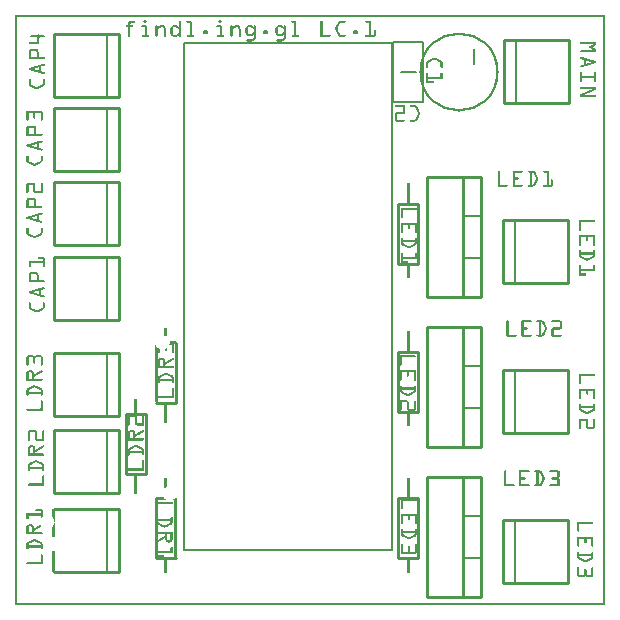
<source format=gto>
G04 MADE WITH FRITZING*
G04 WWW.FRITZING.ORG*
G04 DOUBLE SIDED*
G04 HOLES PLATED*
G04 CONTOUR ON CENTER OF CONTOUR VECTOR*
%ASAXBY*%
%FSLAX23Y23*%
%MOIN*%
%OFA0B0*%
%SFA1.0B1.0*%
%ADD10C,0.263906X0.247906*%
%ADD11C,0.010000*%
%ADD12C,0.005000*%
%ADD13C,0.008000*%
%ADD14R,0.001000X0.001000*%
%LNSILK1*%
G90*
G70*
G54D10*
X1481Y1780D03*
G54D11*
X1847Y1675D02*
X1847Y1885D01*
D02*
X1847Y1885D02*
X1631Y1885D01*
D02*
X1631Y1885D02*
X1631Y1675D01*
D02*
X1631Y1675D02*
X1847Y1675D01*
G54D12*
D02*
X1671Y1885D02*
X1671Y1675D01*
G54D11*
D02*
X131Y112D02*
X347Y112D01*
D02*
X347Y112D02*
X347Y322D01*
D02*
X347Y322D02*
X131Y322D01*
G54D12*
D02*
X307Y112D02*
X307Y322D01*
G54D11*
D02*
X131Y585D02*
X131Y375D01*
D02*
X131Y375D02*
X347Y375D01*
D02*
X347Y375D02*
X347Y585D01*
D02*
X347Y585D02*
X131Y585D01*
G54D12*
D02*
X307Y375D02*
X307Y585D01*
G54D11*
D02*
X131Y841D02*
X131Y631D01*
D02*
X131Y631D02*
X347Y631D01*
D02*
X347Y631D02*
X347Y841D01*
D02*
X347Y841D02*
X131Y841D01*
G54D12*
D02*
X307Y631D02*
X307Y841D01*
G54D11*
D02*
X131Y1163D02*
X131Y953D01*
D02*
X131Y953D02*
X347Y953D01*
D02*
X347Y953D02*
X347Y1163D01*
D02*
X347Y1163D02*
X131Y1163D01*
G54D12*
D02*
X307Y953D02*
X307Y1163D01*
G54D11*
D02*
X131Y1411D02*
X131Y1201D01*
D02*
X131Y1201D02*
X347Y1201D01*
D02*
X347Y1201D02*
X347Y1411D01*
D02*
X347Y1411D02*
X131Y1411D01*
G54D12*
D02*
X307Y1201D02*
X307Y1411D01*
G54D11*
D02*
X131Y1659D02*
X131Y1449D01*
D02*
X131Y1449D02*
X347Y1449D01*
D02*
X347Y1449D02*
X347Y1659D01*
D02*
X347Y1659D02*
X131Y1659D01*
G54D12*
D02*
X307Y1449D02*
X307Y1659D01*
G54D11*
D02*
X131Y1907D02*
X131Y1697D01*
D02*
X131Y1697D02*
X347Y1697D01*
D02*
X347Y1697D02*
X347Y1907D01*
D02*
X347Y1907D02*
X131Y1907D01*
G54D12*
D02*
X307Y1697D02*
X307Y1907D01*
G54D11*
D02*
X1844Y1075D02*
X1844Y1285D01*
D02*
X1844Y1285D02*
X1628Y1285D01*
D02*
X1628Y1285D02*
X1628Y1075D01*
D02*
X1628Y1075D02*
X1844Y1075D01*
G54D12*
D02*
X1668Y1285D02*
X1668Y1075D01*
G54D11*
D02*
X1844Y575D02*
X1844Y785D01*
D02*
X1844Y785D02*
X1628Y785D01*
D02*
X1628Y785D02*
X1628Y575D01*
D02*
X1628Y575D02*
X1844Y575D01*
G54D12*
D02*
X1668Y785D02*
X1668Y575D01*
G54D11*
D02*
X1844Y75D02*
X1844Y285D01*
D02*
X1844Y285D02*
X1628Y285D01*
D02*
X1628Y285D02*
X1628Y75D01*
D02*
X1628Y75D02*
X1844Y75D01*
G54D12*
D02*
X1668Y285D02*
X1668Y75D01*
G54D11*
D02*
X1553Y430D02*
X1553Y30D01*
D02*
X1553Y30D02*
X1373Y30D01*
D02*
X1373Y30D02*
X1373Y430D01*
D02*
X1373Y430D02*
X1553Y430D01*
D02*
X1553Y430D02*
X1553Y30D01*
D02*
X1553Y30D02*
X1493Y30D01*
D02*
X1493Y30D02*
X1493Y430D01*
D02*
X1493Y430D02*
X1553Y430D01*
G54D12*
D02*
X1553Y300D02*
X1493Y300D01*
D02*
X1553Y160D02*
X1493Y160D01*
G54D11*
D02*
X1553Y930D02*
X1553Y530D01*
D02*
X1553Y530D02*
X1373Y530D01*
D02*
X1373Y530D02*
X1373Y930D01*
D02*
X1373Y930D02*
X1553Y930D01*
D02*
X1553Y930D02*
X1553Y530D01*
D02*
X1553Y530D02*
X1493Y530D01*
D02*
X1493Y530D02*
X1493Y930D01*
D02*
X1493Y930D02*
X1553Y930D01*
G54D12*
D02*
X1553Y800D02*
X1493Y800D01*
D02*
X1553Y660D02*
X1493Y660D01*
G54D11*
D02*
X1553Y1430D02*
X1553Y1030D01*
D02*
X1553Y1030D02*
X1373Y1030D01*
D02*
X1373Y1030D02*
X1373Y1430D01*
D02*
X1373Y1430D02*
X1553Y1430D01*
D02*
X1553Y1430D02*
X1553Y1030D01*
D02*
X1553Y1030D02*
X1493Y1030D01*
D02*
X1493Y1030D02*
X1493Y1430D01*
D02*
X1493Y1430D02*
X1553Y1430D01*
G54D12*
D02*
X1553Y1300D02*
X1493Y1300D01*
D02*
X1553Y1160D02*
X1493Y1160D01*
G54D11*
D02*
X537Y877D02*
X537Y677D01*
D02*
X537Y677D02*
X471Y677D01*
D02*
X371Y439D02*
X371Y639D01*
D02*
X371Y639D02*
X437Y639D01*
D02*
X437Y639D02*
X437Y439D01*
D02*
X437Y439D02*
X371Y439D01*
D02*
X537Y158D02*
X471Y158D01*
D02*
X471Y158D02*
X471Y358D01*
D02*
X1344Y358D02*
X1344Y158D01*
D02*
X1344Y158D02*
X1278Y158D01*
D02*
X1278Y158D02*
X1278Y358D01*
D02*
X1278Y358D02*
X1344Y358D01*
D02*
X1344Y846D02*
X1344Y646D01*
D02*
X1344Y646D02*
X1278Y646D01*
D02*
X1278Y646D02*
X1278Y846D01*
D02*
X1278Y846D02*
X1344Y846D01*
D02*
X1344Y1339D02*
X1344Y1139D01*
D02*
X1344Y1139D02*
X1278Y1139D01*
D02*
X1278Y1139D02*
X1278Y1339D01*
D02*
X1278Y1339D02*
X1344Y1339D01*
G54D13*
D02*
X1531Y1805D02*
X1531Y1855D01*
D02*
X1286Y1780D02*
X1336Y1780D01*
D02*
X1261Y1680D02*
X1261Y1880D01*
D02*
X1261Y1880D02*
X1361Y1880D01*
D02*
X1361Y1880D02*
X1361Y1680D01*
D02*
X1361Y1680D02*
X1261Y1680D01*
X565Y185D02*
X1257Y185D01*
X1257Y1877D01*
X565Y1877D01*
X565Y185D01*
D02*
G54D14*
X0Y1969D02*
X1967Y1969D01*
X0Y1968D02*
X1967Y1968D01*
X0Y1967D02*
X1967Y1967D01*
X0Y1966D02*
X1967Y1966D01*
X0Y1965D02*
X1967Y1965D01*
X0Y1964D02*
X1967Y1964D01*
X0Y1963D02*
X1967Y1963D01*
X0Y1962D02*
X1967Y1962D01*
X0Y1961D02*
X7Y1961D01*
X1960Y1961D02*
X1967Y1961D01*
X0Y1960D02*
X7Y1960D01*
X1960Y1960D02*
X1967Y1960D01*
X0Y1959D02*
X7Y1959D01*
X1960Y1959D02*
X1967Y1959D01*
X0Y1958D02*
X7Y1958D01*
X1960Y1958D02*
X1967Y1958D01*
X0Y1957D02*
X7Y1957D01*
X1960Y1957D02*
X1967Y1957D01*
X0Y1956D02*
X7Y1956D01*
X1960Y1956D02*
X1967Y1956D01*
X0Y1955D02*
X7Y1955D01*
X1960Y1955D02*
X1967Y1955D01*
X0Y1954D02*
X7Y1954D01*
X1960Y1954D02*
X1967Y1954D01*
X0Y1953D02*
X7Y1953D01*
X1960Y1953D02*
X1967Y1953D01*
X0Y1952D02*
X7Y1952D01*
X431Y1952D02*
X437Y1952D01*
X681Y1952D02*
X687Y1952D01*
X1960Y1952D02*
X1967Y1952D01*
X0Y1951D02*
X7Y1951D01*
X430Y1951D02*
X438Y1951D01*
X680Y1951D02*
X688Y1951D01*
X1960Y1951D02*
X1967Y1951D01*
X0Y1950D02*
X7Y1950D01*
X429Y1950D02*
X438Y1950D01*
X679Y1950D02*
X688Y1950D01*
X1960Y1950D02*
X1967Y1950D01*
X0Y1949D02*
X7Y1949D01*
X386Y1949D02*
X399Y1949D01*
X429Y1949D02*
X439Y1949D01*
X548Y1949D02*
X551Y1949D01*
X574Y1949D02*
X587Y1949D01*
X679Y1949D02*
X689Y1949D01*
X924Y1949D02*
X937Y1949D01*
X1020Y1949D02*
X1023Y1949D01*
X1083Y1949D02*
X1101Y1949D01*
X1170Y1949D02*
X1188Y1949D01*
X1960Y1949D02*
X1967Y1949D01*
X0Y1948D02*
X7Y1948D01*
X383Y1948D02*
X400Y1948D01*
X429Y1948D02*
X439Y1948D01*
X547Y1948D02*
X552Y1948D01*
X573Y1948D02*
X588Y1948D01*
X679Y1948D02*
X689Y1948D01*
X923Y1948D02*
X938Y1948D01*
X1019Y1948D02*
X1024Y1948D01*
X1081Y1948D02*
X1102Y1948D01*
X1169Y1948D02*
X1188Y1948D01*
X1960Y1948D02*
X1967Y1948D01*
X0Y1947D02*
X7Y1947D01*
X382Y1947D02*
X400Y1947D01*
X429Y1947D02*
X439Y1947D01*
X547Y1947D02*
X552Y1947D01*
X572Y1947D02*
X588Y1947D01*
X679Y1947D02*
X689Y1947D01*
X922Y1947D02*
X938Y1947D01*
X1019Y1947D02*
X1025Y1947D01*
X1080Y1947D02*
X1102Y1947D01*
X1169Y1947D02*
X1188Y1947D01*
X1960Y1947D02*
X1967Y1947D01*
X0Y1946D02*
X7Y1946D01*
X381Y1946D02*
X401Y1946D01*
X429Y1946D02*
X439Y1946D01*
X546Y1946D02*
X552Y1946D01*
X572Y1946D02*
X589Y1946D01*
X679Y1946D02*
X688Y1946D01*
X922Y1946D02*
X938Y1946D01*
X1019Y1946D02*
X1025Y1946D01*
X1079Y1946D02*
X1102Y1946D01*
X1169Y1946D02*
X1188Y1946D01*
X1960Y1946D02*
X1967Y1946D01*
X0Y1945D02*
X7Y1945D01*
X380Y1945D02*
X400Y1945D01*
X429Y1945D02*
X438Y1945D01*
X546Y1945D02*
X552Y1945D01*
X572Y1945D02*
X589Y1945D01*
X679Y1945D02*
X688Y1945D01*
X922Y1945D02*
X938Y1945D01*
X1019Y1945D02*
X1025Y1945D01*
X1078Y1945D02*
X1102Y1945D01*
X1169Y1945D02*
X1188Y1945D01*
X1960Y1945D02*
X1967Y1945D01*
X0Y1944D02*
X7Y1944D01*
X379Y1944D02*
X400Y1944D01*
X430Y1944D02*
X438Y1944D01*
X546Y1944D02*
X552Y1944D01*
X573Y1944D02*
X589Y1944D01*
X680Y1944D02*
X688Y1944D01*
X923Y1944D02*
X938Y1944D01*
X1019Y1944D02*
X1025Y1944D01*
X1077Y1944D02*
X1101Y1944D01*
X1170Y1944D02*
X1188Y1944D01*
X1960Y1944D02*
X1967Y1944D01*
X0Y1943D02*
X7Y1943D01*
X379Y1943D02*
X398Y1943D01*
X431Y1943D02*
X436Y1943D01*
X546Y1943D02*
X552Y1943D01*
X575Y1943D02*
X589Y1943D01*
X681Y1943D02*
X686Y1943D01*
X924Y1943D02*
X938Y1943D01*
X1019Y1943D02*
X1025Y1943D01*
X1077Y1943D02*
X1100Y1943D01*
X1171Y1943D02*
X1188Y1943D01*
X1960Y1943D02*
X1967Y1943D01*
X0Y1942D02*
X7Y1942D01*
X378Y1942D02*
X386Y1942D01*
X546Y1942D02*
X552Y1942D01*
X583Y1942D02*
X589Y1942D01*
X932Y1942D02*
X938Y1942D01*
X1019Y1942D02*
X1025Y1942D01*
X1076Y1942D02*
X1084Y1942D01*
X1182Y1942D02*
X1188Y1942D01*
X1960Y1942D02*
X1967Y1942D01*
X0Y1941D02*
X7Y1941D01*
X378Y1941D02*
X385Y1941D01*
X546Y1941D02*
X552Y1941D01*
X583Y1941D02*
X589Y1941D01*
X932Y1941D02*
X938Y1941D01*
X1019Y1941D02*
X1025Y1941D01*
X1076Y1941D02*
X1083Y1941D01*
X1182Y1941D02*
X1188Y1941D01*
X1960Y1941D02*
X1967Y1941D01*
X0Y1940D02*
X7Y1940D01*
X378Y1940D02*
X384Y1940D01*
X546Y1940D02*
X552Y1940D01*
X583Y1940D02*
X589Y1940D01*
X932Y1940D02*
X938Y1940D01*
X1019Y1940D02*
X1025Y1940D01*
X1075Y1940D02*
X1082Y1940D01*
X1182Y1940D02*
X1188Y1940D01*
X1960Y1940D02*
X1967Y1940D01*
X0Y1939D02*
X7Y1939D01*
X378Y1939D02*
X384Y1939D01*
X546Y1939D02*
X552Y1939D01*
X583Y1939D02*
X589Y1939D01*
X932Y1939D02*
X938Y1939D01*
X1019Y1939D02*
X1025Y1939D01*
X1075Y1939D02*
X1082Y1939D01*
X1182Y1939D02*
X1188Y1939D01*
X1960Y1939D02*
X1967Y1939D01*
X0Y1938D02*
X7Y1938D01*
X377Y1938D02*
X384Y1938D01*
X546Y1938D02*
X552Y1938D01*
X583Y1938D02*
X589Y1938D01*
X932Y1938D02*
X938Y1938D01*
X1019Y1938D02*
X1025Y1938D01*
X1074Y1938D02*
X1081Y1938D01*
X1182Y1938D02*
X1188Y1938D01*
X1960Y1938D02*
X1967Y1938D01*
X0Y1937D02*
X7Y1937D01*
X377Y1937D02*
X383Y1937D01*
X546Y1937D02*
X552Y1937D01*
X583Y1937D02*
X589Y1937D01*
X932Y1937D02*
X938Y1937D01*
X1019Y1937D02*
X1025Y1937D01*
X1074Y1937D02*
X1081Y1937D01*
X1182Y1937D02*
X1188Y1937D01*
X1960Y1937D02*
X1967Y1937D01*
X0Y1936D02*
X7Y1936D01*
X377Y1936D02*
X383Y1936D01*
X546Y1936D02*
X552Y1936D01*
X583Y1936D02*
X589Y1936D01*
X932Y1936D02*
X938Y1936D01*
X1019Y1936D02*
X1025Y1936D01*
X1073Y1936D02*
X1080Y1936D01*
X1182Y1936D02*
X1188Y1936D01*
X1960Y1936D02*
X1967Y1936D01*
X0Y1935D02*
X7Y1935D01*
X374Y1935D02*
X390Y1935D01*
X426Y1935D02*
X435Y1935D01*
X488Y1935D02*
X491Y1935D01*
X531Y1935D02*
X536Y1935D01*
X546Y1935D02*
X552Y1935D01*
X583Y1935D02*
X589Y1935D01*
X676Y1935D02*
X685Y1935D01*
X738Y1935D02*
X741Y1935D01*
X781Y1935D02*
X786Y1935D01*
X881Y1935D02*
X886Y1935D01*
X932Y1935D02*
X938Y1935D01*
X1019Y1935D02*
X1025Y1935D01*
X1073Y1935D02*
X1080Y1935D01*
X1182Y1935D02*
X1188Y1935D01*
X1960Y1935D02*
X1967Y1935D01*
X0Y1934D02*
X7Y1934D01*
X372Y1934D02*
X393Y1934D01*
X423Y1934D02*
X437Y1934D01*
X470Y1934D02*
X474Y1934D01*
X484Y1934D02*
X496Y1934D01*
X527Y1934D02*
X540Y1934D01*
X546Y1934D02*
X552Y1934D01*
X583Y1934D02*
X589Y1934D01*
X673Y1934D02*
X687Y1934D01*
X720Y1934D02*
X724Y1934D01*
X734Y1934D02*
X745Y1934D01*
X777Y1934D02*
X790Y1934D01*
X797Y1934D02*
X801Y1934D01*
X877Y1934D02*
X890Y1934D01*
X897Y1934D02*
X901Y1934D01*
X932Y1934D02*
X938Y1934D01*
X1019Y1934D02*
X1025Y1934D01*
X1072Y1934D02*
X1079Y1934D01*
X1182Y1934D02*
X1188Y1934D01*
X1960Y1934D02*
X1967Y1934D01*
X0Y1933D02*
X7Y1933D01*
X371Y1933D02*
X393Y1933D01*
X423Y1933D02*
X438Y1933D01*
X469Y1933D02*
X474Y1933D01*
X482Y1933D02*
X497Y1933D01*
X526Y1933D02*
X542Y1933D01*
X546Y1933D02*
X552Y1933D01*
X583Y1933D02*
X589Y1933D01*
X673Y1933D02*
X688Y1933D01*
X719Y1933D02*
X724Y1933D01*
X732Y1933D02*
X747Y1933D01*
X776Y1933D02*
X792Y1933D01*
X797Y1933D02*
X802Y1933D01*
X876Y1933D02*
X892Y1933D01*
X897Y1933D02*
X902Y1933D01*
X932Y1933D02*
X938Y1933D01*
X1019Y1933D02*
X1025Y1933D01*
X1072Y1933D02*
X1079Y1933D01*
X1182Y1933D02*
X1188Y1933D01*
X1960Y1933D02*
X1967Y1933D01*
X0Y1932D02*
X7Y1932D01*
X371Y1932D02*
X394Y1932D01*
X422Y1932D02*
X439Y1932D01*
X469Y1932D02*
X475Y1932D01*
X480Y1932D02*
X498Y1932D01*
X524Y1932D02*
X543Y1932D01*
X546Y1932D02*
X552Y1932D01*
X583Y1932D02*
X589Y1932D01*
X672Y1932D02*
X688Y1932D01*
X719Y1932D02*
X725Y1932D01*
X730Y1932D02*
X748Y1932D01*
X774Y1932D02*
X793Y1932D01*
X796Y1932D02*
X802Y1932D01*
X874Y1932D02*
X893Y1932D01*
X896Y1932D02*
X902Y1932D01*
X932Y1932D02*
X938Y1932D01*
X1019Y1932D02*
X1025Y1932D01*
X1071Y1932D02*
X1078Y1932D01*
X1182Y1932D02*
X1188Y1932D01*
X1960Y1932D02*
X1967Y1932D01*
X0Y1931D02*
X7Y1931D01*
X371Y1931D02*
X394Y1931D01*
X422Y1931D02*
X439Y1931D01*
X469Y1931D02*
X475Y1931D01*
X479Y1931D02*
X499Y1931D01*
X523Y1931D02*
X544Y1931D01*
X546Y1931D02*
X552Y1931D01*
X583Y1931D02*
X589Y1931D01*
X672Y1931D02*
X689Y1931D01*
X719Y1931D02*
X725Y1931D01*
X729Y1931D02*
X749Y1931D01*
X773Y1931D02*
X794Y1931D01*
X796Y1931D02*
X802Y1931D01*
X873Y1931D02*
X894Y1931D01*
X896Y1931D02*
X902Y1931D01*
X932Y1931D02*
X938Y1931D01*
X1019Y1931D02*
X1025Y1931D01*
X1071Y1931D02*
X1078Y1931D01*
X1182Y1931D02*
X1188Y1931D01*
X1960Y1931D02*
X1967Y1931D01*
X0Y1930D02*
X7Y1930D01*
X371Y1930D02*
X393Y1930D01*
X423Y1930D02*
X439Y1930D01*
X469Y1930D02*
X475Y1930D01*
X477Y1930D02*
X500Y1930D01*
X522Y1930D02*
X552Y1930D01*
X583Y1930D02*
X589Y1930D01*
X673Y1930D02*
X689Y1930D01*
X719Y1930D02*
X725Y1930D01*
X727Y1930D02*
X750Y1930D01*
X772Y1930D02*
X802Y1930D01*
X872Y1930D02*
X902Y1930D01*
X932Y1930D02*
X938Y1930D01*
X1019Y1930D02*
X1025Y1930D01*
X1070Y1930D02*
X1077Y1930D01*
X1182Y1930D02*
X1188Y1930D01*
X1960Y1930D02*
X1967Y1930D01*
X0Y1929D02*
X7Y1929D01*
X372Y1929D02*
X393Y1929D01*
X423Y1929D02*
X439Y1929D01*
X469Y1929D02*
X501Y1929D01*
X521Y1929D02*
X552Y1929D01*
X583Y1929D02*
X589Y1929D01*
X673Y1929D02*
X689Y1929D01*
X719Y1929D02*
X750Y1929D01*
X771Y1929D02*
X802Y1929D01*
X871Y1929D02*
X902Y1929D01*
X932Y1929D02*
X938Y1929D01*
X1019Y1929D02*
X1025Y1929D01*
X1070Y1929D02*
X1077Y1929D01*
X1182Y1929D02*
X1188Y1929D01*
X1960Y1929D02*
X1967Y1929D01*
X0Y1928D02*
X7Y1928D01*
X377Y1928D02*
X384Y1928D01*
X432Y1928D02*
X439Y1928D01*
X469Y1928D02*
X486Y1928D01*
X492Y1928D02*
X501Y1928D01*
X520Y1928D02*
X531Y1928D01*
X537Y1928D02*
X552Y1928D01*
X583Y1928D02*
X589Y1928D01*
X682Y1928D02*
X689Y1928D01*
X719Y1928D02*
X736Y1928D01*
X742Y1928D02*
X751Y1928D01*
X770Y1928D02*
X781Y1928D01*
X787Y1928D02*
X802Y1928D01*
X870Y1928D02*
X881Y1928D01*
X887Y1928D02*
X902Y1928D01*
X932Y1928D02*
X938Y1928D01*
X1019Y1928D02*
X1025Y1928D01*
X1070Y1928D02*
X1076Y1928D01*
X1182Y1928D02*
X1188Y1928D01*
X1960Y1928D02*
X1967Y1928D01*
X0Y1927D02*
X7Y1927D01*
X377Y1927D02*
X383Y1927D01*
X433Y1927D02*
X439Y1927D01*
X469Y1927D02*
X485Y1927D01*
X494Y1927D02*
X501Y1927D01*
X520Y1927D02*
X528Y1927D01*
X539Y1927D02*
X552Y1927D01*
X583Y1927D02*
X589Y1927D01*
X683Y1927D02*
X689Y1927D01*
X719Y1927D02*
X735Y1927D01*
X744Y1927D02*
X751Y1927D01*
X770Y1927D02*
X778Y1927D01*
X789Y1927D02*
X802Y1927D01*
X870Y1927D02*
X878Y1927D01*
X889Y1927D02*
X902Y1927D01*
X932Y1927D02*
X938Y1927D01*
X1019Y1927D02*
X1025Y1927D01*
X1069Y1927D02*
X1076Y1927D01*
X1182Y1927D02*
X1188Y1927D01*
X1960Y1927D02*
X1967Y1927D01*
X0Y1926D02*
X7Y1926D01*
X377Y1926D02*
X383Y1926D01*
X433Y1926D02*
X439Y1926D01*
X469Y1926D02*
X483Y1926D01*
X495Y1926D02*
X501Y1926D01*
X519Y1926D02*
X527Y1926D01*
X541Y1926D02*
X552Y1926D01*
X583Y1926D02*
X589Y1926D01*
X683Y1926D02*
X689Y1926D01*
X719Y1926D02*
X733Y1926D01*
X745Y1926D02*
X751Y1926D01*
X769Y1926D02*
X777Y1926D01*
X790Y1926D02*
X802Y1926D01*
X869Y1926D02*
X877Y1926D01*
X890Y1926D02*
X902Y1926D01*
X932Y1926D02*
X938Y1926D01*
X1019Y1926D02*
X1025Y1926D01*
X1069Y1926D02*
X1075Y1926D01*
X1182Y1926D02*
X1188Y1926D01*
X1960Y1926D02*
X1967Y1926D01*
X0Y1925D02*
X7Y1925D01*
X377Y1925D02*
X383Y1925D01*
X433Y1925D02*
X439Y1925D01*
X469Y1925D02*
X481Y1925D01*
X495Y1925D02*
X501Y1925D01*
X519Y1925D02*
X526Y1925D01*
X542Y1925D02*
X552Y1925D01*
X583Y1925D02*
X589Y1925D01*
X683Y1925D02*
X689Y1925D01*
X719Y1925D02*
X731Y1925D01*
X745Y1925D02*
X751Y1925D01*
X769Y1925D02*
X776Y1925D01*
X792Y1925D02*
X802Y1925D01*
X869Y1925D02*
X876Y1925D01*
X892Y1925D02*
X902Y1925D01*
X932Y1925D02*
X938Y1925D01*
X1019Y1925D02*
X1025Y1925D01*
X1069Y1925D02*
X1075Y1925D01*
X1182Y1925D02*
X1188Y1925D01*
X1960Y1925D02*
X1967Y1925D01*
X0Y1924D02*
X7Y1924D01*
X377Y1924D02*
X383Y1924D01*
X433Y1924D02*
X439Y1924D01*
X469Y1924D02*
X480Y1924D01*
X496Y1924D02*
X502Y1924D01*
X519Y1924D02*
X525Y1924D01*
X543Y1924D02*
X552Y1924D01*
X583Y1924D02*
X589Y1924D01*
X683Y1924D02*
X689Y1924D01*
X719Y1924D02*
X730Y1924D01*
X745Y1924D02*
X751Y1924D01*
X769Y1924D02*
X775Y1924D01*
X793Y1924D02*
X802Y1924D01*
X869Y1924D02*
X875Y1924D01*
X893Y1924D02*
X902Y1924D01*
X932Y1924D02*
X938Y1924D01*
X1019Y1924D02*
X1025Y1924D01*
X1069Y1924D02*
X1075Y1924D01*
X1182Y1924D02*
X1188Y1924D01*
X1960Y1924D02*
X1967Y1924D01*
X0Y1923D02*
X7Y1923D01*
X377Y1923D02*
X383Y1923D01*
X433Y1923D02*
X439Y1923D01*
X469Y1923D02*
X478Y1923D01*
X496Y1923D02*
X502Y1923D01*
X519Y1923D02*
X525Y1923D01*
X544Y1923D02*
X552Y1923D01*
X583Y1923D02*
X589Y1923D01*
X683Y1923D02*
X689Y1923D01*
X719Y1923D02*
X728Y1923D01*
X745Y1923D02*
X752Y1923D01*
X769Y1923D02*
X775Y1923D01*
X794Y1923D02*
X802Y1923D01*
X869Y1923D02*
X875Y1923D01*
X894Y1923D02*
X902Y1923D01*
X932Y1923D02*
X938Y1923D01*
X1019Y1923D02*
X1025Y1923D01*
X1069Y1923D02*
X1075Y1923D01*
X1182Y1923D02*
X1188Y1923D01*
X1960Y1923D02*
X1967Y1923D01*
X0Y1922D02*
X7Y1922D01*
X377Y1922D02*
X383Y1922D01*
X433Y1922D02*
X439Y1922D01*
X469Y1922D02*
X477Y1922D01*
X496Y1922D02*
X502Y1922D01*
X519Y1922D02*
X525Y1922D01*
X545Y1922D02*
X552Y1922D01*
X583Y1922D02*
X589Y1922D01*
X683Y1922D02*
X689Y1922D01*
X719Y1922D02*
X727Y1922D01*
X746Y1922D02*
X752Y1922D01*
X769Y1922D02*
X775Y1922D01*
X795Y1922D02*
X802Y1922D01*
X869Y1922D02*
X875Y1922D01*
X895Y1922D02*
X902Y1922D01*
X932Y1922D02*
X938Y1922D01*
X1019Y1922D02*
X1025Y1922D01*
X1069Y1922D02*
X1075Y1922D01*
X1182Y1922D02*
X1188Y1922D01*
X1960Y1922D02*
X1967Y1922D01*
X0Y1921D02*
X7Y1921D01*
X377Y1921D02*
X383Y1921D01*
X433Y1921D02*
X439Y1921D01*
X469Y1921D02*
X475Y1921D01*
X496Y1921D02*
X502Y1921D01*
X519Y1921D02*
X525Y1921D01*
X546Y1921D02*
X552Y1921D01*
X583Y1921D02*
X589Y1921D01*
X683Y1921D02*
X689Y1921D01*
X719Y1921D02*
X725Y1921D01*
X746Y1921D02*
X752Y1921D01*
X769Y1921D02*
X775Y1921D01*
X796Y1921D02*
X802Y1921D01*
X869Y1921D02*
X875Y1921D01*
X896Y1921D02*
X902Y1921D01*
X932Y1921D02*
X938Y1921D01*
X1019Y1921D02*
X1025Y1921D01*
X1069Y1921D02*
X1075Y1921D01*
X1182Y1921D02*
X1188Y1921D01*
X1960Y1921D02*
X1967Y1921D01*
X0Y1920D02*
X7Y1920D01*
X377Y1920D02*
X383Y1920D01*
X433Y1920D02*
X439Y1920D01*
X469Y1920D02*
X475Y1920D01*
X496Y1920D02*
X502Y1920D01*
X519Y1920D02*
X525Y1920D01*
X546Y1920D02*
X552Y1920D01*
X583Y1920D02*
X589Y1920D01*
X683Y1920D02*
X689Y1920D01*
X719Y1920D02*
X725Y1920D01*
X746Y1920D02*
X752Y1920D01*
X769Y1920D02*
X775Y1920D01*
X796Y1920D02*
X802Y1920D01*
X869Y1920D02*
X875Y1920D01*
X896Y1920D02*
X902Y1920D01*
X932Y1920D02*
X938Y1920D01*
X1019Y1920D02*
X1025Y1920D01*
X1069Y1920D02*
X1075Y1920D01*
X1182Y1920D02*
X1188Y1920D01*
X1198Y1920D02*
X1200Y1920D01*
X1960Y1920D02*
X1967Y1920D01*
X0Y1919D02*
X7Y1919D01*
X377Y1919D02*
X383Y1919D01*
X433Y1919D02*
X439Y1919D01*
X469Y1919D02*
X475Y1919D01*
X496Y1919D02*
X502Y1919D01*
X519Y1919D02*
X525Y1919D01*
X546Y1919D02*
X552Y1919D01*
X583Y1919D02*
X589Y1919D01*
X683Y1919D02*
X689Y1919D01*
X719Y1919D02*
X725Y1919D01*
X746Y1919D02*
X752Y1919D01*
X769Y1919D02*
X775Y1919D01*
X796Y1919D02*
X802Y1919D01*
X869Y1919D02*
X875Y1919D01*
X896Y1919D02*
X902Y1919D01*
X932Y1919D02*
X938Y1919D01*
X1019Y1919D02*
X1025Y1919D01*
X1069Y1919D02*
X1075Y1919D01*
X1182Y1919D02*
X1188Y1919D01*
X1197Y1919D02*
X1201Y1919D01*
X1960Y1919D02*
X1967Y1919D01*
X0Y1918D02*
X7Y1918D01*
X377Y1918D02*
X383Y1918D01*
X433Y1918D02*
X439Y1918D01*
X469Y1918D02*
X475Y1918D01*
X496Y1918D02*
X502Y1918D01*
X519Y1918D02*
X525Y1918D01*
X546Y1918D02*
X552Y1918D01*
X583Y1918D02*
X589Y1918D01*
X683Y1918D02*
X689Y1918D01*
X719Y1918D02*
X725Y1918D01*
X746Y1918D02*
X752Y1918D01*
X769Y1918D02*
X775Y1918D01*
X796Y1918D02*
X802Y1918D01*
X869Y1918D02*
X875Y1918D01*
X896Y1918D02*
X902Y1918D01*
X932Y1918D02*
X938Y1918D01*
X1019Y1918D02*
X1025Y1918D01*
X1069Y1918D02*
X1076Y1918D01*
X1182Y1918D02*
X1188Y1918D01*
X1196Y1918D02*
X1202Y1918D01*
X1960Y1918D02*
X1967Y1918D01*
X0Y1917D02*
X7Y1917D01*
X377Y1917D02*
X383Y1917D01*
X433Y1917D02*
X439Y1917D01*
X469Y1917D02*
X475Y1917D01*
X496Y1917D02*
X502Y1917D01*
X519Y1917D02*
X525Y1917D01*
X546Y1917D02*
X552Y1917D01*
X583Y1917D02*
X589Y1917D01*
X631Y1917D02*
X640Y1917D01*
X683Y1917D02*
X689Y1917D01*
X719Y1917D02*
X725Y1917D01*
X746Y1917D02*
X752Y1917D01*
X769Y1917D02*
X775Y1917D01*
X796Y1917D02*
X802Y1917D01*
X831Y1917D02*
X840Y1917D01*
X869Y1917D02*
X875Y1917D01*
X896Y1917D02*
X902Y1917D01*
X932Y1917D02*
X938Y1917D01*
X1019Y1917D02*
X1025Y1917D01*
X1070Y1917D02*
X1076Y1917D01*
X1131Y1917D02*
X1140Y1917D01*
X1182Y1917D02*
X1188Y1917D01*
X1196Y1917D02*
X1202Y1917D01*
X1960Y1917D02*
X1967Y1917D01*
X0Y1916D02*
X7Y1916D01*
X377Y1916D02*
X383Y1916D01*
X433Y1916D02*
X439Y1916D01*
X469Y1916D02*
X475Y1916D01*
X496Y1916D02*
X502Y1916D01*
X519Y1916D02*
X525Y1916D01*
X546Y1916D02*
X552Y1916D01*
X583Y1916D02*
X589Y1916D01*
X630Y1916D02*
X641Y1916D01*
X683Y1916D02*
X689Y1916D01*
X719Y1916D02*
X725Y1916D01*
X746Y1916D02*
X752Y1916D01*
X769Y1916D02*
X775Y1916D01*
X796Y1916D02*
X802Y1916D01*
X830Y1916D02*
X841Y1916D01*
X869Y1916D02*
X875Y1916D01*
X896Y1916D02*
X902Y1916D01*
X932Y1916D02*
X938Y1916D01*
X1019Y1916D02*
X1025Y1916D01*
X1070Y1916D02*
X1077Y1916D01*
X1130Y1916D02*
X1141Y1916D01*
X1182Y1916D02*
X1188Y1916D01*
X1196Y1916D02*
X1202Y1916D01*
X1960Y1916D02*
X1967Y1916D01*
X0Y1915D02*
X7Y1915D01*
X377Y1915D02*
X383Y1915D01*
X433Y1915D02*
X439Y1915D01*
X469Y1915D02*
X475Y1915D01*
X496Y1915D02*
X502Y1915D01*
X519Y1915D02*
X525Y1915D01*
X546Y1915D02*
X552Y1915D01*
X583Y1915D02*
X589Y1915D01*
X629Y1915D02*
X642Y1915D01*
X683Y1915D02*
X689Y1915D01*
X719Y1915D02*
X725Y1915D01*
X746Y1915D02*
X752Y1915D01*
X769Y1915D02*
X775Y1915D01*
X796Y1915D02*
X802Y1915D01*
X829Y1915D02*
X842Y1915D01*
X869Y1915D02*
X875Y1915D01*
X896Y1915D02*
X902Y1915D01*
X932Y1915D02*
X938Y1915D01*
X1019Y1915D02*
X1025Y1915D01*
X1071Y1915D02*
X1077Y1915D01*
X1129Y1915D02*
X1142Y1915D01*
X1182Y1915D02*
X1188Y1915D01*
X1196Y1915D02*
X1202Y1915D01*
X1960Y1915D02*
X1967Y1915D01*
X0Y1914D02*
X7Y1914D01*
X377Y1914D02*
X383Y1914D01*
X433Y1914D02*
X439Y1914D01*
X469Y1914D02*
X475Y1914D01*
X496Y1914D02*
X502Y1914D01*
X519Y1914D02*
X525Y1914D01*
X546Y1914D02*
X552Y1914D01*
X583Y1914D02*
X589Y1914D01*
X629Y1914D02*
X642Y1914D01*
X683Y1914D02*
X689Y1914D01*
X719Y1914D02*
X725Y1914D01*
X746Y1914D02*
X752Y1914D01*
X769Y1914D02*
X775Y1914D01*
X796Y1914D02*
X802Y1914D01*
X829Y1914D02*
X842Y1914D01*
X869Y1914D02*
X875Y1914D01*
X896Y1914D02*
X902Y1914D01*
X932Y1914D02*
X938Y1914D01*
X1019Y1914D02*
X1025Y1914D01*
X1071Y1914D02*
X1078Y1914D01*
X1129Y1914D02*
X1142Y1914D01*
X1182Y1914D02*
X1188Y1914D01*
X1196Y1914D02*
X1202Y1914D01*
X1960Y1914D02*
X1967Y1914D01*
X0Y1913D02*
X7Y1913D01*
X377Y1913D02*
X383Y1913D01*
X433Y1913D02*
X439Y1913D01*
X469Y1913D02*
X475Y1913D01*
X496Y1913D02*
X502Y1913D01*
X519Y1913D02*
X525Y1913D01*
X546Y1913D02*
X552Y1913D01*
X583Y1913D02*
X589Y1913D01*
X629Y1913D02*
X642Y1913D01*
X683Y1913D02*
X689Y1913D01*
X719Y1913D02*
X725Y1913D01*
X746Y1913D02*
X752Y1913D01*
X769Y1913D02*
X775Y1913D01*
X796Y1913D02*
X802Y1913D01*
X829Y1913D02*
X842Y1913D01*
X869Y1913D02*
X875Y1913D01*
X896Y1913D02*
X902Y1913D01*
X932Y1913D02*
X938Y1913D01*
X1019Y1913D02*
X1025Y1913D01*
X1072Y1913D02*
X1078Y1913D01*
X1129Y1913D02*
X1142Y1913D01*
X1182Y1913D02*
X1188Y1913D01*
X1196Y1913D02*
X1202Y1913D01*
X1960Y1913D02*
X1967Y1913D01*
X0Y1912D02*
X7Y1912D01*
X377Y1912D02*
X383Y1912D01*
X433Y1912D02*
X439Y1912D01*
X469Y1912D02*
X475Y1912D01*
X496Y1912D02*
X502Y1912D01*
X519Y1912D02*
X525Y1912D01*
X546Y1912D02*
X552Y1912D01*
X583Y1912D02*
X589Y1912D01*
X629Y1912D02*
X642Y1912D01*
X683Y1912D02*
X689Y1912D01*
X719Y1912D02*
X725Y1912D01*
X746Y1912D02*
X752Y1912D01*
X769Y1912D02*
X775Y1912D01*
X795Y1912D02*
X802Y1912D01*
X829Y1912D02*
X842Y1912D01*
X869Y1912D02*
X875Y1912D01*
X895Y1912D02*
X902Y1912D01*
X932Y1912D02*
X938Y1912D01*
X1019Y1912D02*
X1025Y1912D01*
X1072Y1912D02*
X1079Y1912D01*
X1129Y1912D02*
X1142Y1912D01*
X1182Y1912D02*
X1188Y1912D01*
X1196Y1912D02*
X1202Y1912D01*
X1960Y1912D02*
X1967Y1912D01*
X0Y1911D02*
X7Y1911D01*
X377Y1911D02*
X383Y1911D01*
X433Y1911D02*
X439Y1911D01*
X469Y1911D02*
X475Y1911D01*
X496Y1911D02*
X502Y1911D01*
X519Y1911D02*
X525Y1911D01*
X546Y1911D02*
X552Y1911D01*
X583Y1911D02*
X589Y1911D01*
X629Y1911D02*
X642Y1911D01*
X683Y1911D02*
X689Y1911D01*
X719Y1911D02*
X725Y1911D01*
X746Y1911D02*
X752Y1911D01*
X769Y1911D02*
X775Y1911D01*
X794Y1911D02*
X802Y1911D01*
X829Y1911D02*
X842Y1911D01*
X869Y1911D02*
X875Y1911D01*
X894Y1911D02*
X902Y1911D01*
X932Y1911D02*
X938Y1911D01*
X1019Y1911D02*
X1025Y1911D01*
X1073Y1911D02*
X1079Y1911D01*
X1129Y1911D02*
X1142Y1911D01*
X1182Y1911D02*
X1188Y1911D01*
X1196Y1911D02*
X1202Y1911D01*
X1960Y1911D02*
X1967Y1911D01*
X0Y1910D02*
X7Y1910D01*
X377Y1910D02*
X383Y1910D01*
X433Y1910D02*
X439Y1910D01*
X469Y1910D02*
X475Y1910D01*
X496Y1910D02*
X502Y1910D01*
X519Y1910D02*
X525Y1910D01*
X546Y1910D02*
X552Y1910D01*
X583Y1910D02*
X589Y1910D01*
X629Y1910D02*
X642Y1910D01*
X683Y1910D02*
X689Y1910D01*
X719Y1910D02*
X725Y1910D01*
X746Y1910D02*
X752Y1910D01*
X769Y1910D02*
X775Y1910D01*
X793Y1910D02*
X802Y1910D01*
X829Y1910D02*
X842Y1910D01*
X869Y1910D02*
X875Y1910D01*
X893Y1910D02*
X902Y1910D01*
X932Y1910D02*
X938Y1910D01*
X1019Y1910D02*
X1025Y1910D01*
X1073Y1910D02*
X1080Y1910D01*
X1129Y1910D02*
X1142Y1910D01*
X1182Y1910D02*
X1188Y1910D01*
X1196Y1910D02*
X1202Y1910D01*
X1960Y1910D02*
X1967Y1910D01*
X0Y1909D02*
X7Y1909D01*
X377Y1909D02*
X383Y1909D01*
X433Y1909D02*
X439Y1909D01*
X469Y1909D02*
X475Y1909D01*
X496Y1909D02*
X502Y1909D01*
X519Y1909D02*
X525Y1909D01*
X545Y1909D02*
X552Y1909D01*
X583Y1909D02*
X589Y1909D01*
X629Y1909D02*
X642Y1909D01*
X683Y1909D02*
X689Y1909D01*
X719Y1909D02*
X725Y1909D01*
X746Y1909D02*
X752Y1909D01*
X769Y1909D02*
X775Y1909D01*
X792Y1909D02*
X802Y1909D01*
X829Y1909D02*
X842Y1909D01*
X869Y1909D02*
X875Y1909D01*
X892Y1909D02*
X902Y1909D01*
X932Y1909D02*
X938Y1909D01*
X1019Y1909D02*
X1025Y1909D01*
X1074Y1909D02*
X1080Y1909D01*
X1129Y1909D02*
X1142Y1909D01*
X1182Y1909D02*
X1188Y1909D01*
X1196Y1909D02*
X1202Y1909D01*
X1960Y1909D02*
X1967Y1909D01*
X0Y1908D02*
X7Y1908D01*
X377Y1908D02*
X383Y1908D01*
X433Y1908D02*
X439Y1908D01*
X469Y1908D02*
X475Y1908D01*
X496Y1908D02*
X502Y1908D01*
X519Y1908D02*
X525Y1908D01*
X544Y1908D02*
X552Y1908D01*
X583Y1908D02*
X589Y1908D01*
X629Y1908D02*
X642Y1908D01*
X683Y1908D02*
X689Y1908D01*
X719Y1908D02*
X725Y1908D01*
X746Y1908D02*
X752Y1908D01*
X769Y1908D02*
X776Y1908D01*
X791Y1908D02*
X802Y1908D01*
X829Y1908D02*
X842Y1908D01*
X869Y1908D02*
X876Y1908D01*
X891Y1908D02*
X902Y1908D01*
X932Y1908D02*
X938Y1908D01*
X1019Y1908D02*
X1025Y1908D01*
X1074Y1908D02*
X1081Y1908D01*
X1129Y1908D02*
X1142Y1908D01*
X1182Y1908D02*
X1188Y1908D01*
X1196Y1908D02*
X1202Y1908D01*
X1960Y1908D02*
X1967Y1908D01*
X0Y1907D02*
X7Y1907D01*
X377Y1907D02*
X383Y1907D01*
X433Y1907D02*
X439Y1907D01*
X469Y1907D02*
X475Y1907D01*
X496Y1907D02*
X502Y1907D01*
X519Y1907D02*
X525Y1907D01*
X543Y1907D02*
X552Y1907D01*
X583Y1907D02*
X589Y1907D01*
X629Y1907D02*
X642Y1907D01*
X683Y1907D02*
X689Y1907D01*
X719Y1907D02*
X725Y1907D01*
X746Y1907D02*
X752Y1907D01*
X770Y1907D02*
X777Y1907D01*
X790Y1907D02*
X802Y1907D01*
X829Y1907D02*
X842Y1907D01*
X870Y1907D02*
X877Y1907D01*
X890Y1907D02*
X902Y1907D01*
X932Y1907D02*
X938Y1907D01*
X1019Y1907D02*
X1025Y1907D01*
X1075Y1907D02*
X1082Y1907D01*
X1129Y1907D02*
X1142Y1907D01*
X1182Y1907D02*
X1188Y1907D01*
X1196Y1907D02*
X1202Y1907D01*
X1960Y1907D02*
X1967Y1907D01*
X0Y1906D02*
X7Y1906D01*
X377Y1906D02*
X383Y1906D01*
X433Y1906D02*
X439Y1906D01*
X469Y1906D02*
X475Y1906D01*
X496Y1906D02*
X502Y1906D01*
X519Y1906D02*
X526Y1906D01*
X542Y1906D02*
X552Y1906D01*
X583Y1906D02*
X589Y1906D01*
X630Y1906D02*
X641Y1906D01*
X683Y1906D02*
X689Y1906D01*
X719Y1906D02*
X725Y1906D01*
X746Y1906D02*
X752Y1906D01*
X770Y1906D02*
X779Y1906D01*
X789Y1906D02*
X802Y1906D01*
X830Y1906D02*
X841Y1906D01*
X870Y1906D02*
X879Y1906D01*
X889Y1906D02*
X902Y1906D01*
X932Y1906D02*
X938Y1906D01*
X1019Y1906D02*
X1025Y1906D01*
X1075Y1906D02*
X1082Y1906D01*
X1130Y1906D02*
X1141Y1906D01*
X1182Y1906D02*
X1188Y1906D01*
X1196Y1906D02*
X1202Y1906D01*
X1960Y1906D02*
X1967Y1906D01*
X0Y1905D02*
X7Y1905D01*
X377Y1905D02*
X383Y1905D01*
X433Y1905D02*
X439Y1905D01*
X469Y1905D02*
X475Y1905D01*
X496Y1905D02*
X502Y1905D01*
X519Y1905D02*
X527Y1905D01*
X541Y1905D02*
X552Y1905D01*
X583Y1905D02*
X589Y1905D01*
X631Y1905D02*
X640Y1905D01*
X683Y1905D02*
X689Y1905D01*
X719Y1905D02*
X725Y1905D01*
X746Y1905D02*
X752Y1905D01*
X771Y1905D02*
X802Y1905D01*
X831Y1905D02*
X840Y1905D01*
X871Y1905D02*
X902Y1905D01*
X932Y1905D02*
X938Y1905D01*
X1019Y1905D02*
X1025Y1905D01*
X1076Y1905D02*
X1083Y1905D01*
X1131Y1905D02*
X1140Y1905D01*
X1182Y1905D02*
X1188Y1905D01*
X1196Y1905D02*
X1202Y1905D01*
X1960Y1905D02*
X1967Y1905D01*
X0Y1904D02*
X7Y1904D01*
X77Y1904D02*
X80Y1904D01*
X377Y1904D02*
X383Y1904D01*
X433Y1904D02*
X439Y1904D01*
X469Y1904D02*
X475Y1904D01*
X496Y1904D02*
X502Y1904D01*
X520Y1904D02*
X528Y1904D01*
X540Y1904D02*
X552Y1904D01*
X583Y1904D02*
X589Y1904D01*
X683Y1904D02*
X689Y1904D01*
X719Y1904D02*
X725Y1904D01*
X746Y1904D02*
X752Y1904D01*
X772Y1904D02*
X802Y1904D01*
X872Y1904D02*
X902Y1904D01*
X932Y1904D02*
X938Y1904D01*
X1019Y1904D02*
X1025Y1904D01*
X1076Y1904D02*
X1083Y1904D01*
X1182Y1904D02*
X1188Y1904D01*
X1196Y1904D02*
X1202Y1904D01*
X1960Y1904D02*
X1967Y1904D01*
X0Y1903D02*
X7Y1903D01*
X76Y1903D02*
X81Y1903D01*
X377Y1903D02*
X383Y1903D01*
X433Y1903D02*
X439Y1903D01*
X469Y1903D02*
X475Y1903D01*
X496Y1903D02*
X502Y1903D01*
X520Y1903D02*
X529Y1903D01*
X538Y1903D02*
X552Y1903D01*
X582Y1903D02*
X589Y1903D01*
X683Y1903D02*
X689Y1903D01*
X719Y1903D02*
X725Y1903D01*
X746Y1903D02*
X752Y1903D01*
X773Y1903D02*
X802Y1903D01*
X873Y1903D02*
X902Y1903D01*
X932Y1903D02*
X939Y1903D01*
X1019Y1903D02*
X1025Y1903D01*
X1077Y1903D02*
X1084Y1903D01*
X1182Y1903D02*
X1188Y1903D01*
X1196Y1903D02*
X1202Y1903D01*
X1960Y1903D02*
X1967Y1903D01*
X0Y1902D02*
X7Y1902D01*
X76Y1902D02*
X81Y1902D01*
X377Y1902D02*
X383Y1902D01*
X424Y1902D02*
X447Y1902D01*
X469Y1902D02*
X475Y1902D01*
X496Y1902D02*
X502Y1902D01*
X521Y1902D02*
X552Y1902D01*
X574Y1902D02*
X597Y1902D01*
X674Y1902D02*
X697Y1902D01*
X719Y1902D02*
X725Y1902D01*
X746Y1902D02*
X752Y1902D01*
X774Y1902D02*
X794Y1902D01*
X796Y1902D02*
X802Y1902D01*
X874Y1902D02*
X894Y1902D01*
X896Y1902D02*
X902Y1902D01*
X924Y1902D02*
X947Y1902D01*
X1019Y1902D02*
X1051Y1902D01*
X1077Y1902D02*
X1101Y1902D01*
X1170Y1902D02*
X1202Y1902D01*
X1960Y1902D02*
X1967Y1902D01*
X0Y1901D02*
X7Y1901D01*
X54Y1901D02*
X97Y1901D01*
X377Y1901D02*
X383Y1901D01*
X423Y1901D02*
X448Y1901D01*
X469Y1901D02*
X475Y1901D01*
X496Y1901D02*
X502Y1901D01*
X522Y1901D02*
X552Y1901D01*
X573Y1901D02*
X598Y1901D01*
X673Y1901D02*
X698Y1901D01*
X719Y1901D02*
X725Y1901D01*
X746Y1901D02*
X752Y1901D01*
X775Y1901D02*
X793Y1901D01*
X796Y1901D02*
X802Y1901D01*
X875Y1901D02*
X893Y1901D01*
X896Y1901D02*
X902Y1901D01*
X923Y1901D02*
X948Y1901D01*
X1019Y1901D02*
X1052Y1901D01*
X1078Y1901D02*
X1102Y1901D01*
X1169Y1901D02*
X1202Y1901D01*
X1960Y1901D02*
X1967Y1901D01*
X0Y1900D02*
X7Y1900D01*
X53Y1900D02*
X98Y1900D01*
X377Y1900D02*
X383Y1900D01*
X422Y1900D02*
X449Y1900D01*
X469Y1900D02*
X475Y1900D01*
X496Y1900D02*
X502Y1900D01*
X523Y1900D02*
X552Y1900D01*
X572Y1900D02*
X599Y1900D01*
X672Y1900D02*
X699Y1900D01*
X719Y1900D02*
X725Y1900D01*
X746Y1900D02*
X752Y1900D01*
X776Y1900D02*
X791Y1900D01*
X796Y1900D02*
X802Y1900D01*
X876Y1900D02*
X891Y1900D01*
X896Y1900D02*
X902Y1900D01*
X922Y1900D02*
X949Y1900D01*
X1019Y1900D02*
X1052Y1900D01*
X1078Y1900D02*
X1102Y1900D01*
X1169Y1900D02*
X1202Y1900D01*
X1960Y1900D02*
X1967Y1900D01*
X0Y1899D02*
X7Y1899D01*
X52Y1899D02*
X99Y1899D01*
X377Y1899D02*
X383Y1899D01*
X422Y1899D02*
X449Y1899D01*
X469Y1899D02*
X475Y1899D01*
X496Y1899D02*
X502Y1899D01*
X524Y1899D02*
X544Y1899D01*
X546Y1899D02*
X552Y1899D01*
X572Y1899D02*
X599Y1899D01*
X672Y1899D02*
X699Y1899D01*
X719Y1899D02*
X725Y1899D01*
X746Y1899D02*
X752Y1899D01*
X779Y1899D02*
X789Y1899D01*
X796Y1899D02*
X802Y1899D01*
X879Y1899D02*
X889Y1899D01*
X896Y1899D02*
X902Y1899D01*
X922Y1899D02*
X949Y1899D01*
X1019Y1899D02*
X1052Y1899D01*
X1079Y1899D02*
X1102Y1899D01*
X1169Y1899D02*
X1202Y1899D01*
X1960Y1899D02*
X1967Y1899D01*
X0Y1898D02*
X7Y1898D01*
X52Y1898D02*
X99Y1898D01*
X378Y1898D02*
X383Y1898D01*
X422Y1898D02*
X449Y1898D01*
X469Y1898D02*
X475Y1898D01*
X497Y1898D02*
X502Y1898D01*
X525Y1898D02*
X543Y1898D01*
X547Y1898D02*
X552Y1898D01*
X572Y1898D02*
X599Y1898D01*
X672Y1898D02*
X699Y1898D01*
X719Y1898D02*
X725Y1898D01*
X747Y1898D02*
X752Y1898D01*
X796Y1898D02*
X802Y1898D01*
X896Y1898D02*
X902Y1898D01*
X922Y1898D02*
X949Y1898D01*
X1019Y1898D02*
X1052Y1898D01*
X1080Y1898D02*
X1102Y1898D01*
X1169Y1898D02*
X1202Y1898D01*
X1960Y1898D02*
X1967Y1898D01*
X0Y1897D02*
X7Y1897D01*
X52Y1897D02*
X99Y1897D01*
X378Y1897D02*
X383Y1897D01*
X423Y1897D02*
X448Y1897D01*
X470Y1897D02*
X474Y1897D01*
X497Y1897D02*
X502Y1897D01*
X526Y1897D02*
X541Y1897D01*
X547Y1897D02*
X552Y1897D01*
X573Y1897D02*
X598Y1897D01*
X673Y1897D02*
X698Y1897D01*
X720Y1897D02*
X724Y1897D01*
X747Y1897D02*
X752Y1897D01*
X796Y1897D02*
X802Y1897D01*
X896Y1897D02*
X902Y1897D01*
X923Y1897D02*
X948Y1897D01*
X1019Y1897D02*
X1051Y1897D01*
X1082Y1897D02*
X1101Y1897D01*
X1169Y1897D02*
X1201Y1897D01*
X1960Y1897D02*
X1967Y1897D01*
X0Y1896D02*
X7Y1896D01*
X52Y1896D02*
X99Y1896D01*
X379Y1896D02*
X381Y1896D01*
X424Y1896D02*
X447Y1896D01*
X471Y1896D02*
X473Y1896D01*
X498Y1896D02*
X500Y1896D01*
X529Y1896D02*
X539Y1896D01*
X548Y1896D02*
X550Y1896D01*
X574Y1896D02*
X597Y1896D01*
X674Y1896D02*
X697Y1896D01*
X721Y1896D02*
X723Y1896D01*
X748Y1896D02*
X750Y1896D01*
X796Y1896D02*
X802Y1896D01*
X896Y1896D02*
X902Y1896D01*
X924Y1896D02*
X947Y1896D01*
X1019Y1896D02*
X1050Y1896D01*
X1084Y1896D02*
X1100Y1896D01*
X1171Y1896D02*
X1200Y1896D01*
X1960Y1896D02*
X1967Y1896D01*
X0Y1895D02*
X7Y1895D01*
X53Y1895D02*
X98Y1895D01*
X796Y1895D02*
X802Y1895D01*
X896Y1895D02*
X902Y1895D01*
X1960Y1895D02*
X1967Y1895D01*
X0Y1894D02*
X7Y1894D01*
X75Y1894D02*
X82Y1894D01*
X796Y1894D02*
X802Y1894D01*
X896Y1894D02*
X902Y1894D01*
X1960Y1894D02*
X1967Y1894D01*
X0Y1893D02*
X7Y1893D01*
X75Y1893D02*
X81Y1893D01*
X796Y1893D02*
X802Y1893D01*
X896Y1893D02*
X902Y1893D01*
X1960Y1893D02*
X1967Y1893D01*
X0Y1892D02*
X7Y1892D01*
X75Y1892D02*
X81Y1892D01*
X796Y1892D02*
X802Y1892D01*
X896Y1892D02*
X902Y1892D01*
X1960Y1892D02*
X1967Y1892D01*
X0Y1891D02*
X7Y1891D01*
X75Y1891D02*
X81Y1891D01*
X795Y1891D02*
X802Y1891D01*
X895Y1891D02*
X902Y1891D01*
X1960Y1891D02*
X1967Y1891D01*
X0Y1890D02*
X7Y1890D01*
X75Y1890D02*
X81Y1890D01*
X794Y1890D02*
X802Y1890D01*
X894Y1890D02*
X902Y1890D01*
X1960Y1890D02*
X1967Y1890D01*
X0Y1889D02*
X7Y1889D01*
X75Y1889D02*
X81Y1889D01*
X793Y1889D02*
X801Y1889D01*
X893Y1889D02*
X901Y1889D01*
X1960Y1889D02*
X1967Y1889D01*
X0Y1888D02*
X7Y1888D01*
X75Y1888D02*
X81Y1888D01*
X791Y1888D02*
X801Y1888D01*
X891Y1888D02*
X901Y1888D01*
X1960Y1888D02*
X1967Y1888D01*
X0Y1887D02*
X7Y1887D01*
X75Y1887D02*
X81Y1887D01*
X773Y1887D02*
X800Y1887D01*
X873Y1887D02*
X900Y1887D01*
X1960Y1887D02*
X1967Y1887D01*
X0Y1886D02*
X7Y1886D01*
X75Y1886D02*
X81Y1886D01*
X773Y1886D02*
X799Y1886D01*
X873Y1886D02*
X899Y1886D01*
X1960Y1886D02*
X1967Y1886D01*
X0Y1885D02*
X7Y1885D01*
X75Y1885D02*
X81Y1885D01*
X772Y1885D02*
X798Y1885D01*
X872Y1885D02*
X898Y1885D01*
X1960Y1885D02*
X1967Y1885D01*
X0Y1884D02*
X7Y1884D01*
X75Y1884D02*
X81Y1884D01*
X772Y1884D02*
X797Y1884D01*
X872Y1884D02*
X897Y1884D01*
X1960Y1884D02*
X1967Y1884D01*
X0Y1883D02*
X7Y1883D01*
X75Y1883D02*
X81Y1883D01*
X772Y1883D02*
X796Y1883D01*
X872Y1883D02*
X896Y1883D01*
X1960Y1883D02*
X1967Y1883D01*
X0Y1882D02*
X7Y1882D01*
X75Y1882D02*
X81Y1882D01*
X773Y1882D02*
X794Y1882D01*
X873Y1882D02*
X894Y1882D01*
X1960Y1882D02*
X1967Y1882D01*
X0Y1881D02*
X7Y1881D01*
X75Y1881D02*
X81Y1881D01*
X775Y1881D02*
X791Y1881D01*
X875Y1881D02*
X891Y1881D01*
X1960Y1881D02*
X1967Y1881D01*
X0Y1880D02*
X7Y1880D01*
X48Y1880D02*
X81Y1880D01*
X1960Y1880D02*
X1967Y1880D01*
X0Y1879D02*
X7Y1879D01*
X47Y1879D02*
X81Y1879D01*
X1888Y1879D02*
X1937Y1879D01*
X1960Y1879D02*
X1967Y1879D01*
X0Y1878D02*
X7Y1878D01*
X46Y1878D02*
X81Y1878D01*
X1886Y1878D02*
X1938Y1878D01*
X1960Y1878D02*
X1967Y1878D01*
X0Y1877D02*
X7Y1877D01*
X46Y1877D02*
X81Y1877D01*
X1885Y1877D02*
X1938Y1877D01*
X1960Y1877D02*
X1967Y1877D01*
X0Y1876D02*
X7Y1876D01*
X46Y1876D02*
X81Y1876D01*
X1885Y1876D02*
X1938Y1876D01*
X1960Y1876D02*
X1967Y1876D01*
X0Y1875D02*
X7Y1875D01*
X47Y1875D02*
X81Y1875D01*
X1885Y1875D02*
X1938Y1875D01*
X1960Y1875D02*
X1967Y1875D01*
X0Y1874D02*
X7Y1874D01*
X48Y1874D02*
X81Y1874D01*
X1885Y1874D02*
X1938Y1874D01*
X1960Y1874D02*
X1967Y1874D01*
X0Y1873D02*
X7Y1873D01*
X1886Y1873D02*
X1938Y1873D01*
X1960Y1873D02*
X1967Y1873D01*
X0Y1872D02*
X7Y1872D01*
X1928Y1872D02*
X1938Y1872D01*
X1960Y1872D02*
X1967Y1872D01*
X0Y1871D02*
X7Y1871D01*
X1927Y1871D02*
X1938Y1871D01*
X1960Y1871D02*
X1967Y1871D01*
X0Y1870D02*
X7Y1870D01*
X1926Y1870D02*
X1937Y1870D01*
X1960Y1870D02*
X1967Y1870D01*
X0Y1869D02*
X7Y1869D01*
X1924Y1869D02*
X1936Y1869D01*
X1960Y1869D02*
X1967Y1869D01*
X0Y1868D02*
X7Y1868D01*
X1923Y1868D02*
X1934Y1868D01*
X1960Y1868D02*
X1967Y1868D01*
X0Y1867D02*
X7Y1867D01*
X1922Y1867D02*
X1933Y1867D01*
X1960Y1867D02*
X1967Y1867D01*
X0Y1866D02*
X7Y1866D01*
X1920Y1866D02*
X1931Y1866D01*
X1960Y1866D02*
X1967Y1866D01*
X0Y1865D02*
X7Y1865D01*
X1916Y1865D02*
X1930Y1865D01*
X1960Y1865D02*
X1967Y1865D01*
X0Y1864D02*
X7Y1864D01*
X1915Y1864D02*
X1929Y1864D01*
X1960Y1864D02*
X1967Y1864D01*
X0Y1863D02*
X7Y1863D01*
X1914Y1863D02*
X1927Y1863D01*
X1960Y1863D02*
X1967Y1863D01*
X0Y1862D02*
X7Y1862D01*
X1914Y1862D02*
X1926Y1862D01*
X1960Y1862D02*
X1967Y1862D01*
X0Y1861D02*
X7Y1861D01*
X1914Y1861D02*
X1927Y1861D01*
X1960Y1861D02*
X1967Y1861D01*
X0Y1860D02*
X7Y1860D01*
X1914Y1860D02*
X1928Y1860D01*
X1960Y1860D02*
X1967Y1860D01*
X0Y1859D02*
X7Y1859D01*
X1915Y1859D02*
X1929Y1859D01*
X1960Y1859D02*
X1967Y1859D01*
X0Y1858D02*
X7Y1858D01*
X1920Y1858D02*
X1931Y1858D01*
X1960Y1858D02*
X1967Y1858D01*
X0Y1857D02*
X7Y1857D01*
X1921Y1857D02*
X1932Y1857D01*
X1960Y1857D02*
X1967Y1857D01*
X0Y1856D02*
X7Y1856D01*
X54Y1856D02*
X71Y1856D01*
X1923Y1856D02*
X1934Y1856D01*
X1960Y1856D02*
X1967Y1856D01*
X0Y1855D02*
X7Y1855D01*
X51Y1855D02*
X73Y1855D01*
X1924Y1855D02*
X1935Y1855D01*
X1960Y1855D02*
X1967Y1855D01*
X0Y1854D02*
X7Y1854D01*
X50Y1854D02*
X75Y1854D01*
X1925Y1854D02*
X1937Y1854D01*
X1960Y1854D02*
X1967Y1854D01*
X0Y1853D02*
X7Y1853D01*
X49Y1853D02*
X76Y1853D01*
X1927Y1853D02*
X1938Y1853D01*
X1960Y1853D02*
X1967Y1853D01*
X0Y1852D02*
X7Y1852D01*
X48Y1852D02*
X77Y1852D01*
X1928Y1852D02*
X1938Y1852D01*
X1960Y1852D02*
X1967Y1852D01*
X0Y1851D02*
X7Y1851D01*
X47Y1851D02*
X77Y1851D01*
X1886Y1851D02*
X1938Y1851D01*
X1960Y1851D02*
X1967Y1851D01*
X0Y1850D02*
X7Y1850D01*
X47Y1850D02*
X78Y1850D01*
X1885Y1850D02*
X1938Y1850D01*
X1960Y1850D02*
X1967Y1850D01*
X0Y1849D02*
X7Y1849D01*
X47Y1849D02*
X54Y1849D01*
X71Y1849D02*
X78Y1849D01*
X1885Y1849D02*
X1938Y1849D01*
X1960Y1849D02*
X1967Y1849D01*
X0Y1848D02*
X7Y1848D01*
X46Y1848D02*
X53Y1848D01*
X72Y1848D02*
X78Y1848D01*
X1885Y1848D02*
X1938Y1848D01*
X1960Y1848D02*
X1967Y1848D01*
X0Y1847D02*
X7Y1847D01*
X46Y1847D02*
X52Y1847D01*
X72Y1847D02*
X78Y1847D01*
X1885Y1847D02*
X1938Y1847D01*
X1960Y1847D02*
X1967Y1847D01*
X0Y1846D02*
X7Y1846D01*
X46Y1846D02*
X52Y1846D01*
X73Y1846D02*
X79Y1846D01*
X1885Y1846D02*
X1938Y1846D01*
X1960Y1846D02*
X1967Y1846D01*
X0Y1845D02*
X7Y1845D01*
X46Y1845D02*
X52Y1845D01*
X73Y1845D02*
X79Y1845D01*
X1886Y1845D02*
X1938Y1845D01*
X1960Y1845D02*
X1967Y1845D01*
X0Y1844D02*
X7Y1844D01*
X46Y1844D02*
X52Y1844D01*
X73Y1844D02*
X79Y1844D01*
X1960Y1844D02*
X1967Y1844D01*
X0Y1843D02*
X7Y1843D01*
X46Y1843D02*
X52Y1843D01*
X73Y1843D02*
X79Y1843D01*
X1960Y1843D02*
X1967Y1843D01*
X0Y1842D02*
X7Y1842D01*
X46Y1842D02*
X52Y1842D01*
X73Y1842D02*
X79Y1842D01*
X1960Y1842D02*
X1967Y1842D01*
X0Y1841D02*
X7Y1841D01*
X46Y1841D02*
X52Y1841D01*
X73Y1841D02*
X79Y1841D01*
X1960Y1841D02*
X1967Y1841D01*
X0Y1840D02*
X7Y1840D01*
X46Y1840D02*
X52Y1840D01*
X73Y1840D02*
X79Y1840D01*
X1960Y1840D02*
X1967Y1840D01*
X0Y1839D02*
X7Y1839D01*
X46Y1839D02*
X52Y1839D01*
X73Y1839D02*
X79Y1839D01*
X1960Y1839D02*
X1967Y1839D01*
X0Y1838D02*
X7Y1838D01*
X46Y1838D02*
X52Y1838D01*
X73Y1838D02*
X79Y1838D01*
X1960Y1838D02*
X1967Y1838D01*
X0Y1837D02*
X7Y1837D01*
X46Y1837D02*
X52Y1837D01*
X73Y1837D02*
X79Y1837D01*
X1960Y1837D02*
X1967Y1837D01*
X0Y1836D02*
X7Y1836D01*
X46Y1836D02*
X52Y1836D01*
X73Y1836D02*
X79Y1836D01*
X1960Y1836D02*
X1967Y1836D01*
X0Y1835D02*
X7Y1835D01*
X46Y1835D02*
X52Y1835D01*
X73Y1835D02*
X79Y1835D01*
X1960Y1835D02*
X1967Y1835D01*
X0Y1834D02*
X7Y1834D01*
X46Y1834D02*
X52Y1834D01*
X73Y1834D02*
X79Y1834D01*
X1960Y1834D02*
X1967Y1834D01*
X0Y1833D02*
X7Y1833D01*
X46Y1833D02*
X52Y1833D01*
X73Y1833D02*
X79Y1833D01*
X1960Y1833D02*
X1967Y1833D01*
X0Y1832D02*
X7Y1832D01*
X46Y1832D02*
X52Y1832D01*
X73Y1832D02*
X79Y1832D01*
X1960Y1832D02*
X1967Y1832D01*
X0Y1831D02*
X7Y1831D01*
X46Y1831D02*
X52Y1831D01*
X73Y1831D02*
X79Y1831D01*
X1960Y1831D02*
X1967Y1831D01*
X0Y1830D02*
X7Y1830D01*
X46Y1830D02*
X52Y1830D01*
X73Y1830D02*
X79Y1830D01*
X1960Y1830D02*
X1967Y1830D01*
X0Y1829D02*
X7Y1829D01*
X46Y1829D02*
X52Y1829D01*
X72Y1829D02*
X79Y1829D01*
X1887Y1829D02*
X1888Y1829D01*
X1960Y1829D02*
X1967Y1829D01*
X0Y1828D02*
X7Y1828D01*
X46Y1828D02*
X98Y1828D01*
X1885Y1828D02*
X1891Y1828D01*
X1960Y1828D02*
X1967Y1828D01*
X0Y1827D02*
X7Y1827D01*
X46Y1827D02*
X99Y1827D01*
X1885Y1827D02*
X1895Y1827D01*
X1960Y1827D02*
X1967Y1827D01*
X0Y1826D02*
X7Y1826D01*
X46Y1826D02*
X99Y1826D01*
X1396Y1826D02*
X1402Y1826D01*
X1885Y1826D02*
X1898Y1826D01*
X1960Y1826D02*
X1967Y1826D01*
X0Y1825D02*
X7Y1825D01*
X46Y1825D02*
X99Y1825D01*
X1393Y1825D02*
X1405Y1825D01*
X1885Y1825D02*
X1902Y1825D01*
X1960Y1825D02*
X1967Y1825D01*
X0Y1824D02*
X7Y1824D01*
X46Y1824D02*
X99Y1824D01*
X1391Y1824D02*
X1407Y1824D01*
X1885Y1824D02*
X1905Y1824D01*
X1960Y1824D02*
X1967Y1824D01*
X0Y1823D02*
X7Y1823D01*
X46Y1823D02*
X98Y1823D01*
X1389Y1823D02*
X1409Y1823D01*
X1886Y1823D02*
X1908Y1823D01*
X1960Y1823D02*
X1967Y1823D01*
X0Y1822D02*
X7Y1822D01*
X46Y1822D02*
X96Y1822D01*
X1387Y1822D02*
X1411Y1822D01*
X1888Y1822D02*
X1912Y1822D01*
X1960Y1822D02*
X1967Y1822D01*
X0Y1821D02*
X7Y1821D01*
X1385Y1821D02*
X1413Y1821D01*
X1891Y1821D02*
X1915Y1821D01*
X1960Y1821D02*
X1967Y1821D01*
X0Y1820D02*
X7Y1820D01*
X1383Y1820D02*
X1415Y1820D01*
X1895Y1820D02*
X1919Y1820D01*
X1960Y1820D02*
X1967Y1820D01*
X0Y1819D02*
X7Y1819D01*
X1381Y1819D02*
X1396Y1819D01*
X1402Y1819D02*
X1417Y1819D01*
X1896Y1819D02*
X1922Y1819D01*
X1960Y1819D02*
X1967Y1819D01*
X0Y1818D02*
X7Y1818D01*
X1379Y1818D02*
X1393Y1818D01*
X1404Y1818D02*
X1419Y1818D01*
X1896Y1818D02*
X1926Y1818D01*
X1960Y1818D02*
X1967Y1818D01*
X0Y1817D02*
X7Y1817D01*
X1377Y1817D02*
X1391Y1817D01*
X1406Y1817D02*
X1421Y1817D01*
X1896Y1817D02*
X1902Y1817D01*
X1905Y1817D02*
X1929Y1817D01*
X1960Y1817D02*
X1967Y1817D01*
X0Y1816D02*
X7Y1816D01*
X1376Y1816D02*
X1389Y1816D01*
X1408Y1816D02*
X1422Y1816D01*
X1896Y1816D02*
X1902Y1816D01*
X1908Y1816D02*
X1932Y1816D01*
X1960Y1816D02*
X1967Y1816D01*
X0Y1815D02*
X7Y1815D01*
X1375Y1815D02*
X1387Y1815D01*
X1410Y1815D02*
X1423Y1815D01*
X1896Y1815D02*
X1902Y1815D01*
X1912Y1815D02*
X1936Y1815D01*
X1960Y1815D02*
X1967Y1815D01*
X0Y1814D02*
X7Y1814D01*
X1374Y1814D02*
X1385Y1814D01*
X1412Y1814D02*
X1424Y1814D01*
X1896Y1814D02*
X1902Y1814D01*
X1915Y1814D02*
X1937Y1814D01*
X1960Y1814D02*
X1967Y1814D01*
X0Y1813D02*
X7Y1813D01*
X1373Y1813D02*
X1383Y1813D01*
X1414Y1813D02*
X1424Y1813D01*
X1896Y1813D02*
X1902Y1813D01*
X1919Y1813D02*
X1937Y1813D01*
X1960Y1813D02*
X1967Y1813D01*
X0Y1812D02*
X7Y1812D01*
X1373Y1812D02*
X1381Y1812D01*
X1416Y1812D02*
X1425Y1812D01*
X1896Y1812D02*
X1902Y1812D01*
X1922Y1812D02*
X1938Y1812D01*
X1960Y1812D02*
X1967Y1812D01*
X0Y1811D02*
X7Y1811D01*
X1372Y1811D02*
X1380Y1811D01*
X1418Y1811D02*
X1425Y1811D01*
X1896Y1811D02*
X1902Y1811D01*
X1920Y1811D02*
X1937Y1811D01*
X1960Y1811D02*
X1967Y1811D01*
X0Y1810D02*
X7Y1810D01*
X1372Y1810D02*
X1379Y1810D01*
X1419Y1810D02*
X1425Y1810D01*
X1896Y1810D02*
X1902Y1810D01*
X1916Y1810D02*
X1937Y1810D01*
X1960Y1810D02*
X1967Y1810D01*
X0Y1809D02*
X7Y1809D01*
X1372Y1809D02*
X1378Y1809D01*
X1419Y1809D02*
X1425Y1809D01*
X1896Y1809D02*
X1902Y1809D01*
X1913Y1809D02*
X1936Y1809D01*
X1960Y1809D02*
X1967Y1809D01*
X0Y1808D02*
X7Y1808D01*
X1372Y1808D02*
X1378Y1808D01*
X1419Y1808D02*
X1425Y1808D01*
X1896Y1808D02*
X1902Y1808D01*
X1910Y1808D02*
X1934Y1808D01*
X1960Y1808D02*
X1967Y1808D01*
X0Y1807D02*
X7Y1807D01*
X1372Y1807D02*
X1378Y1807D01*
X1419Y1807D02*
X1425Y1807D01*
X1896Y1807D02*
X1902Y1807D01*
X1906Y1807D02*
X1930Y1807D01*
X1960Y1807D02*
X1967Y1807D01*
X0Y1806D02*
X7Y1806D01*
X95Y1806D02*
X97Y1806D01*
X1372Y1806D02*
X1378Y1806D01*
X1419Y1806D02*
X1425Y1806D01*
X1896Y1806D02*
X1927Y1806D01*
X1960Y1806D02*
X1967Y1806D01*
X0Y1805D02*
X7Y1805D01*
X91Y1805D02*
X98Y1805D01*
X1372Y1805D02*
X1378Y1805D01*
X1419Y1805D02*
X1425Y1805D01*
X1896Y1805D02*
X1923Y1805D01*
X1960Y1805D02*
X1967Y1805D01*
X0Y1804D02*
X7Y1804D01*
X88Y1804D02*
X99Y1804D01*
X1372Y1804D02*
X1378Y1804D01*
X1419Y1804D02*
X1425Y1804D01*
X1896Y1804D02*
X1920Y1804D01*
X1960Y1804D02*
X1967Y1804D01*
X0Y1803D02*
X7Y1803D01*
X85Y1803D02*
X99Y1803D01*
X1372Y1803D02*
X1378Y1803D01*
X1419Y1803D02*
X1425Y1803D01*
X1893Y1803D02*
X1916Y1803D01*
X1960Y1803D02*
X1967Y1803D01*
X0Y1802D02*
X7Y1802D01*
X81Y1802D02*
X99Y1802D01*
X1372Y1802D02*
X1378Y1802D01*
X1419Y1802D02*
X1425Y1802D01*
X1889Y1802D02*
X1913Y1802D01*
X1960Y1802D02*
X1967Y1802D01*
X0Y1801D02*
X7Y1801D01*
X78Y1801D02*
X99Y1801D01*
X1372Y1801D02*
X1378Y1801D01*
X1419Y1801D02*
X1425Y1801D01*
X1886Y1801D02*
X1910Y1801D01*
X1960Y1801D02*
X1967Y1801D01*
X0Y1800D02*
X7Y1800D01*
X74Y1800D02*
X97Y1800D01*
X1372Y1800D02*
X1378Y1800D01*
X1419Y1800D02*
X1425Y1800D01*
X1885Y1800D02*
X1906Y1800D01*
X1960Y1800D02*
X1967Y1800D01*
X0Y1799D02*
X7Y1799D01*
X71Y1799D02*
X95Y1799D01*
X1372Y1799D02*
X1378Y1799D01*
X1419Y1799D02*
X1425Y1799D01*
X1885Y1799D02*
X1903Y1799D01*
X1960Y1799D02*
X1967Y1799D01*
X0Y1798D02*
X7Y1798D01*
X67Y1798D02*
X91Y1798D01*
X1372Y1798D02*
X1378Y1798D01*
X1419Y1798D02*
X1425Y1798D01*
X1885Y1798D02*
X1899Y1798D01*
X1960Y1798D02*
X1967Y1798D01*
X0Y1797D02*
X7Y1797D01*
X64Y1797D02*
X88Y1797D01*
X1372Y1797D02*
X1378Y1797D01*
X1419Y1797D02*
X1425Y1797D01*
X1885Y1797D02*
X1896Y1797D01*
X1960Y1797D02*
X1967Y1797D01*
X0Y1796D02*
X7Y1796D01*
X61Y1796D02*
X87Y1796D01*
X1372Y1796D02*
X1378Y1796D01*
X1419Y1796D02*
X1425Y1796D01*
X1885Y1796D02*
X1892Y1796D01*
X1960Y1796D02*
X1967Y1796D01*
X0Y1795D02*
X7Y1795D01*
X57Y1795D02*
X87Y1795D01*
X1372Y1795D02*
X1378Y1795D01*
X1419Y1795D02*
X1425Y1795D01*
X1886Y1795D02*
X1889Y1795D01*
X1960Y1795D02*
X1967Y1795D01*
X0Y1794D02*
X7Y1794D01*
X54Y1794D02*
X78Y1794D01*
X81Y1794D02*
X87Y1794D01*
X1372Y1794D02*
X1378Y1794D01*
X1420Y1794D02*
X1425Y1794D01*
X1960Y1794D02*
X1967Y1794D01*
X0Y1793D02*
X7Y1793D01*
X50Y1793D02*
X74Y1793D01*
X81Y1793D02*
X87Y1793D01*
X1373Y1793D02*
X1377Y1793D01*
X1420Y1793D02*
X1424Y1793D01*
X1960Y1793D02*
X1967Y1793D01*
X0Y1792D02*
X7Y1792D01*
X48Y1792D02*
X71Y1792D01*
X81Y1792D02*
X87Y1792D01*
X1375Y1792D02*
X1376Y1792D01*
X1422Y1792D02*
X1423Y1792D01*
X1960Y1792D02*
X1967Y1792D01*
X0Y1791D02*
X7Y1791D01*
X47Y1791D02*
X67Y1791D01*
X81Y1791D02*
X87Y1791D01*
X1960Y1791D02*
X1967Y1791D01*
X0Y1790D02*
X7Y1790D01*
X46Y1790D02*
X64Y1790D01*
X81Y1790D02*
X87Y1790D01*
X1960Y1790D02*
X1967Y1790D01*
X0Y1789D02*
X7Y1789D01*
X46Y1789D02*
X62Y1789D01*
X81Y1789D02*
X87Y1789D01*
X1960Y1789D02*
X1967Y1789D01*
X0Y1788D02*
X7Y1788D01*
X46Y1788D02*
X65Y1788D01*
X81Y1788D02*
X87Y1788D01*
X1960Y1788D02*
X1967Y1788D01*
X0Y1787D02*
X7Y1787D01*
X47Y1787D02*
X68Y1787D01*
X81Y1787D02*
X87Y1787D01*
X1960Y1787D02*
X1967Y1787D01*
X0Y1786D02*
X7Y1786D01*
X48Y1786D02*
X72Y1786D01*
X81Y1786D02*
X87Y1786D01*
X1960Y1786D02*
X1967Y1786D01*
X0Y1785D02*
X7Y1785D01*
X51Y1785D02*
X75Y1785D01*
X81Y1785D02*
X87Y1785D01*
X1960Y1785D02*
X1967Y1785D01*
X0Y1784D02*
X7Y1784D01*
X55Y1784D02*
X79Y1784D01*
X81Y1784D02*
X87Y1784D01*
X1960Y1784D02*
X1967Y1784D01*
X0Y1783D02*
X7Y1783D01*
X58Y1783D02*
X87Y1783D01*
X1960Y1783D02*
X1967Y1783D01*
X0Y1782D02*
X7Y1782D01*
X61Y1782D02*
X87Y1782D01*
X1960Y1782D02*
X1967Y1782D01*
X0Y1781D02*
X7Y1781D01*
X65Y1781D02*
X89Y1781D01*
X1960Y1781D02*
X1967Y1781D01*
X0Y1780D02*
X7Y1780D01*
X68Y1780D02*
X92Y1780D01*
X1960Y1780D02*
X1967Y1780D01*
X0Y1779D02*
X7Y1779D01*
X72Y1779D02*
X96Y1779D01*
X1935Y1779D02*
X1935Y1779D01*
X1960Y1779D02*
X1967Y1779D01*
X0Y1778D02*
X7Y1778D01*
X75Y1778D02*
X98Y1778D01*
X1886Y1778D02*
X1889Y1778D01*
X1933Y1778D02*
X1937Y1778D01*
X1960Y1778D02*
X1967Y1778D01*
X0Y1777D02*
X7Y1777D01*
X78Y1777D02*
X99Y1777D01*
X1885Y1777D02*
X1890Y1777D01*
X1932Y1777D02*
X1937Y1777D01*
X1960Y1777D02*
X1967Y1777D01*
X0Y1776D02*
X7Y1776D01*
X82Y1776D02*
X99Y1776D01*
X1374Y1776D02*
X1376Y1776D01*
X1421Y1776D02*
X1423Y1776D01*
X1885Y1776D02*
X1890Y1776D01*
X1932Y1776D02*
X1938Y1776D01*
X1960Y1776D02*
X1967Y1776D01*
X0Y1775D02*
X7Y1775D01*
X85Y1775D02*
X99Y1775D01*
X1373Y1775D02*
X1377Y1775D01*
X1420Y1775D02*
X1425Y1775D01*
X1884Y1775D02*
X1890Y1775D01*
X1932Y1775D02*
X1938Y1775D01*
X1960Y1775D02*
X1967Y1775D01*
X0Y1774D02*
X7Y1774D01*
X89Y1774D02*
X99Y1774D01*
X1372Y1774D02*
X1378Y1774D01*
X1419Y1774D02*
X1425Y1774D01*
X1884Y1774D02*
X1890Y1774D01*
X1932Y1774D02*
X1938Y1774D01*
X1960Y1774D02*
X1967Y1774D01*
X0Y1773D02*
X7Y1773D01*
X92Y1773D02*
X98Y1773D01*
X1372Y1773D02*
X1378Y1773D01*
X1419Y1773D02*
X1425Y1773D01*
X1884Y1773D02*
X1890Y1773D01*
X1932Y1773D02*
X1938Y1773D01*
X1960Y1773D02*
X1967Y1773D01*
X0Y1772D02*
X7Y1772D01*
X96Y1772D02*
X97Y1772D01*
X1372Y1772D02*
X1378Y1772D01*
X1419Y1772D02*
X1425Y1772D01*
X1884Y1772D02*
X1890Y1772D01*
X1932Y1772D02*
X1938Y1772D01*
X1960Y1772D02*
X1967Y1772D01*
X0Y1771D02*
X7Y1771D01*
X1372Y1771D02*
X1378Y1771D01*
X1419Y1771D02*
X1425Y1771D01*
X1884Y1771D02*
X1890Y1771D01*
X1932Y1771D02*
X1938Y1771D01*
X1960Y1771D02*
X1967Y1771D01*
X0Y1770D02*
X7Y1770D01*
X1372Y1770D02*
X1378Y1770D01*
X1419Y1770D02*
X1425Y1770D01*
X1884Y1770D02*
X1890Y1770D01*
X1932Y1770D02*
X1938Y1770D01*
X1960Y1770D02*
X1967Y1770D01*
X0Y1769D02*
X7Y1769D01*
X1372Y1769D02*
X1378Y1769D01*
X1419Y1769D02*
X1425Y1769D01*
X1884Y1769D02*
X1890Y1769D01*
X1932Y1769D02*
X1938Y1769D01*
X1960Y1769D02*
X1967Y1769D01*
X0Y1768D02*
X7Y1768D01*
X1372Y1768D02*
X1378Y1768D01*
X1419Y1768D02*
X1425Y1768D01*
X1884Y1768D02*
X1890Y1768D01*
X1932Y1768D02*
X1938Y1768D01*
X1960Y1768D02*
X1967Y1768D01*
X0Y1767D02*
X7Y1767D01*
X1372Y1767D02*
X1378Y1767D01*
X1419Y1767D02*
X1425Y1767D01*
X1884Y1767D02*
X1890Y1767D01*
X1932Y1767D02*
X1938Y1767D01*
X1960Y1767D02*
X1967Y1767D01*
X0Y1766D02*
X7Y1766D01*
X1372Y1766D02*
X1378Y1766D01*
X1419Y1766D02*
X1425Y1766D01*
X1884Y1766D02*
X1890Y1766D01*
X1932Y1766D02*
X1938Y1766D01*
X1960Y1766D02*
X1967Y1766D01*
X0Y1765D02*
X7Y1765D01*
X1372Y1765D02*
X1378Y1765D01*
X1419Y1765D02*
X1425Y1765D01*
X1884Y1765D02*
X1938Y1765D01*
X1960Y1765D02*
X1967Y1765D01*
X0Y1764D02*
X7Y1764D01*
X1372Y1764D02*
X1378Y1764D01*
X1419Y1764D02*
X1425Y1764D01*
X1884Y1764D02*
X1938Y1764D01*
X1960Y1764D02*
X1967Y1764D01*
X0Y1763D02*
X7Y1763D01*
X1372Y1763D02*
X1378Y1763D01*
X1419Y1763D02*
X1425Y1763D01*
X1884Y1763D02*
X1938Y1763D01*
X1960Y1763D02*
X1967Y1763D01*
X0Y1762D02*
X7Y1762D01*
X1372Y1762D02*
X1425Y1762D01*
X1884Y1762D02*
X1938Y1762D01*
X1960Y1762D02*
X1967Y1762D01*
X0Y1761D02*
X7Y1761D01*
X1372Y1761D02*
X1425Y1761D01*
X1884Y1761D02*
X1938Y1761D01*
X1960Y1761D02*
X1967Y1761D01*
X0Y1760D02*
X7Y1760D01*
X1372Y1760D02*
X1425Y1760D01*
X1884Y1760D02*
X1938Y1760D01*
X1960Y1760D02*
X1967Y1760D01*
X0Y1759D02*
X7Y1759D01*
X1372Y1759D02*
X1425Y1759D01*
X1884Y1759D02*
X1938Y1759D01*
X1960Y1759D02*
X1967Y1759D01*
X0Y1758D02*
X7Y1758D01*
X1372Y1758D02*
X1425Y1758D01*
X1884Y1758D02*
X1891Y1758D01*
X1932Y1758D02*
X1938Y1758D01*
X1960Y1758D02*
X1967Y1758D01*
X0Y1757D02*
X7Y1757D01*
X1372Y1757D02*
X1425Y1757D01*
X1884Y1757D02*
X1890Y1757D01*
X1932Y1757D02*
X1938Y1757D01*
X1960Y1757D02*
X1967Y1757D01*
X0Y1756D02*
X7Y1756D01*
X48Y1756D02*
X50Y1756D01*
X95Y1756D02*
X97Y1756D01*
X1372Y1756D02*
X1425Y1756D01*
X1884Y1756D02*
X1890Y1756D01*
X1932Y1756D02*
X1938Y1756D01*
X1960Y1756D02*
X1967Y1756D01*
X0Y1755D02*
X7Y1755D01*
X47Y1755D02*
X51Y1755D01*
X94Y1755D02*
X98Y1755D01*
X1372Y1755D02*
X1378Y1755D01*
X1884Y1755D02*
X1890Y1755D01*
X1932Y1755D02*
X1938Y1755D01*
X1960Y1755D02*
X1967Y1755D01*
X0Y1754D02*
X7Y1754D01*
X46Y1754D02*
X52Y1754D01*
X93Y1754D02*
X99Y1754D01*
X1372Y1754D02*
X1378Y1754D01*
X1884Y1754D02*
X1890Y1754D01*
X1932Y1754D02*
X1938Y1754D01*
X1960Y1754D02*
X1967Y1754D01*
X0Y1753D02*
X7Y1753D01*
X46Y1753D02*
X52Y1753D01*
X93Y1753D02*
X99Y1753D01*
X1372Y1753D02*
X1378Y1753D01*
X1884Y1753D02*
X1890Y1753D01*
X1932Y1753D02*
X1938Y1753D01*
X1960Y1753D02*
X1967Y1753D01*
X0Y1752D02*
X7Y1752D01*
X46Y1752D02*
X52Y1752D01*
X93Y1752D02*
X99Y1752D01*
X1372Y1752D02*
X1378Y1752D01*
X1884Y1752D02*
X1890Y1752D01*
X1932Y1752D02*
X1938Y1752D01*
X1960Y1752D02*
X1967Y1752D01*
X0Y1751D02*
X7Y1751D01*
X46Y1751D02*
X52Y1751D01*
X93Y1751D02*
X99Y1751D01*
X1372Y1751D02*
X1378Y1751D01*
X1884Y1751D02*
X1890Y1751D01*
X1932Y1751D02*
X1938Y1751D01*
X1960Y1751D02*
X1967Y1751D01*
X0Y1750D02*
X7Y1750D01*
X46Y1750D02*
X52Y1750D01*
X93Y1750D02*
X99Y1750D01*
X1372Y1750D02*
X1378Y1750D01*
X1884Y1750D02*
X1890Y1750D01*
X1932Y1750D02*
X1938Y1750D01*
X1960Y1750D02*
X1967Y1750D01*
X0Y1749D02*
X7Y1749D01*
X46Y1749D02*
X52Y1749D01*
X93Y1749D02*
X99Y1749D01*
X1372Y1749D02*
X1378Y1749D01*
X1884Y1749D02*
X1890Y1749D01*
X1932Y1749D02*
X1938Y1749D01*
X1960Y1749D02*
X1967Y1749D01*
X0Y1748D02*
X7Y1748D01*
X46Y1748D02*
X52Y1748D01*
X93Y1748D02*
X99Y1748D01*
X1372Y1748D02*
X1395Y1748D01*
X1884Y1748D02*
X1890Y1748D01*
X1932Y1748D02*
X1938Y1748D01*
X1960Y1748D02*
X1967Y1748D01*
X0Y1747D02*
X7Y1747D01*
X46Y1747D02*
X52Y1747D01*
X93Y1747D02*
X99Y1747D01*
X1372Y1747D02*
X1395Y1747D01*
X1885Y1747D02*
X1890Y1747D01*
X1932Y1747D02*
X1937Y1747D01*
X1960Y1747D02*
X1967Y1747D01*
X0Y1746D02*
X7Y1746D01*
X46Y1746D02*
X52Y1746D01*
X93Y1746D02*
X99Y1746D01*
X1372Y1746D02*
X1396Y1746D01*
X1885Y1746D02*
X1890Y1746D01*
X1932Y1746D02*
X1937Y1746D01*
X1960Y1746D02*
X1967Y1746D01*
X0Y1745D02*
X7Y1745D01*
X46Y1745D02*
X52Y1745D01*
X93Y1745D02*
X99Y1745D01*
X1372Y1745D02*
X1396Y1745D01*
X1886Y1745D02*
X1889Y1745D01*
X1933Y1745D02*
X1936Y1745D01*
X1960Y1745D02*
X1967Y1745D01*
X0Y1744D02*
X7Y1744D01*
X46Y1744D02*
X52Y1744D01*
X93Y1744D02*
X99Y1744D01*
X1372Y1744D02*
X1395Y1744D01*
X1960Y1744D02*
X1967Y1744D01*
X0Y1743D02*
X7Y1743D01*
X46Y1743D02*
X52Y1743D01*
X93Y1743D02*
X99Y1743D01*
X1373Y1743D02*
X1395Y1743D01*
X1960Y1743D02*
X1967Y1743D01*
X0Y1742D02*
X7Y1742D01*
X46Y1742D02*
X52Y1742D01*
X93Y1742D02*
X99Y1742D01*
X1375Y1742D02*
X1393Y1742D01*
X1960Y1742D02*
X1967Y1742D01*
X0Y1741D02*
X7Y1741D01*
X46Y1741D02*
X52Y1741D01*
X93Y1741D02*
X99Y1741D01*
X1960Y1741D02*
X1967Y1741D01*
X0Y1740D02*
X7Y1740D01*
X46Y1740D02*
X52Y1740D01*
X93Y1740D02*
X99Y1740D01*
X1960Y1740D02*
X1967Y1740D01*
X0Y1739D02*
X7Y1739D01*
X46Y1739D02*
X52Y1739D01*
X93Y1739D02*
X99Y1739D01*
X1960Y1739D02*
X1967Y1739D01*
X0Y1738D02*
X7Y1738D01*
X46Y1738D02*
X53Y1738D01*
X93Y1738D02*
X99Y1738D01*
X1960Y1738D02*
X1967Y1738D01*
X0Y1737D02*
X7Y1737D01*
X46Y1737D02*
X54Y1737D01*
X91Y1737D02*
X99Y1737D01*
X1960Y1737D02*
X1967Y1737D01*
X0Y1736D02*
X7Y1736D01*
X47Y1736D02*
X56Y1736D01*
X89Y1736D02*
X98Y1736D01*
X1960Y1736D02*
X1967Y1736D01*
X0Y1735D02*
X7Y1735D01*
X47Y1735D02*
X58Y1735D01*
X87Y1735D02*
X98Y1735D01*
X1960Y1735D02*
X1967Y1735D01*
X0Y1734D02*
X7Y1734D01*
X48Y1734D02*
X60Y1734D01*
X85Y1734D02*
X97Y1734D01*
X1960Y1734D02*
X1967Y1734D01*
X0Y1733D02*
X7Y1733D01*
X49Y1733D02*
X62Y1733D01*
X83Y1733D02*
X96Y1733D01*
X1960Y1733D02*
X1967Y1733D01*
X0Y1732D02*
X7Y1732D01*
X50Y1732D02*
X64Y1732D01*
X81Y1732D02*
X95Y1732D01*
X1960Y1732D02*
X1967Y1732D01*
X0Y1731D02*
X7Y1731D01*
X51Y1731D02*
X66Y1731D01*
X79Y1731D02*
X94Y1731D01*
X1960Y1731D02*
X1967Y1731D01*
X0Y1730D02*
X7Y1730D01*
X53Y1730D02*
X68Y1730D01*
X77Y1730D02*
X92Y1730D01*
X1960Y1730D02*
X1967Y1730D01*
X0Y1729D02*
X7Y1729D01*
X55Y1729D02*
X71Y1729D01*
X74Y1729D02*
X90Y1729D01*
X1887Y1729D02*
X1937Y1729D01*
X1960Y1729D02*
X1967Y1729D01*
X0Y1728D02*
X7Y1728D01*
X57Y1728D02*
X88Y1728D01*
X1886Y1728D02*
X1938Y1728D01*
X1960Y1728D02*
X1967Y1728D01*
X0Y1727D02*
X7Y1727D01*
X59Y1727D02*
X86Y1727D01*
X1885Y1727D02*
X1938Y1727D01*
X1960Y1727D02*
X1967Y1727D01*
X0Y1726D02*
X7Y1726D01*
X61Y1726D02*
X84Y1726D01*
X1885Y1726D02*
X1938Y1726D01*
X1960Y1726D02*
X1967Y1726D01*
X0Y1725D02*
X7Y1725D01*
X63Y1725D02*
X82Y1725D01*
X1885Y1725D02*
X1938Y1725D01*
X1960Y1725D02*
X1967Y1725D01*
X0Y1724D02*
X7Y1724D01*
X65Y1724D02*
X80Y1724D01*
X1885Y1724D02*
X1938Y1724D01*
X1960Y1724D02*
X1967Y1724D01*
X0Y1723D02*
X7Y1723D01*
X68Y1723D02*
X78Y1723D01*
X1886Y1723D02*
X1938Y1723D01*
X1960Y1723D02*
X1967Y1723D01*
X0Y1722D02*
X7Y1722D01*
X71Y1722D02*
X74Y1722D01*
X1925Y1722D02*
X1938Y1722D01*
X1960Y1722D02*
X1967Y1722D01*
X0Y1721D02*
X7Y1721D01*
X1924Y1721D02*
X1938Y1721D01*
X1960Y1721D02*
X1967Y1721D01*
X0Y1720D02*
X7Y1720D01*
X1921Y1720D02*
X1937Y1720D01*
X1960Y1720D02*
X1967Y1720D01*
X0Y1719D02*
X7Y1719D01*
X1919Y1719D02*
X1936Y1719D01*
X1960Y1719D02*
X1967Y1719D01*
X0Y1718D02*
X7Y1718D01*
X1917Y1718D02*
X1933Y1718D01*
X1960Y1718D02*
X1967Y1718D01*
X0Y1717D02*
X7Y1717D01*
X1915Y1717D02*
X1931Y1717D01*
X1960Y1717D02*
X1967Y1717D01*
X0Y1716D02*
X7Y1716D01*
X1912Y1716D02*
X1929Y1716D01*
X1960Y1716D02*
X1967Y1716D01*
X0Y1715D02*
X7Y1715D01*
X1910Y1715D02*
X1927Y1715D01*
X1960Y1715D02*
X1967Y1715D01*
X0Y1714D02*
X7Y1714D01*
X1908Y1714D02*
X1924Y1714D01*
X1960Y1714D02*
X1967Y1714D01*
X0Y1713D02*
X7Y1713D01*
X1905Y1713D02*
X1922Y1713D01*
X1960Y1713D02*
X1967Y1713D01*
X0Y1712D02*
X7Y1712D01*
X1903Y1712D02*
X1920Y1712D01*
X1960Y1712D02*
X1967Y1712D01*
X0Y1711D02*
X7Y1711D01*
X1901Y1711D02*
X1917Y1711D01*
X1960Y1711D02*
X1967Y1711D01*
X0Y1710D02*
X7Y1710D01*
X1899Y1710D02*
X1915Y1710D01*
X1960Y1710D02*
X1967Y1710D01*
X0Y1709D02*
X7Y1709D01*
X1896Y1709D02*
X1913Y1709D01*
X1960Y1709D02*
X1967Y1709D01*
X0Y1708D02*
X7Y1708D01*
X1894Y1708D02*
X1911Y1708D01*
X1960Y1708D02*
X1967Y1708D01*
X0Y1707D02*
X7Y1707D01*
X1892Y1707D02*
X1908Y1707D01*
X1960Y1707D02*
X1967Y1707D01*
X0Y1706D02*
X7Y1706D01*
X1889Y1706D02*
X1906Y1706D01*
X1960Y1706D02*
X1967Y1706D01*
X0Y1705D02*
X7Y1705D01*
X1887Y1705D02*
X1904Y1705D01*
X1960Y1705D02*
X1967Y1705D01*
X0Y1704D02*
X7Y1704D01*
X1885Y1704D02*
X1901Y1704D01*
X1960Y1704D02*
X1967Y1704D01*
X0Y1703D02*
X7Y1703D01*
X1884Y1703D02*
X1899Y1703D01*
X1960Y1703D02*
X1967Y1703D01*
X0Y1702D02*
X7Y1702D01*
X1884Y1702D02*
X1897Y1702D01*
X1960Y1702D02*
X1967Y1702D01*
X0Y1701D02*
X7Y1701D01*
X1884Y1701D02*
X1936Y1701D01*
X1960Y1701D02*
X1967Y1701D01*
X0Y1700D02*
X7Y1700D01*
X1884Y1700D02*
X1937Y1700D01*
X1960Y1700D02*
X1967Y1700D01*
X0Y1699D02*
X7Y1699D01*
X1884Y1699D02*
X1937Y1699D01*
X1960Y1699D02*
X1967Y1699D01*
X0Y1698D02*
X7Y1698D01*
X1884Y1698D02*
X1938Y1698D01*
X1960Y1698D02*
X1967Y1698D01*
X0Y1697D02*
X7Y1697D01*
X1884Y1697D02*
X1937Y1697D01*
X1960Y1697D02*
X1967Y1697D01*
X0Y1696D02*
X7Y1696D01*
X1884Y1696D02*
X1937Y1696D01*
X1960Y1696D02*
X1967Y1696D01*
X0Y1695D02*
X7Y1695D01*
X1884Y1695D02*
X1936Y1695D01*
X1960Y1695D02*
X1967Y1695D01*
X0Y1694D02*
X7Y1694D01*
X1960Y1694D02*
X1967Y1694D01*
X0Y1693D02*
X7Y1693D01*
X1960Y1693D02*
X1967Y1693D01*
X0Y1692D02*
X7Y1692D01*
X1960Y1692D02*
X1967Y1692D01*
X0Y1691D02*
X7Y1691D01*
X1960Y1691D02*
X1967Y1691D01*
X0Y1690D02*
X7Y1690D01*
X1960Y1690D02*
X1967Y1690D01*
X0Y1689D02*
X7Y1689D01*
X1960Y1689D02*
X1967Y1689D01*
X0Y1688D02*
X7Y1688D01*
X1960Y1688D02*
X1967Y1688D01*
X0Y1687D02*
X7Y1687D01*
X1960Y1687D02*
X1967Y1687D01*
X0Y1686D02*
X7Y1686D01*
X1960Y1686D02*
X1967Y1686D01*
X0Y1685D02*
X7Y1685D01*
X1960Y1685D02*
X1967Y1685D01*
X0Y1684D02*
X7Y1684D01*
X1960Y1684D02*
X1967Y1684D01*
X0Y1683D02*
X7Y1683D01*
X1960Y1683D02*
X1967Y1683D01*
X0Y1682D02*
X7Y1682D01*
X1960Y1682D02*
X1967Y1682D01*
X0Y1681D02*
X7Y1681D01*
X1960Y1681D02*
X1967Y1681D01*
X0Y1680D02*
X7Y1680D01*
X1960Y1680D02*
X1967Y1680D01*
X0Y1679D02*
X7Y1679D01*
X1960Y1679D02*
X1967Y1679D01*
X0Y1678D02*
X7Y1678D01*
X1960Y1678D02*
X1967Y1678D01*
X0Y1677D02*
X7Y1677D01*
X1960Y1677D02*
X1967Y1677D01*
X0Y1676D02*
X7Y1676D01*
X1960Y1676D02*
X1967Y1676D01*
X0Y1675D02*
X7Y1675D01*
X1960Y1675D02*
X1967Y1675D01*
X0Y1674D02*
X7Y1674D01*
X1960Y1674D02*
X1967Y1674D01*
X0Y1673D02*
X7Y1673D01*
X1960Y1673D02*
X1967Y1673D01*
X0Y1672D02*
X7Y1672D01*
X1960Y1672D02*
X1967Y1672D01*
X0Y1671D02*
X7Y1671D01*
X1960Y1671D02*
X1967Y1671D01*
X0Y1670D02*
X7Y1670D01*
X1960Y1670D02*
X1967Y1670D01*
X0Y1669D02*
X7Y1669D01*
X1960Y1669D02*
X1967Y1669D01*
X0Y1668D02*
X7Y1668D01*
X1270Y1668D02*
X1299Y1668D01*
X1320Y1668D02*
X1332Y1668D01*
X1960Y1668D02*
X1967Y1668D01*
X0Y1667D02*
X7Y1667D01*
X1267Y1667D02*
X1300Y1667D01*
X1317Y1667D02*
X1336Y1667D01*
X1960Y1667D02*
X1967Y1667D01*
X0Y1666D02*
X7Y1666D01*
X1267Y1666D02*
X1300Y1666D01*
X1317Y1666D02*
X1338Y1666D01*
X1960Y1666D02*
X1967Y1666D01*
X0Y1665D02*
X7Y1665D01*
X1266Y1665D02*
X1300Y1665D01*
X1316Y1665D02*
X1339Y1665D01*
X1960Y1665D02*
X1967Y1665D01*
X0Y1664D02*
X7Y1664D01*
X1266Y1664D02*
X1300Y1664D01*
X1316Y1664D02*
X1340Y1664D01*
X1960Y1664D02*
X1967Y1664D01*
X0Y1663D02*
X7Y1663D01*
X1267Y1663D02*
X1300Y1663D01*
X1317Y1663D02*
X1340Y1663D01*
X1960Y1663D02*
X1967Y1663D01*
X0Y1662D02*
X7Y1662D01*
X1267Y1662D02*
X1300Y1662D01*
X1317Y1662D02*
X1341Y1662D01*
X1960Y1662D02*
X1967Y1662D01*
X0Y1661D02*
X7Y1661D01*
X1293Y1661D02*
X1300Y1661D01*
X1333Y1661D02*
X1342Y1661D01*
X1960Y1661D02*
X1967Y1661D01*
X0Y1660D02*
X7Y1660D01*
X1294Y1660D02*
X1300Y1660D01*
X1335Y1660D02*
X1342Y1660D01*
X1960Y1660D02*
X1967Y1660D01*
X0Y1659D02*
X7Y1659D01*
X1294Y1659D02*
X1300Y1659D01*
X1336Y1659D02*
X1343Y1659D01*
X1960Y1659D02*
X1967Y1659D01*
X0Y1658D02*
X7Y1658D01*
X1294Y1658D02*
X1300Y1658D01*
X1336Y1658D02*
X1343Y1658D01*
X1960Y1658D02*
X1967Y1658D01*
X0Y1657D02*
X7Y1657D01*
X1294Y1657D02*
X1300Y1657D01*
X1337Y1657D02*
X1344Y1657D01*
X1960Y1657D02*
X1967Y1657D01*
X0Y1656D02*
X7Y1656D01*
X1294Y1656D02*
X1300Y1656D01*
X1337Y1656D02*
X1344Y1656D01*
X1960Y1656D02*
X1967Y1656D01*
X0Y1655D02*
X7Y1655D01*
X1294Y1655D02*
X1300Y1655D01*
X1338Y1655D02*
X1345Y1655D01*
X1960Y1655D02*
X1967Y1655D01*
X0Y1654D02*
X7Y1654D01*
X1294Y1654D02*
X1300Y1654D01*
X1338Y1654D02*
X1345Y1654D01*
X1960Y1654D02*
X1967Y1654D01*
X0Y1653D02*
X7Y1653D01*
X1294Y1653D02*
X1300Y1653D01*
X1339Y1653D02*
X1346Y1653D01*
X1960Y1653D02*
X1967Y1653D01*
X0Y1652D02*
X7Y1652D01*
X1294Y1652D02*
X1300Y1652D01*
X1339Y1652D02*
X1346Y1652D01*
X1960Y1652D02*
X1967Y1652D01*
X0Y1651D02*
X7Y1651D01*
X1294Y1651D02*
X1300Y1651D01*
X1340Y1651D02*
X1347Y1651D01*
X1960Y1651D02*
X1967Y1651D01*
X0Y1650D02*
X7Y1650D01*
X42Y1650D02*
X62Y1650D01*
X68Y1650D02*
X88Y1650D01*
X1294Y1650D02*
X1300Y1650D01*
X1340Y1650D02*
X1347Y1650D01*
X1960Y1650D02*
X1967Y1650D01*
X0Y1649D02*
X7Y1649D01*
X41Y1649D02*
X64Y1649D01*
X67Y1649D02*
X90Y1649D01*
X1294Y1649D02*
X1300Y1649D01*
X1341Y1649D02*
X1348Y1649D01*
X1960Y1649D02*
X1967Y1649D01*
X0Y1648D02*
X7Y1648D01*
X40Y1648D02*
X90Y1648D01*
X1294Y1648D02*
X1300Y1648D01*
X1341Y1648D02*
X1348Y1648D01*
X1960Y1648D02*
X1967Y1648D01*
X0Y1647D02*
X7Y1647D01*
X39Y1647D02*
X91Y1647D01*
X1294Y1647D02*
X1300Y1647D01*
X1342Y1647D02*
X1348Y1647D01*
X1960Y1647D02*
X1967Y1647D01*
X0Y1646D02*
X7Y1646D01*
X39Y1646D02*
X91Y1646D01*
X1294Y1646D02*
X1300Y1646D01*
X1342Y1646D02*
X1349Y1646D01*
X1960Y1646D02*
X1967Y1646D01*
X0Y1645D02*
X7Y1645D01*
X39Y1645D02*
X92Y1645D01*
X1294Y1645D02*
X1300Y1645D01*
X1343Y1645D02*
X1349Y1645D01*
X1960Y1645D02*
X1967Y1645D01*
X0Y1644D02*
X7Y1644D01*
X39Y1644D02*
X92Y1644D01*
X1271Y1644D02*
X1300Y1644D01*
X1343Y1644D02*
X1349Y1644D01*
X1960Y1644D02*
X1967Y1644D01*
X0Y1643D02*
X7Y1643D01*
X39Y1643D02*
X45Y1643D01*
X61Y1643D02*
X70Y1643D01*
X86Y1643D02*
X92Y1643D01*
X1269Y1643D02*
X1300Y1643D01*
X1343Y1643D02*
X1350Y1643D01*
X1960Y1643D02*
X1967Y1643D01*
X0Y1642D02*
X7Y1642D01*
X39Y1642D02*
X45Y1642D01*
X62Y1642D02*
X69Y1642D01*
X86Y1642D02*
X92Y1642D01*
X1268Y1642D02*
X1299Y1642D01*
X1344Y1642D02*
X1350Y1642D01*
X1960Y1642D02*
X1967Y1642D01*
X0Y1641D02*
X7Y1641D01*
X39Y1641D02*
X45Y1641D01*
X62Y1641D02*
X68Y1641D01*
X86Y1641D02*
X92Y1641D01*
X1267Y1641D02*
X1299Y1641D01*
X1344Y1641D02*
X1350Y1641D01*
X1960Y1641D02*
X1967Y1641D01*
X0Y1640D02*
X7Y1640D01*
X39Y1640D02*
X45Y1640D01*
X62Y1640D02*
X68Y1640D01*
X86Y1640D02*
X92Y1640D01*
X1267Y1640D02*
X1298Y1640D01*
X1344Y1640D02*
X1350Y1640D01*
X1960Y1640D02*
X1967Y1640D01*
X0Y1639D02*
X7Y1639D01*
X39Y1639D02*
X45Y1639D01*
X62Y1639D02*
X68Y1639D01*
X86Y1639D02*
X92Y1639D01*
X1266Y1639D02*
X1297Y1639D01*
X1344Y1639D02*
X1350Y1639D01*
X1960Y1639D02*
X1967Y1639D01*
X0Y1638D02*
X7Y1638D01*
X39Y1638D02*
X45Y1638D01*
X62Y1638D02*
X68Y1638D01*
X86Y1638D02*
X92Y1638D01*
X1266Y1638D02*
X1295Y1638D01*
X1343Y1638D02*
X1349Y1638D01*
X1960Y1638D02*
X1967Y1638D01*
X0Y1637D02*
X7Y1637D01*
X39Y1637D02*
X45Y1637D01*
X62Y1637D02*
X68Y1637D01*
X86Y1637D02*
X92Y1637D01*
X1266Y1637D02*
X1272Y1637D01*
X1343Y1637D02*
X1349Y1637D01*
X1960Y1637D02*
X1967Y1637D01*
X0Y1636D02*
X7Y1636D01*
X39Y1636D02*
X45Y1636D01*
X62Y1636D02*
X68Y1636D01*
X86Y1636D02*
X92Y1636D01*
X1266Y1636D02*
X1272Y1636D01*
X1342Y1636D02*
X1349Y1636D01*
X1960Y1636D02*
X1967Y1636D01*
X0Y1635D02*
X7Y1635D01*
X39Y1635D02*
X45Y1635D01*
X62Y1635D02*
X68Y1635D01*
X86Y1635D02*
X92Y1635D01*
X1266Y1635D02*
X1272Y1635D01*
X1342Y1635D02*
X1349Y1635D01*
X1960Y1635D02*
X1967Y1635D01*
X0Y1634D02*
X7Y1634D01*
X39Y1634D02*
X45Y1634D01*
X62Y1634D02*
X68Y1634D01*
X86Y1634D02*
X92Y1634D01*
X1266Y1634D02*
X1272Y1634D01*
X1341Y1634D02*
X1348Y1634D01*
X1960Y1634D02*
X1967Y1634D01*
X0Y1633D02*
X7Y1633D01*
X39Y1633D02*
X45Y1633D01*
X62Y1633D02*
X68Y1633D01*
X86Y1633D02*
X92Y1633D01*
X1266Y1633D02*
X1272Y1633D01*
X1341Y1633D02*
X1348Y1633D01*
X1960Y1633D02*
X1967Y1633D01*
X0Y1632D02*
X7Y1632D01*
X39Y1632D02*
X45Y1632D01*
X62Y1632D02*
X68Y1632D01*
X86Y1632D02*
X92Y1632D01*
X1266Y1632D02*
X1272Y1632D01*
X1340Y1632D02*
X1347Y1632D01*
X1960Y1632D02*
X1967Y1632D01*
X0Y1631D02*
X7Y1631D01*
X39Y1631D02*
X45Y1631D01*
X62Y1631D02*
X68Y1631D01*
X86Y1631D02*
X92Y1631D01*
X1266Y1631D02*
X1272Y1631D01*
X1340Y1631D02*
X1347Y1631D01*
X1960Y1631D02*
X1967Y1631D01*
X0Y1630D02*
X7Y1630D01*
X39Y1630D02*
X45Y1630D01*
X62Y1630D02*
X68Y1630D01*
X86Y1630D02*
X92Y1630D01*
X1266Y1630D02*
X1272Y1630D01*
X1339Y1630D02*
X1346Y1630D01*
X1960Y1630D02*
X1967Y1630D01*
X0Y1629D02*
X7Y1629D01*
X39Y1629D02*
X45Y1629D01*
X62Y1629D02*
X68Y1629D01*
X86Y1629D02*
X92Y1629D01*
X1266Y1629D02*
X1272Y1629D01*
X1339Y1629D02*
X1346Y1629D01*
X1960Y1629D02*
X1967Y1629D01*
X0Y1628D02*
X7Y1628D01*
X39Y1628D02*
X45Y1628D01*
X62Y1628D02*
X68Y1628D01*
X86Y1628D02*
X92Y1628D01*
X1266Y1628D02*
X1272Y1628D01*
X1338Y1628D02*
X1345Y1628D01*
X1960Y1628D02*
X1967Y1628D01*
X0Y1627D02*
X7Y1627D01*
X39Y1627D02*
X45Y1627D01*
X62Y1627D02*
X68Y1627D01*
X86Y1627D02*
X92Y1627D01*
X1266Y1627D02*
X1272Y1627D01*
X1338Y1627D02*
X1345Y1627D01*
X1960Y1627D02*
X1967Y1627D01*
X0Y1626D02*
X7Y1626D01*
X39Y1626D02*
X45Y1626D01*
X62Y1626D02*
X68Y1626D01*
X86Y1626D02*
X92Y1626D01*
X1266Y1626D02*
X1272Y1626D01*
X1337Y1626D02*
X1344Y1626D01*
X1960Y1626D02*
X1967Y1626D01*
X0Y1625D02*
X7Y1625D01*
X39Y1625D02*
X45Y1625D01*
X63Y1625D02*
X68Y1625D01*
X86Y1625D02*
X92Y1625D01*
X1266Y1625D02*
X1272Y1625D01*
X1337Y1625D02*
X1344Y1625D01*
X1960Y1625D02*
X1967Y1625D01*
X0Y1624D02*
X7Y1624D01*
X39Y1624D02*
X45Y1624D01*
X64Y1624D02*
X67Y1624D01*
X86Y1624D02*
X92Y1624D01*
X1266Y1624D02*
X1272Y1624D01*
X1336Y1624D02*
X1343Y1624D01*
X1960Y1624D02*
X1967Y1624D01*
X0Y1623D02*
X7Y1623D01*
X39Y1623D02*
X45Y1623D01*
X86Y1623D02*
X92Y1623D01*
X1266Y1623D02*
X1272Y1623D01*
X1336Y1623D02*
X1343Y1623D01*
X1960Y1623D02*
X1967Y1623D01*
X0Y1622D02*
X7Y1622D01*
X39Y1622D02*
X45Y1622D01*
X86Y1622D02*
X92Y1622D01*
X1266Y1622D02*
X1272Y1622D01*
X1335Y1622D02*
X1342Y1622D01*
X1960Y1622D02*
X1967Y1622D01*
X0Y1621D02*
X7Y1621D01*
X39Y1621D02*
X45Y1621D01*
X86Y1621D02*
X92Y1621D01*
X1266Y1621D02*
X1273Y1621D01*
X1333Y1621D02*
X1342Y1621D01*
X1960Y1621D02*
X1967Y1621D01*
X0Y1620D02*
X7Y1620D01*
X39Y1620D02*
X45Y1620D01*
X86Y1620D02*
X92Y1620D01*
X1266Y1620D02*
X1299Y1620D01*
X1317Y1620D02*
X1341Y1620D01*
X1960Y1620D02*
X1967Y1620D01*
X0Y1619D02*
X7Y1619D01*
X39Y1619D02*
X44Y1619D01*
X86Y1619D02*
X92Y1619D01*
X1266Y1619D02*
X1299Y1619D01*
X1317Y1619D02*
X1341Y1619D01*
X1960Y1619D02*
X1967Y1619D01*
X0Y1618D02*
X7Y1618D01*
X39Y1618D02*
X44Y1618D01*
X86Y1618D02*
X91Y1618D01*
X1267Y1618D02*
X1300Y1618D01*
X1316Y1618D02*
X1340Y1618D01*
X1960Y1618D02*
X1967Y1618D01*
X0Y1617D02*
X7Y1617D01*
X40Y1617D02*
X43Y1617D01*
X87Y1617D02*
X90Y1617D01*
X1267Y1617D02*
X1300Y1617D01*
X1316Y1617D02*
X1339Y1617D01*
X1960Y1617D02*
X1967Y1617D01*
X0Y1616D02*
X7Y1616D01*
X1268Y1616D02*
X1299Y1616D01*
X1317Y1616D02*
X1338Y1616D01*
X1960Y1616D02*
X1967Y1616D01*
X0Y1615D02*
X7Y1615D01*
X1270Y1615D02*
X1299Y1615D01*
X1317Y1615D02*
X1336Y1615D01*
X1960Y1615D02*
X1967Y1615D01*
X0Y1614D02*
X7Y1614D01*
X1272Y1614D02*
X1297Y1614D01*
X1319Y1614D02*
X1332Y1614D01*
X1960Y1614D02*
X1967Y1614D01*
X0Y1613D02*
X7Y1613D01*
X1960Y1613D02*
X1967Y1613D01*
X0Y1612D02*
X7Y1612D01*
X1960Y1612D02*
X1967Y1612D01*
X0Y1611D02*
X7Y1611D01*
X1960Y1611D02*
X1967Y1611D01*
X0Y1610D02*
X7Y1610D01*
X1960Y1610D02*
X1967Y1610D01*
X0Y1609D02*
X7Y1609D01*
X1960Y1609D02*
X1967Y1609D01*
X0Y1608D02*
X7Y1608D01*
X1960Y1608D02*
X1967Y1608D01*
X0Y1607D02*
X7Y1607D01*
X1960Y1607D02*
X1967Y1607D01*
X0Y1606D02*
X7Y1606D01*
X1960Y1606D02*
X1967Y1606D01*
X0Y1605D02*
X7Y1605D01*
X1960Y1605D02*
X1967Y1605D01*
X0Y1604D02*
X7Y1604D01*
X1960Y1604D02*
X1967Y1604D01*
X0Y1603D02*
X7Y1603D01*
X1960Y1603D02*
X1967Y1603D01*
X0Y1602D02*
X7Y1602D01*
X1960Y1602D02*
X1967Y1602D01*
X0Y1601D02*
X7Y1601D01*
X1960Y1601D02*
X1967Y1601D01*
X0Y1600D02*
X7Y1600D01*
X45Y1600D02*
X65Y1600D01*
X1960Y1600D02*
X1967Y1600D01*
X0Y1599D02*
X7Y1599D01*
X43Y1599D02*
X67Y1599D01*
X1960Y1599D02*
X1967Y1599D01*
X0Y1598D02*
X7Y1598D01*
X42Y1598D02*
X68Y1598D01*
X1960Y1598D02*
X1967Y1598D01*
X0Y1597D02*
X7Y1597D01*
X41Y1597D02*
X69Y1597D01*
X1960Y1597D02*
X1967Y1597D01*
X0Y1596D02*
X7Y1596D01*
X40Y1596D02*
X70Y1596D01*
X1960Y1596D02*
X1967Y1596D01*
X0Y1595D02*
X7Y1595D01*
X40Y1595D02*
X70Y1595D01*
X1960Y1595D02*
X1967Y1595D01*
X0Y1594D02*
X7Y1594D01*
X39Y1594D02*
X71Y1594D01*
X1960Y1594D02*
X1967Y1594D01*
X0Y1593D02*
X7Y1593D01*
X39Y1593D02*
X46Y1593D01*
X64Y1593D02*
X71Y1593D01*
X1960Y1593D02*
X1967Y1593D01*
X0Y1592D02*
X7Y1592D01*
X39Y1592D02*
X45Y1592D01*
X65Y1592D02*
X71Y1592D01*
X1960Y1592D02*
X1967Y1592D01*
X0Y1591D02*
X7Y1591D01*
X39Y1591D02*
X45Y1591D01*
X65Y1591D02*
X71Y1591D01*
X1960Y1591D02*
X1967Y1591D01*
X0Y1590D02*
X7Y1590D01*
X39Y1590D02*
X45Y1590D01*
X65Y1590D02*
X71Y1590D01*
X1960Y1590D02*
X1967Y1590D01*
X0Y1589D02*
X7Y1589D01*
X39Y1589D02*
X45Y1589D01*
X65Y1589D02*
X71Y1589D01*
X1960Y1589D02*
X1967Y1589D01*
X0Y1588D02*
X7Y1588D01*
X39Y1588D02*
X45Y1588D01*
X65Y1588D02*
X71Y1588D01*
X1960Y1588D02*
X1967Y1588D01*
X0Y1587D02*
X7Y1587D01*
X39Y1587D02*
X45Y1587D01*
X65Y1587D02*
X71Y1587D01*
X1960Y1587D02*
X1967Y1587D01*
X0Y1586D02*
X7Y1586D01*
X39Y1586D02*
X45Y1586D01*
X65Y1586D02*
X71Y1586D01*
X1960Y1586D02*
X1967Y1586D01*
X0Y1585D02*
X7Y1585D01*
X39Y1585D02*
X45Y1585D01*
X65Y1585D02*
X71Y1585D01*
X1960Y1585D02*
X1967Y1585D01*
X0Y1584D02*
X7Y1584D01*
X39Y1584D02*
X45Y1584D01*
X65Y1584D02*
X71Y1584D01*
X1960Y1584D02*
X1967Y1584D01*
X0Y1583D02*
X7Y1583D01*
X39Y1583D02*
X45Y1583D01*
X65Y1583D02*
X71Y1583D01*
X1960Y1583D02*
X1967Y1583D01*
X0Y1582D02*
X7Y1582D01*
X39Y1582D02*
X45Y1582D01*
X65Y1582D02*
X71Y1582D01*
X1960Y1582D02*
X1967Y1582D01*
X0Y1581D02*
X7Y1581D01*
X39Y1581D02*
X45Y1581D01*
X65Y1581D02*
X71Y1581D01*
X1960Y1581D02*
X1967Y1581D01*
X0Y1580D02*
X7Y1580D01*
X39Y1580D02*
X45Y1580D01*
X65Y1580D02*
X71Y1580D01*
X1960Y1580D02*
X1967Y1580D01*
X0Y1579D02*
X7Y1579D01*
X39Y1579D02*
X45Y1579D01*
X65Y1579D02*
X71Y1579D01*
X1960Y1579D02*
X1967Y1579D01*
X0Y1578D02*
X7Y1578D01*
X39Y1578D02*
X45Y1578D01*
X65Y1578D02*
X71Y1578D01*
X1960Y1578D02*
X1967Y1578D01*
X0Y1577D02*
X7Y1577D01*
X39Y1577D02*
X45Y1577D01*
X65Y1577D02*
X71Y1577D01*
X1960Y1577D02*
X1967Y1577D01*
X0Y1576D02*
X7Y1576D01*
X39Y1576D02*
X45Y1576D01*
X65Y1576D02*
X71Y1576D01*
X1960Y1576D02*
X1967Y1576D01*
X0Y1575D02*
X7Y1575D01*
X39Y1575D02*
X45Y1575D01*
X65Y1575D02*
X71Y1575D01*
X1960Y1575D02*
X1967Y1575D01*
X0Y1574D02*
X7Y1574D01*
X39Y1574D02*
X45Y1574D01*
X65Y1574D02*
X71Y1574D01*
X1960Y1574D02*
X1967Y1574D01*
X0Y1573D02*
X7Y1573D01*
X39Y1573D02*
X90Y1573D01*
X1960Y1573D02*
X1967Y1573D01*
X0Y1572D02*
X7Y1572D01*
X39Y1572D02*
X91Y1572D01*
X1960Y1572D02*
X1967Y1572D01*
X0Y1571D02*
X7Y1571D01*
X39Y1571D02*
X92Y1571D01*
X1960Y1571D02*
X1967Y1571D01*
X0Y1570D02*
X7Y1570D01*
X39Y1570D02*
X92Y1570D01*
X1960Y1570D02*
X1967Y1570D01*
X0Y1569D02*
X7Y1569D01*
X39Y1569D02*
X92Y1569D01*
X1960Y1569D02*
X1967Y1569D01*
X0Y1568D02*
X7Y1568D01*
X39Y1568D02*
X91Y1568D01*
X1960Y1568D02*
X1967Y1568D01*
X0Y1567D02*
X7Y1567D01*
X39Y1567D02*
X90Y1567D01*
X1960Y1567D02*
X1967Y1567D01*
X0Y1566D02*
X7Y1566D01*
X1960Y1566D02*
X1967Y1566D01*
X0Y1565D02*
X7Y1565D01*
X1960Y1565D02*
X1967Y1565D01*
X0Y1564D02*
X7Y1564D01*
X1960Y1564D02*
X1967Y1564D01*
X0Y1563D02*
X7Y1563D01*
X1960Y1563D02*
X1967Y1563D01*
X0Y1562D02*
X7Y1562D01*
X1960Y1562D02*
X1967Y1562D01*
X0Y1561D02*
X7Y1561D01*
X1960Y1561D02*
X1967Y1561D01*
X0Y1560D02*
X7Y1560D01*
X1960Y1560D02*
X1967Y1560D01*
X0Y1559D02*
X7Y1559D01*
X1960Y1559D02*
X1967Y1559D01*
X0Y1558D02*
X7Y1558D01*
X1960Y1558D02*
X1967Y1558D01*
X0Y1557D02*
X7Y1557D01*
X1960Y1557D02*
X1967Y1557D01*
X0Y1556D02*
X7Y1556D01*
X1960Y1556D02*
X1967Y1556D01*
X0Y1555D02*
X7Y1555D01*
X1960Y1555D02*
X1967Y1555D01*
X0Y1554D02*
X7Y1554D01*
X1960Y1554D02*
X1967Y1554D01*
X0Y1553D02*
X7Y1553D01*
X1960Y1553D02*
X1967Y1553D01*
X0Y1552D02*
X7Y1552D01*
X1960Y1552D02*
X1967Y1552D01*
X0Y1551D02*
X7Y1551D01*
X1960Y1551D02*
X1967Y1551D01*
X0Y1550D02*
X7Y1550D01*
X86Y1550D02*
X91Y1550D01*
X1960Y1550D02*
X1967Y1550D01*
X0Y1549D02*
X7Y1549D01*
X82Y1549D02*
X91Y1549D01*
X1960Y1549D02*
X1967Y1549D01*
X0Y1548D02*
X7Y1548D01*
X79Y1548D02*
X92Y1548D01*
X1960Y1548D02*
X1967Y1548D01*
X0Y1547D02*
X7Y1547D01*
X75Y1547D02*
X92Y1547D01*
X1960Y1547D02*
X1967Y1547D01*
X0Y1546D02*
X7Y1546D01*
X72Y1546D02*
X91Y1546D01*
X1960Y1546D02*
X1967Y1546D01*
X0Y1545D02*
X7Y1545D01*
X68Y1545D02*
X91Y1545D01*
X1960Y1545D02*
X1967Y1545D01*
X0Y1544D02*
X7Y1544D01*
X65Y1544D02*
X89Y1544D01*
X1960Y1544D02*
X1967Y1544D01*
X0Y1543D02*
X7Y1543D01*
X62Y1543D02*
X86Y1543D01*
X1960Y1543D02*
X1967Y1543D01*
X0Y1542D02*
X7Y1542D01*
X58Y1542D02*
X82Y1542D01*
X1960Y1542D02*
X1967Y1542D01*
X0Y1541D02*
X7Y1541D01*
X55Y1541D02*
X80Y1541D01*
X1960Y1541D02*
X1967Y1541D01*
X0Y1540D02*
X7Y1540D01*
X51Y1540D02*
X80Y1540D01*
X1960Y1540D02*
X1967Y1540D01*
X0Y1539D02*
X7Y1539D01*
X48Y1539D02*
X72Y1539D01*
X74Y1539D02*
X80Y1539D01*
X1960Y1539D02*
X1967Y1539D01*
X0Y1538D02*
X7Y1538D01*
X44Y1538D02*
X69Y1538D01*
X74Y1538D02*
X80Y1538D01*
X1960Y1538D02*
X1967Y1538D01*
X0Y1537D02*
X7Y1537D01*
X41Y1537D02*
X65Y1537D01*
X74Y1537D02*
X80Y1537D01*
X1960Y1537D02*
X1967Y1537D01*
X0Y1536D02*
X7Y1536D01*
X40Y1536D02*
X62Y1536D01*
X74Y1536D02*
X80Y1536D01*
X1960Y1536D02*
X1967Y1536D01*
X0Y1535D02*
X7Y1535D01*
X39Y1535D02*
X58Y1535D01*
X74Y1535D02*
X80Y1535D01*
X1960Y1535D02*
X1967Y1535D01*
X0Y1534D02*
X7Y1534D01*
X39Y1534D02*
X55Y1534D01*
X74Y1534D02*
X80Y1534D01*
X1960Y1534D02*
X1967Y1534D01*
X0Y1533D02*
X7Y1533D01*
X39Y1533D02*
X56Y1533D01*
X74Y1533D02*
X80Y1533D01*
X1960Y1533D02*
X1967Y1533D01*
X0Y1532D02*
X7Y1532D01*
X39Y1532D02*
X59Y1532D01*
X74Y1532D02*
X80Y1532D01*
X1960Y1532D02*
X1967Y1532D01*
X0Y1531D02*
X7Y1531D01*
X40Y1531D02*
X63Y1531D01*
X74Y1531D02*
X80Y1531D01*
X1960Y1531D02*
X1967Y1531D01*
X0Y1530D02*
X7Y1530D01*
X42Y1530D02*
X66Y1530D01*
X74Y1530D02*
X80Y1530D01*
X1960Y1530D02*
X1967Y1530D01*
X0Y1529D02*
X7Y1529D01*
X46Y1529D02*
X70Y1529D01*
X74Y1529D02*
X80Y1529D01*
X1960Y1529D02*
X1967Y1529D01*
X0Y1528D02*
X7Y1528D01*
X49Y1528D02*
X80Y1528D01*
X1960Y1528D02*
X1967Y1528D01*
X0Y1527D02*
X7Y1527D01*
X52Y1527D02*
X80Y1527D01*
X1960Y1527D02*
X1967Y1527D01*
X0Y1526D02*
X7Y1526D01*
X56Y1526D02*
X80Y1526D01*
X1960Y1526D02*
X1967Y1526D01*
X0Y1525D02*
X7Y1525D01*
X59Y1525D02*
X83Y1525D01*
X1960Y1525D02*
X1967Y1525D01*
X0Y1524D02*
X7Y1524D01*
X63Y1524D02*
X87Y1524D01*
X1960Y1524D02*
X1967Y1524D01*
X0Y1523D02*
X7Y1523D01*
X66Y1523D02*
X90Y1523D01*
X1960Y1523D02*
X1967Y1523D01*
X0Y1522D02*
X7Y1522D01*
X69Y1522D02*
X91Y1522D01*
X1960Y1522D02*
X1967Y1522D01*
X0Y1521D02*
X7Y1521D01*
X73Y1521D02*
X92Y1521D01*
X1960Y1521D02*
X1967Y1521D01*
X0Y1520D02*
X7Y1520D01*
X76Y1520D02*
X92Y1520D01*
X1960Y1520D02*
X1967Y1520D01*
X0Y1519D02*
X7Y1519D01*
X80Y1519D02*
X92Y1519D01*
X1960Y1519D02*
X1967Y1519D01*
X0Y1518D02*
X7Y1518D01*
X83Y1518D02*
X91Y1518D01*
X1960Y1518D02*
X1967Y1518D01*
X0Y1517D02*
X7Y1517D01*
X86Y1517D02*
X90Y1517D01*
X1960Y1517D02*
X1967Y1517D01*
X0Y1516D02*
X7Y1516D01*
X1960Y1516D02*
X1967Y1516D01*
X0Y1515D02*
X7Y1515D01*
X1960Y1515D02*
X1967Y1515D01*
X0Y1514D02*
X7Y1514D01*
X1960Y1514D02*
X1967Y1514D01*
X0Y1513D02*
X7Y1513D01*
X1960Y1513D02*
X1967Y1513D01*
X0Y1512D02*
X7Y1512D01*
X1960Y1512D02*
X1967Y1512D01*
X0Y1511D02*
X7Y1511D01*
X1960Y1511D02*
X1967Y1511D01*
X0Y1510D02*
X7Y1510D01*
X1960Y1510D02*
X1967Y1510D01*
X0Y1509D02*
X7Y1509D01*
X1960Y1509D02*
X1967Y1509D01*
X0Y1508D02*
X7Y1508D01*
X1960Y1508D02*
X1967Y1508D01*
X0Y1507D02*
X7Y1507D01*
X1960Y1507D02*
X1967Y1507D01*
X0Y1506D02*
X7Y1506D01*
X1960Y1506D02*
X1967Y1506D01*
X0Y1505D02*
X7Y1505D01*
X1960Y1505D02*
X1967Y1505D01*
X0Y1504D02*
X7Y1504D01*
X1960Y1504D02*
X1967Y1504D01*
X0Y1503D02*
X7Y1503D01*
X1960Y1503D02*
X1967Y1503D01*
X0Y1502D02*
X7Y1502D01*
X1960Y1502D02*
X1967Y1502D01*
X0Y1501D02*
X7Y1501D01*
X1960Y1501D02*
X1967Y1501D01*
X0Y1500D02*
X7Y1500D01*
X40Y1500D02*
X43Y1500D01*
X87Y1500D02*
X91Y1500D01*
X1960Y1500D02*
X1967Y1500D01*
X0Y1499D02*
X7Y1499D01*
X39Y1499D02*
X44Y1499D01*
X86Y1499D02*
X91Y1499D01*
X1960Y1499D02*
X1967Y1499D01*
X0Y1498D02*
X7Y1498D01*
X39Y1498D02*
X45Y1498D01*
X86Y1498D02*
X92Y1498D01*
X1960Y1498D02*
X1967Y1498D01*
X0Y1497D02*
X7Y1497D01*
X39Y1497D02*
X45Y1497D01*
X86Y1497D02*
X92Y1497D01*
X1960Y1497D02*
X1967Y1497D01*
X0Y1496D02*
X7Y1496D01*
X39Y1496D02*
X45Y1496D01*
X86Y1496D02*
X92Y1496D01*
X1960Y1496D02*
X1967Y1496D01*
X0Y1495D02*
X7Y1495D01*
X39Y1495D02*
X45Y1495D01*
X86Y1495D02*
X92Y1495D01*
X1960Y1495D02*
X1967Y1495D01*
X0Y1494D02*
X7Y1494D01*
X39Y1494D02*
X45Y1494D01*
X86Y1494D02*
X92Y1494D01*
X1960Y1494D02*
X1967Y1494D01*
X0Y1493D02*
X7Y1493D01*
X39Y1493D02*
X45Y1493D01*
X86Y1493D02*
X92Y1493D01*
X1960Y1493D02*
X1967Y1493D01*
X0Y1492D02*
X7Y1492D01*
X39Y1492D02*
X45Y1492D01*
X86Y1492D02*
X92Y1492D01*
X1960Y1492D02*
X1967Y1492D01*
X0Y1491D02*
X7Y1491D01*
X39Y1491D02*
X45Y1491D01*
X86Y1491D02*
X92Y1491D01*
X1960Y1491D02*
X1967Y1491D01*
X0Y1490D02*
X7Y1490D01*
X39Y1490D02*
X45Y1490D01*
X86Y1490D02*
X92Y1490D01*
X1960Y1490D02*
X1967Y1490D01*
X0Y1489D02*
X7Y1489D01*
X39Y1489D02*
X45Y1489D01*
X86Y1489D02*
X92Y1489D01*
X1960Y1489D02*
X1967Y1489D01*
X0Y1488D02*
X7Y1488D01*
X39Y1488D02*
X45Y1488D01*
X86Y1488D02*
X92Y1488D01*
X1960Y1488D02*
X1967Y1488D01*
X0Y1487D02*
X7Y1487D01*
X39Y1487D02*
X45Y1487D01*
X86Y1487D02*
X92Y1487D01*
X1960Y1487D02*
X1967Y1487D01*
X0Y1486D02*
X7Y1486D01*
X39Y1486D02*
X45Y1486D01*
X86Y1486D02*
X92Y1486D01*
X1960Y1486D02*
X1967Y1486D01*
X0Y1485D02*
X7Y1485D01*
X39Y1485D02*
X45Y1485D01*
X86Y1485D02*
X92Y1485D01*
X1960Y1485D02*
X1967Y1485D01*
X0Y1484D02*
X7Y1484D01*
X39Y1484D02*
X45Y1484D01*
X86Y1484D02*
X92Y1484D01*
X1960Y1484D02*
X1967Y1484D01*
X0Y1483D02*
X7Y1483D01*
X39Y1483D02*
X45Y1483D01*
X85Y1483D02*
X92Y1483D01*
X1960Y1483D02*
X1967Y1483D01*
X0Y1482D02*
X7Y1482D01*
X39Y1482D02*
X46Y1482D01*
X85Y1482D02*
X91Y1482D01*
X1960Y1482D02*
X1967Y1482D01*
X0Y1481D02*
X7Y1481D01*
X39Y1481D02*
X48Y1481D01*
X83Y1481D02*
X91Y1481D01*
X1960Y1481D02*
X1967Y1481D01*
X0Y1480D02*
X7Y1480D01*
X40Y1480D02*
X49Y1480D01*
X81Y1480D02*
X91Y1480D01*
X1960Y1480D02*
X1967Y1480D01*
X0Y1479D02*
X7Y1479D01*
X40Y1479D02*
X51Y1479D01*
X79Y1479D02*
X90Y1479D01*
X1960Y1479D02*
X1967Y1479D01*
X0Y1478D02*
X7Y1478D01*
X41Y1478D02*
X53Y1478D01*
X77Y1478D02*
X89Y1478D01*
X1960Y1478D02*
X1967Y1478D01*
X0Y1477D02*
X7Y1477D01*
X42Y1477D02*
X55Y1477D01*
X75Y1477D02*
X88Y1477D01*
X1960Y1477D02*
X1967Y1477D01*
X0Y1476D02*
X7Y1476D01*
X43Y1476D02*
X57Y1476D01*
X73Y1476D02*
X87Y1476D01*
X1960Y1476D02*
X1967Y1476D01*
X0Y1475D02*
X7Y1475D01*
X45Y1475D02*
X59Y1475D01*
X71Y1475D02*
X86Y1475D01*
X1960Y1475D02*
X1967Y1475D01*
X0Y1474D02*
X7Y1474D01*
X47Y1474D02*
X62Y1474D01*
X69Y1474D02*
X84Y1474D01*
X1960Y1474D02*
X1967Y1474D01*
X0Y1473D02*
X7Y1473D01*
X49Y1473D02*
X82Y1473D01*
X1960Y1473D02*
X1967Y1473D01*
X0Y1472D02*
X7Y1472D01*
X51Y1472D02*
X80Y1472D01*
X1960Y1472D02*
X1967Y1472D01*
X0Y1471D02*
X7Y1471D01*
X53Y1471D02*
X78Y1471D01*
X1960Y1471D02*
X1967Y1471D01*
X0Y1470D02*
X7Y1470D01*
X55Y1470D02*
X76Y1470D01*
X1960Y1470D02*
X1967Y1470D01*
X0Y1469D02*
X7Y1469D01*
X57Y1469D02*
X74Y1469D01*
X1960Y1469D02*
X1967Y1469D01*
X0Y1468D02*
X7Y1468D01*
X59Y1468D02*
X72Y1468D01*
X1960Y1468D02*
X1967Y1468D01*
X0Y1467D02*
X7Y1467D01*
X62Y1467D02*
X69Y1467D01*
X1960Y1467D02*
X1967Y1467D01*
X0Y1466D02*
X7Y1466D01*
X1960Y1466D02*
X1967Y1466D01*
X0Y1465D02*
X7Y1465D01*
X1960Y1465D02*
X1967Y1465D01*
X0Y1464D02*
X7Y1464D01*
X1960Y1464D02*
X1967Y1464D01*
X0Y1463D02*
X7Y1463D01*
X1960Y1463D02*
X1967Y1463D01*
X0Y1462D02*
X7Y1462D01*
X1960Y1462D02*
X1967Y1462D01*
X0Y1461D02*
X7Y1461D01*
X1960Y1461D02*
X1967Y1461D01*
X0Y1460D02*
X7Y1460D01*
X1960Y1460D02*
X1967Y1460D01*
X0Y1459D02*
X7Y1459D01*
X1960Y1459D02*
X1967Y1459D01*
X0Y1458D02*
X7Y1458D01*
X1960Y1458D02*
X1967Y1458D01*
X0Y1457D02*
X7Y1457D01*
X1960Y1457D02*
X1967Y1457D01*
X0Y1456D02*
X7Y1456D01*
X1960Y1456D02*
X1967Y1456D01*
X0Y1455D02*
X7Y1455D01*
X1960Y1455D02*
X1967Y1455D01*
X0Y1454D02*
X7Y1454D01*
X1960Y1454D02*
X1967Y1454D01*
X0Y1453D02*
X7Y1453D01*
X1960Y1453D02*
X1967Y1453D01*
X0Y1452D02*
X7Y1452D01*
X1960Y1452D02*
X1967Y1452D01*
X0Y1451D02*
X7Y1451D01*
X1960Y1451D02*
X1967Y1451D01*
X0Y1450D02*
X7Y1450D01*
X1611Y1450D02*
X1614Y1450D01*
X1660Y1450D02*
X1692Y1450D01*
X1711Y1450D02*
X1729Y1450D01*
X1761Y1450D02*
X1779Y1450D01*
X1960Y1450D02*
X1967Y1450D01*
X0Y1449D02*
X7Y1449D01*
X1610Y1449D02*
X1615Y1449D01*
X1660Y1449D02*
X1693Y1449D01*
X1710Y1449D02*
X1731Y1449D01*
X1760Y1449D02*
X1779Y1449D01*
X1960Y1449D02*
X1967Y1449D01*
X0Y1448D02*
X7Y1448D01*
X1610Y1448D02*
X1616Y1448D01*
X1660Y1448D02*
X1693Y1448D01*
X1710Y1448D02*
X1732Y1448D01*
X1760Y1448D02*
X1779Y1448D01*
X1960Y1448D02*
X1967Y1448D01*
X0Y1447D02*
X7Y1447D01*
X1610Y1447D02*
X1616Y1447D01*
X1660Y1447D02*
X1693Y1447D01*
X1710Y1447D02*
X1733Y1447D01*
X1760Y1447D02*
X1779Y1447D01*
X1960Y1447D02*
X1967Y1447D01*
X0Y1446D02*
X7Y1446D01*
X1610Y1446D02*
X1616Y1446D01*
X1660Y1446D02*
X1693Y1446D01*
X1710Y1446D02*
X1734Y1446D01*
X1760Y1446D02*
X1779Y1446D01*
X1960Y1446D02*
X1967Y1446D01*
X0Y1445D02*
X7Y1445D01*
X1610Y1445D02*
X1616Y1445D01*
X1660Y1445D02*
X1692Y1445D01*
X1711Y1445D02*
X1734Y1445D01*
X1761Y1445D02*
X1779Y1445D01*
X1960Y1445D02*
X1967Y1445D01*
X0Y1444D02*
X7Y1444D01*
X1610Y1444D02*
X1616Y1444D01*
X1660Y1444D02*
X1690Y1444D01*
X1713Y1444D02*
X1735Y1444D01*
X1763Y1444D02*
X1779Y1444D01*
X1960Y1444D02*
X1967Y1444D01*
X0Y1443D02*
X7Y1443D01*
X1610Y1443D02*
X1616Y1443D01*
X1660Y1443D02*
X1666Y1443D01*
X1716Y1443D02*
X1723Y1443D01*
X1728Y1443D02*
X1735Y1443D01*
X1773Y1443D02*
X1779Y1443D01*
X1960Y1443D02*
X1967Y1443D01*
X0Y1442D02*
X7Y1442D01*
X1610Y1442D02*
X1616Y1442D01*
X1660Y1442D02*
X1666Y1442D01*
X1716Y1442D02*
X1723Y1442D01*
X1729Y1442D02*
X1736Y1442D01*
X1773Y1442D02*
X1779Y1442D01*
X1960Y1442D02*
X1967Y1442D01*
X0Y1441D02*
X7Y1441D01*
X1610Y1441D02*
X1616Y1441D01*
X1660Y1441D02*
X1666Y1441D01*
X1716Y1441D02*
X1723Y1441D01*
X1730Y1441D02*
X1736Y1441D01*
X1773Y1441D02*
X1779Y1441D01*
X1960Y1441D02*
X1967Y1441D01*
X0Y1440D02*
X7Y1440D01*
X1610Y1440D02*
X1616Y1440D01*
X1660Y1440D02*
X1666Y1440D01*
X1716Y1440D02*
X1723Y1440D01*
X1730Y1440D02*
X1737Y1440D01*
X1773Y1440D02*
X1779Y1440D01*
X1960Y1440D02*
X1967Y1440D01*
X0Y1439D02*
X7Y1439D01*
X1610Y1439D02*
X1616Y1439D01*
X1660Y1439D02*
X1666Y1439D01*
X1716Y1439D02*
X1723Y1439D01*
X1731Y1439D02*
X1737Y1439D01*
X1773Y1439D02*
X1779Y1439D01*
X1960Y1439D02*
X1967Y1439D01*
X0Y1438D02*
X7Y1438D01*
X1610Y1438D02*
X1616Y1438D01*
X1660Y1438D02*
X1666Y1438D01*
X1716Y1438D02*
X1723Y1438D01*
X1731Y1438D02*
X1738Y1438D01*
X1773Y1438D02*
X1779Y1438D01*
X1960Y1438D02*
X1967Y1438D01*
X0Y1437D02*
X7Y1437D01*
X1610Y1437D02*
X1616Y1437D01*
X1660Y1437D02*
X1666Y1437D01*
X1716Y1437D02*
X1723Y1437D01*
X1732Y1437D02*
X1738Y1437D01*
X1773Y1437D02*
X1779Y1437D01*
X1960Y1437D02*
X1967Y1437D01*
X0Y1436D02*
X7Y1436D01*
X1610Y1436D02*
X1616Y1436D01*
X1660Y1436D02*
X1666Y1436D01*
X1716Y1436D02*
X1723Y1436D01*
X1732Y1436D02*
X1739Y1436D01*
X1773Y1436D02*
X1779Y1436D01*
X1960Y1436D02*
X1967Y1436D01*
X0Y1435D02*
X7Y1435D01*
X1610Y1435D02*
X1616Y1435D01*
X1660Y1435D02*
X1666Y1435D01*
X1716Y1435D02*
X1723Y1435D01*
X1733Y1435D02*
X1739Y1435D01*
X1773Y1435D02*
X1779Y1435D01*
X1960Y1435D02*
X1967Y1435D01*
X0Y1434D02*
X7Y1434D01*
X1610Y1434D02*
X1616Y1434D01*
X1660Y1434D02*
X1666Y1434D01*
X1716Y1434D02*
X1723Y1434D01*
X1733Y1434D02*
X1740Y1434D01*
X1773Y1434D02*
X1779Y1434D01*
X1960Y1434D02*
X1967Y1434D01*
X0Y1433D02*
X7Y1433D01*
X1610Y1433D02*
X1616Y1433D01*
X1660Y1433D02*
X1666Y1433D01*
X1716Y1433D02*
X1723Y1433D01*
X1734Y1433D02*
X1740Y1433D01*
X1773Y1433D02*
X1779Y1433D01*
X1960Y1433D02*
X1967Y1433D01*
X0Y1432D02*
X7Y1432D01*
X1610Y1432D02*
X1616Y1432D01*
X1660Y1432D02*
X1666Y1432D01*
X1716Y1432D02*
X1723Y1432D01*
X1734Y1432D02*
X1741Y1432D01*
X1773Y1432D02*
X1779Y1432D01*
X1960Y1432D02*
X1967Y1432D01*
X0Y1431D02*
X7Y1431D01*
X1610Y1431D02*
X1616Y1431D01*
X1660Y1431D02*
X1666Y1431D01*
X1716Y1431D02*
X1723Y1431D01*
X1735Y1431D02*
X1741Y1431D01*
X1773Y1431D02*
X1779Y1431D01*
X1960Y1431D02*
X1967Y1431D01*
X0Y1430D02*
X7Y1430D01*
X1610Y1430D02*
X1616Y1430D01*
X1660Y1430D02*
X1666Y1430D01*
X1716Y1430D02*
X1723Y1430D01*
X1735Y1430D02*
X1742Y1430D01*
X1773Y1430D02*
X1779Y1430D01*
X1960Y1430D02*
X1967Y1430D01*
X0Y1429D02*
X7Y1429D01*
X1610Y1429D02*
X1616Y1429D01*
X1660Y1429D02*
X1666Y1429D01*
X1716Y1429D02*
X1723Y1429D01*
X1736Y1429D02*
X1742Y1429D01*
X1773Y1429D02*
X1779Y1429D01*
X1960Y1429D02*
X1967Y1429D01*
X0Y1428D02*
X7Y1428D01*
X1610Y1428D02*
X1616Y1428D01*
X1660Y1428D02*
X1666Y1428D01*
X1716Y1428D02*
X1723Y1428D01*
X1736Y1428D02*
X1743Y1428D01*
X1773Y1428D02*
X1779Y1428D01*
X1960Y1428D02*
X1967Y1428D01*
X0Y1427D02*
X7Y1427D01*
X1610Y1427D02*
X1616Y1427D01*
X1660Y1427D02*
X1677Y1427D01*
X1716Y1427D02*
X1723Y1427D01*
X1737Y1427D02*
X1743Y1427D01*
X1773Y1427D02*
X1779Y1427D01*
X1960Y1427D02*
X1967Y1427D01*
X0Y1426D02*
X7Y1426D01*
X1610Y1426D02*
X1616Y1426D01*
X1660Y1426D02*
X1679Y1426D01*
X1716Y1426D02*
X1723Y1426D01*
X1737Y1426D02*
X1743Y1426D01*
X1773Y1426D02*
X1779Y1426D01*
X1960Y1426D02*
X1967Y1426D01*
X0Y1425D02*
X7Y1425D01*
X1610Y1425D02*
X1616Y1425D01*
X1660Y1425D02*
X1679Y1425D01*
X1716Y1425D02*
X1723Y1425D01*
X1737Y1425D02*
X1743Y1425D01*
X1773Y1425D02*
X1779Y1425D01*
X1960Y1425D02*
X1967Y1425D01*
X0Y1424D02*
X7Y1424D01*
X1610Y1424D02*
X1616Y1424D01*
X1660Y1424D02*
X1679Y1424D01*
X1716Y1424D02*
X1723Y1424D01*
X1737Y1424D02*
X1743Y1424D01*
X1773Y1424D02*
X1779Y1424D01*
X1960Y1424D02*
X1967Y1424D01*
X0Y1423D02*
X7Y1423D01*
X1610Y1423D02*
X1616Y1423D01*
X1660Y1423D02*
X1679Y1423D01*
X1716Y1423D02*
X1723Y1423D01*
X1737Y1423D02*
X1743Y1423D01*
X1773Y1423D02*
X1779Y1423D01*
X1960Y1423D02*
X1967Y1423D01*
X0Y1422D02*
X7Y1422D01*
X1610Y1422D02*
X1616Y1422D01*
X1660Y1422D02*
X1679Y1422D01*
X1716Y1422D02*
X1723Y1422D01*
X1737Y1422D02*
X1743Y1422D01*
X1773Y1422D02*
X1779Y1422D01*
X1960Y1422D02*
X1967Y1422D01*
X0Y1421D02*
X7Y1421D01*
X1610Y1421D02*
X1616Y1421D01*
X1660Y1421D02*
X1678Y1421D01*
X1716Y1421D02*
X1723Y1421D01*
X1737Y1421D02*
X1743Y1421D01*
X1773Y1421D02*
X1779Y1421D01*
X1789Y1421D02*
X1791Y1421D01*
X1960Y1421D02*
X1967Y1421D01*
X0Y1420D02*
X7Y1420D01*
X1610Y1420D02*
X1616Y1420D01*
X1660Y1420D02*
X1666Y1420D01*
X1716Y1420D02*
X1723Y1420D01*
X1736Y1420D02*
X1743Y1420D01*
X1773Y1420D02*
X1779Y1420D01*
X1788Y1420D02*
X1792Y1420D01*
X1960Y1420D02*
X1967Y1420D01*
X0Y1419D02*
X7Y1419D01*
X1610Y1419D02*
X1616Y1419D01*
X1660Y1419D02*
X1666Y1419D01*
X1716Y1419D02*
X1723Y1419D01*
X1736Y1419D02*
X1742Y1419D01*
X1773Y1419D02*
X1779Y1419D01*
X1787Y1419D02*
X1793Y1419D01*
X1960Y1419D02*
X1967Y1419D01*
X0Y1418D02*
X7Y1418D01*
X1610Y1418D02*
X1616Y1418D01*
X1660Y1418D02*
X1666Y1418D01*
X1716Y1418D02*
X1723Y1418D01*
X1735Y1418D02*
X1742Y1418D01*
X1773Y1418D02*
X1779Y1418D01*
X1787Y1418D02*
X1793Y1418D01*
X1960Y1418D02*
X1967Y1418D01*
X0Y1417D02*
X7Y1417D01*
X1610Y1417D02*
X1616Y1417D01*
X1660Y1417D02*
X1666Y1417D01*
X1716Y1417D02*
X1723Y1417D01*
X1735Y1417D02*
X1742Y1417D01*
X1773Y1417D02*
X1779Y1417D01*
X1787Y1417D02*
X1793Y1417D01*
X1960Y1417D02*
X1967Y1417D01*
X0Y1416D02*
X7Y1416D01*
X1610Y1416D02*
X1616Y1416D01*
X1660Y1416D02*
X1666Y1416D01*
X1716Y1416D02*
X1723Y1416D01*
X1734Y1416D02*
X1741Y1416D01*
X1773Y1416D02*
X1779Y1416D01*
X1787Y1416D02*
X1793Y1416D01*
X1960Y1416D02*
X1967Y1416D01*
X0Y1415D02*
X7Y1415D01*
X1610Y1415D02*
X1616Y1415D01*
X1660Y1415D02*
X1666Y1415D01*
X1716Y1415D02*
X1723Y1415D01*
X1734Y1415D02*
X1741Y1415D01*
X1773Y1415D02*
X1779Y1415D01*
X1787Y1415D02*
X1793Y1415D01*
X1960Y1415D02*
X1967Y1415D01*
X0Y1414D02*
X7Y1414D01*
X1610Y1414D02*
X1616Y1414D01*
X1660Y1414D02*
X1666Y1414D01*
X1716Y1414D02*
X1723Y1414D01*
X1733Y1414D02*
X1740Y1414D01*
X1773Y1414D02*
X1779Y1414D01*
X1787Y1414D02*
X1793Y1414D01*
X1960Y1414D02*
X1967Y1414D01*
X0Y1413D02*
X7Y1413D01*
X1610Y1413D02*
X1616Y1413D01*
X1660Y1413D02*
X1666Y1413D01*
X1716Y1413D02*
X1723Y1413D01*
X1733Y1413D02*
X1740Y1413D01*
X1773Y1413D02*
X1779Y1413D01*
X1787Y1413D02*
X1793Y1413D01*
X1960Y1413D02*
X1967Y1413D01*
X0Y1412D02*
X7Y1412D01*
X1610Y1412D02*
X1616Y1412D01*
X1660Y1412D02*
X1666Y1412D01*
X1716Y1412D02*
X1723Y1412D01*
X1732Y1412D02*
X1739Y1412D01*
X1773Y1412D02*
X1779Y1412D01*
X1787Y1412D02*
X1793Y1412D01*
X1960Y1412D02*
X1967Y1412D01*
X0Y1411D02*
X7Y1411D01*
X1610Y1411D02*
X1616Y1411D01*
X1660Y1411D02*
X1666Y1411D01*
X1716Y1411D02*
X1723Y1411D01*
X1732Y1411D02*
X1739Y1411D01*
X1773Y1411D02*
X1779Y1411D01*
X1787Y1411D02*
X1793Y1411D01*
X1960Y1411D02*
X1967Y1411D01*
X0Y1410D02*
X7Y1410D01*
X44Y1410D02*
X63Y1410D01*
X88Y1410D02*
X89Y1410D01*
X1610Y1410D02*
X1616Y1410D01*
X1660Y1410D02*
X1666Y1410D01*
X1716Y1410D02*
X1723Y1410D01*
X1731Y1410D02*
X1738Y1410D01*
X1773Y1410D02*
X1779Y1410D01*
X1787Y1410D02*
X1793Y1410D01*
X1960Y1410D02*
X1967Y1410D01*
X0Y1409D02*
X7Y1409D01*
X42Y1409D02*
X65Y1409D01*
X87Y1409D02*
X91Y1409D01*
X1610Y1409D02*
X1616Y1409D01*
X1660Y1409D02*
X1666Y1409D01*
X1716Y1409D02*
X1723Y1409D01*
X1731Y1409D02*
X1738Y1409D01*
X1773Y1409D02*
X1779Y1409D01*
X1787Y1409D02*
X1793Y1409D01*
X1960Y1409D02*
X1967Y1409D01*
X0Y1408D02*
X7Y1408D01*
X41Y1408D02*
X66Y1408D01*
X86Y1408D02*
X92Y1408D01*
X1610Y1408D02*
X1616Y1408D01*
X1660Y1408D02*
X1666Y1408D01*
X1716Y1408D02*
X1723Y1408D01*
X1730Y1408D02*
X1737Y1408D01*
X1773Y1408D02*
X1779Y1408D01*
X1787Y1408D02*
X1793Y1408D01*
X1960Y1408D02*
X1967Y1408D01*
X0Y1407D02*
X7Y1407D01*
X40Y1407D02*
X67Y1407D01*
X86Y1407D02*
X92Y1407D01*
X1306Y1407D02*
X1315Y1407D01*
X1610Y1407D02*
X1616Y1407D01*
X1660Y1407D02*
X1666Y1407D01*
X1716Y1407D02*
X1723Y1407D01*
X1730Y1407D02*
X1737Y1407D01*
X1773Y1407D02*
X1779Y1407D01*
X1787Y1407D02*
X1793Y1407D01*
X1960Y1407D02*
X1967Y1407D01*
X0Y1406D02*
X7Y1406D01*
X39Y1406D02*
X68Y1406D01*
X86Y1406D02*
X92Y1406D01*
X1306Y1406D02*
X1315Y1406D01*
X1610Y1406D02*
X1616Y1406D01*
X1660Y1406D02*
X1666Y1406D01*
X1716Y1406D02*
X1723Y1406D01*
X1729Y1406D02*
X1736Y1406D01*
X1773Y1406D02*
X1779Y1406D01*
X1787Y1406D02*
X1793Y1406D01*
X1960Y1406D02*
X1967Y1406D01*
X0Y1405D02*
X7Y1405D01*
X39Y1405D02*
X68Y1405D01*
X86Y1405D02*
X92Y1405D01*
X1306Y1405D02*
X1315Y1405D01*
X1610Y1405D02*
X1616Y1405D01*
X1660Y1405D02*
X1666Y1405D01*
X1716Y1405D02*
X1723Y1405D01*
X1729Y1405D02*
X1736Y1405D01*
X1773Y1405D02*
X1779Y1405D01*
X1787Y1405D02*
X1793Y1405D01*
X1960Y1405D02*
X1967Y1405D01*
X0Y1404D02*
X7Y1404D01*
X39Y1404D02*
X68Y1404D01*
X86Y1404D02*
X92Y1404D01*
X1306Y1404D02*
X1315Y1404D01*
X1610Y1404D02*
X1616Y1404D01*
X1660Y1404D02*
X1666Y1404D01*
X1716Y1404D02*
X1723Y1404D01*
X1727Y1404D02*
X1735Y1404D01*
X1773Y1404D02*
X1780Y1404D01*
X1787Y1404D02*
X1793Y1404D01*
X1960Y1404D02*
X1967Y1404D01*
X0Y1403D02*
X7Y1403D01*
X39Y1403D02*
X45Y1403D01*
X62Y1403D02*
X68Y1403D01*
X86Y1403D02*
X92Y1403D01*
X1306Y1403D02*
X1315Y1403D01*
X1610Y1403D02*
X1642Y1403D01*
X1660Y1403D02*
X1692Y1403D01*
X1711Y1403D02*
X1735Y1403D01*
X1761Y1403D02*
X1793Y1403D01*
X1960Y1403D02*
X1967Y1403D01*
X0Y1402D02*
X7Y1402D01*
X39Y1402D02*
X45Y1402D01*
X62Y1402D02*
X68Y1402D01*
X86Y1402D02*
X92Y1402D01*
X1306Y1402D02*
X1315Y1402D01*
X1610Y1402D02*
X1643Y1402D01*
X1660Y1402D02*
X1693Y1402D01*
X1710Y1402D02*
X1734Y1402D01*
X1760Y1402D02*
X1793Y1402D01*
X1960Y1402D02*
X1967Y1402D01*
X0Y1401D02*
X7Y1401D01*
X39Y1401D02*
X45Y1401D01*
X62Y1401D02*
X68Y1401D01*
X86Y1401D02*
X92Y1401D01*
X1306Y1401D02*
X1315Y1401D01*
X1610Y1401D02*
X1643Y1401D01*
X1660Y1401D02*
X1693Y1401D01*
X1710Y1401D02*
X1733Y1401D01*
X1760Y1401D02*
X1793Y1401D01*
X1960Y1401D02*
X1967Y1401D01*
X0Y1400D02*
X7Y1400D01*
X39Y1400D02*
X45Y1400D01*
X62Y1400D02*
X68Y1400D01*
X86Y1400D02*
X92Y1400D01*
X1306Y1400D02*
X1315Y1400D01*
X1610Y1400D02*
X1643Y1400D01*
X1660Y1400D02*
X1693Y1400D01*
X1710Y1400D02*
X1733Y1400D01*
X1760Y1400D02*
X1793Y1400D01*
X1960Y1400D02*
X1967Y1400D01*
X0Y1399D02*
X7Y1399D01*
X39Y1399D02*
X45Y1399D01*
X62Y1399D02*
X68Y1399D01*
X86Y1399D02*
X92Y1399D01*
X1306Y1399D02*
X1315Y1399D01*
X1610Y1399D02*
X1643Y1399D01*
X1660Y1399D02*
X1693Y1399D01*
X1710Y1399D02*
X1731Y1399D01*
X1760Y1399D02*
X1793Y1399D01*
X1960Y1399D02*
X1967Y1399D01*
X0Y1398D02*
X7Y1398D01*
X39Y1398D02*
X45Y1398D01*
X62Y1398D02*
X68Y1398D01*
X86Y1398D02*
X92Y1398D01*
X1306Y1398D02*
X1315Y1398D01*
X1610Y1398D02*
X1642Y1398D01*
X1660Y1398D02*
X1692Y1398D01*
X1711Y1398D02*
X1730Y1398D01*
X1761Y1398D02*
X1792Y1398D01*
X1960Y1398D02*
X1967Y1398D01*
X0Y1397D02*
X7Y1397D01*
X39Y1397D02*
X45Y1397D01*
X62Y1397D02*
X68Y1397D01*
X86Y1397D02*
X92Y1397D01*
X1306Y1397D02*
X1315Y1397D01*
X1610Y1397D02*
X1641Y1397D01*
X1660Y1397D02*
X1691Y1397D01*
X1712Y1397D02*
X1726Y1397D01*
X1762Y1397D02*
X1791Y1397D01*
X1960Y1397D02*
X1967Y1397D01*
X0Y1396D02*
X7Y1396D01*
X39Y1396D02*
X45Y1396D01*
X62Y1396D02*
X68Y1396D01*
X86Y1396D02*
X92Y1396D01*
X1306Y1396D02*
X1315Y1396D01*
X1960Y1396D02*
X1967Y1396D01*
X0Y1395D02*
X7Y1395D01*
X39Y1395D02*
X45Y1395D01*
X62Y1395D02*
X68Y1395D01*
X86Y1395D02*
X92Y1395D01*
X1306Y1395D02*
X1315Y1395D01*
X1960Y1395D02*
X1967Y1395D01*
X0Y1394D02*
X7Y1394D01*
X39Y1394D02*
X45Y1394D01*
X62Y1394D02*
X68Y1394D01*
X86Y1394D02*
X92Y1394D01*
X1306Y1394D02*
X1315Y1394D01*
X1960Y1394D02*
X1967Y1394D01*
X0Y1393D02*
X7Y1393D01*
X39Y1393D02*
X45Y1393D01*
X62Y1393D02*
X68Y1393D01*
X86Y1393D02*
X92Y1393D01*
X1306Y1393D02*
X1315Y1393D01*
X1960Y1393D02*
X1967Y1393D01*
X0Y1392D02*
X7Y1392D01*
X39Y1392D02*
X45Y1392D01*
X62Y1392D02*
X68Y1392D01*
X86Y1392D02*
X92Y1392D01*
X1306Y1392D02*
X1315Y1392D01*
X1960Y1392D02*
X1967Y1392D01*
X0Y1391D02*
X7Y1391D01*
X39Y1391D02*
X45Y1391D01*
X62Y1391D02*
X68Y1391D01*
X86Y1391D02*
X92Y1391D01*
X1306Y1391D02*
X1315Y1391D01*
X1960Y1391D02*
X1967Y1391D01*
X0Y1390D02*
X7Y1390D01*
X39Y1390D02*
X45Y1390D01*
X62Y1390D02*
X68Y1390D01*
X86Y1390D02*
X92Y1390D01*
X1306Y1390D02*
X1315Y1390D01*
X1960Y1390D02*
X1967Y1390D01*
X0Y1389D02*
X7Y1389D01*
X39Y1389D02*
X45Y1389D01*
X62Y1389D02*
X68Y1389D01*
X86Y1389D02*
X92Y1389D01*
X1306Y1389D02*
X1315Y1389D01*
X1960Y1389D02*
X1967Y1389D01*
X0Y1388D02*
X7Y1388D01*
X39Y1388D02*
X45Y1388D01*
X62Y1388D02*
X68Y1388D01*
X86Y1388D02*
X92Y1388D01*
X1306Y1388D02*
X1315Y1388D01*
X1960Y1388D02*
X1967Y1388D01*
X0Y1387D02*
X7Y1387D01*
X39Y1387D02*
X45Y1387D01*
X62Y1387D02*
X68Y1387D01*
X86Y1387D02*
X92Y1387D01*
X1306Y1387D02*
X1315Y1387D01*
X1960Y1387D02*
X1967Y1387D01*
X0Y1386D02*
X7Y1386D01*
X39Y1386D02*
X45Y1386D01*
X62Y1386D02*
X68Y1386D01*
X86Y1386D02*
X92Y1386D01*
X1306Y1386D02*
X1315Y1386D01*
X1960Y1386D02*
X1967Y1386D01*
X0Y1385D02*
X7Y1385D01*
X39Y1385D02*
X45Y1385D01*
X62Y1385D02*
X68Y1385D01*
X86Y1385D02*
X92Y1385D01*
X1306Y1385D02*
X1315Y1385D01*
X1960Y1385D02*
X1967Y1385D01*
X0Y1384D02*
X7Y1384D01*
X39Y1384D02*
X45Y1384D01*
X62Y1384D02*
X68Y1384D01*
X86Y1384D02*
X92Y1384D01*
X1306Y1384D02*
X1315Y1384D01*
X1960Y1384D02*
X1967Y1384D01*
X0Y1383D02*
X7Y1383D01*
X39Y1383D02*
X45Y1383D01*
X62Y1383D02*
X68Y1383D01*
X86Y1383D02*
X92Y1383D01*
X1306Y1383D02*
X1315Y1383D01*
X1960Y1383D02*
X1967Y1383D01*
X0Y1382D02*
X7Y1382D01*
X39Y1382D02*
X45Y1382D01*
X62Y1382D02*
X92Y1382D01*
X1306Y1382D02*
X1315Y1382D01*
X1960Y1382D02*
X1967Y1382D01*
X0Y1381D02*
X7Y1381D01*
X39Y1381D02*
X45Y1381D01*
X62Y1381D02*
X92Y1381D01*
X1306Y1381D02*
X1315Y1381D01*
X1960Y1381D02*
X1967Y1381D01*
X0Y1380D02*
X7Y1380D01*
X39Y1380D02*
X45Y1380D01*
X63Y1380D02*
X92Y1380D01*
X1306Y1380D02*
X1315Y1380D01*
X1960Y1380D02*
X1967Y1380D01*
X0Y1379D02*
X7Y1379D01*
X39Y1379D02*
X45Y1379D01*
X63Y1379D02*
X92Y1379D01*
X1306Y1379D02*
X1315Y1379D01*
X1960Y1379D02*
X1967Y1379D01*
X0Y1378D02*
X7Y1378D01*
X39Y1378D02*
X44Y1378D01*
X64Y1378D02*
X92Y1378D01*
X1306Y1378D02*
X1315Y1378D01*
X1960Y1378D02*
X1967Y1378D01*
X0Y1377D02*
X7Y1377D01*
X39Y1377D02*
X44Y1377D01*
X65Y1377D02*
X92Y1377D01*
X1306Y1377D02*
X1315Y1377D01*
X1960Y1377D02*
X1967Y1377D01*
X0Y1376D02*
X7Y1376D01*
X41Y1376D02*
X42Y1376D01*
X67Y1376D02*
X92Y1376D01*
X1306Y1376D02*
X1315Y1376D01*
X1960Y1376D02*
X1967Y1376D01*
X0Y1375D02*
X7Y1375D01*
X1306Y1375D02*
X1315Y1375D01*
X1960Y1375D02*
X1967Y1375D01*
X0Y1374D02*
X7Y1374D01*
X1306Y1374D02*
X1315Y1374D01*
X1960Y1374D02*
X1967Y1374D01*
X0Y1373D02*
X7Y1373D01*
X1306Y1373D02*
X1315Y1373D01*
X1960Y1373D02*
X1967Y1373D01*
X0Y1372D02*
X7Y1372D01*
X1306Y1372D02*
X1315Y1372D01*
X1960Y1372D02*
X1967Y1372D01*
X0Y1371D02*
X7Y1371D01*
X1306Y1371D02*
X1315Y1371D01*
X1960Y1371D02*
X1967Y1371D01*
X0Y1370D02*
X7Y1370D01*
X1306Y1370D02*
X1315Y1370D01*
X1960Y1370D02*
X1967Y1370D01*
X0Y1369D02*
X7Y1369D01*
X1306Y1369D02*
X1315Y1369D01*
X1960Y1369D02*
X1967Y1369D01*
X0Y1368D02*
X7Y1368D01*
X1306Y1368D02*
X1315Y1368D01*
X1960Y1368D02*
X1967Y1368D01*
X0Y1367D02*
X7Y1367D01*
X1306Y1367D02*
X1315Y1367D01*
X1960Y1367D02*
X1967Y1367D01*
X0Y1366D02*
X7Y1366D01*
X1306Y1366D02*
X1315Y1366D01*
X1960Y1366D02*
X1967Y1366D01*
X0Y1365D02*
X7Y1365D01*
X1306Y1365D02*
X1315Y1365D01*
X1960Y1365D02*
X1967Y1365D01*
X0Y1364D02*
X7Y1364D01*
X1306Y1364D02*
X1315Y1364D01*
X1960Y1364D02*
X1967Y1364D01*
X0Y1363D02*
X7Y1363D01*
X1306Y1363D02*
X1315Y1363D01*
X1960Y1363D02*
X1967Y1363D01*
X0Y1362D02*
X7Y1362D01*
X1306Y1362D02*
X1315Y1362D01*
X1960Y1362D02*
X1967Y1362D01*
X0Y1361D02*
X7Y1361D01*
X1306Y1361D02*
X1315Y1361D01*
X1960Y1361D02*
X1967Y1361D01*
X0Y1360D02*
X7Y1360D01*
X47Y1360D02*
X63Y1360D01*
X1306Y1360D02*
X1315Y1360D01*
X1960Y1360D02*
X1967Y1360D01*
X0Y1359D02*
X7Y1359D01*
X44Y1359D02*
X66Y1359D01*
X1306Y1359D02*
X1315Y1359D01*
X1960Y1359D02*
X1967Y1359D01*
X0Y1358D02*
X7Y1358D01*
X43Y1358D02*
X67Y1358D01*
X1306Y1358D02*
X1315Y1358D01*
X1960Y1358D02*
X1967Y1358D01*
X0Y1357D02*
X7Y1357D01*
X42Y1357D02*
X68Y1357D01*
X1306Y1357D02*
X1315Y1357D01*
X1960Y1357D02*
X1967Y1357D01*
X0Y1356D02*
X7Y1356D01*
X41Y1356D02*
X69Y1356D01*
X1306Y1356D02*
X1315Y1356D01*
X1960Y1356D02*
X1967Y1356D01*
X0Y1355D02*
X7Y1355D01*
X40Y1355D02*
X70Y1355D01*
X1306Y1355D02*
X1315Y1355D01*
X1960Y1355D02*
X1967Y1355D01*
X0Y1354D02*
X7Y1354D01*
X40Y1354D02*
X70Y1354D01*
X1306Y1354D02*
X1315Y1354D01*
X1960Y1354D02*
X1967Y1354D01*
X0Y1353D02*
X7Y1353D01*
X39Y1353D02*
X47Y1353D01*
X63Y1353D02*
X71Y1353D01*
X1306Y1353D02*
X1315Y1353D01*
X1960Y1353D02*
X1967Y1353D01*
X0Y1352D02*
X7Y1352D01*
X39Y1352D02*
X46Y1352D01*
X64Y1352D02*
X71Y1352D01*
X1306Y1352D02*
X1315Y1352D01*
X1960Y1352D02*
X1967Y1352D01*
X0Y1351D02*
X7Y1351D01*
X39Y1351D02*
X45Y1351D01*
X65Y1351D02*
X71Y1351D01*
X1306Y1351D02*
X1315Y1351D01*
X1960Y1351D02*
X1967Y1351D01*
X0Y1350D02*
X7Y1350D01*
X39Y1350D02*
X45Y1350D01*
X65Y1350D02*
X71Y1350D01*
X1306Y1350D02*
X1315Y1350D01*
X1960Y1350D02*
X1967Y1350D01*
X0Y1349D02*
X7Y1349D01*
X39Y1349D02*
X45Y1349D01*
X65Y1349D02*
X71Y1349D01*
X1306Y1349D02*
X1315Y1349D01*
X1960Y1349D02*
X1967Y1349D01*
X0Y1348D02*
X7Y1348D01*
X39Y1348D02*
X45Y1348D01*
X65Y1348D02*
X71Y1348D01*
X1306Y1348D02*
X1315Y1348D01*
X1960Y1348D02*
X1967Y1348D01*
X0Y1347D02*
X7Y1347D01*
X39Y1347D02*
X45Y1347D01*
X65Y1347D02*
X71Y1347D01*
X1306Y1347D02*
X1315Y1347D01*
X1960Y1347D02*
X1967Y1347D01*
X0Y1346D02*
X7Y1346D01*
X39Y1346D02*
X45Y1346D01*
X65Y1346D02*
X71Y1346D01*
X1306Y1346D02*
X1315Y1346D01*
X1960Y1346D02*
X1967Y1346D01*
X0Y1345D02*
X7Y1345D01*
X39Y1345D02*
X45Y1345D01*
X65Y1345D02*
X71Y1345D01*
X1306Y1345D02*
X1315Y1345D01*
X1960Y1345D02*
X1967Y1345D01*
X0Y1344D02*
X7Y1344D01*
X39Y1344D02*
X45Y1344D01*
X65Y1344D02*
X71Y1344D01*
X1306Y1344D02*
X1315Y1344D01*
X1960Y1344D02*
X1967Y1344D01*
X0Y1343D02*
X7Y1343D01*
X39Y1343D02*
X45Y1343D01*
X65Y1343D02*
X71Y1343D01*
X1306Y1343D02*
X1315Y1343D01*
X1960Y1343D02*
X1967Y1343D01*
X0Y1342D02*
X7Y1342D01*
X39Y1342D02*
X45Y1342D01*
X65Y1342D02*
X71Y1342D01*
X1306Y1342D02*
X1315Y1342D01*
X1960Y1342D02*
X1967Y1342D01*
X0Y1341D02*
X7Y1341D01*
X39Y1341D02*
X45Y1341D01*
X65Y1341D02*
X71Y1341D01*
X1306Y1341D02*
X1315Y1341D01*
X1960Y1341D02*
X1967Y1341D01*
X0Y1340D02*
X7Y1340D01*
X39Y1340D02*
X45Y1340D01*
X65Y1340D02*
X71Y1340D01*
X1960Y1340D02*
X1967Y1340D01*
X0Y1339D02*
X7Y1339D01*
X39Y1339D02*
X45Y1339D01*
X65Y1339D02*
X71Y1339D01*
X1960Y1339D02*
X1967Y1339D01*
X0Y1338D02*
X7Y1338D01*
X39Y1338D02*
X45Y1338D01*
X65Y1338D02*
X71Y1338D01*
X1960Y1338D02*
X1967Y1338D01*
X0Y1337D02*
X7Y1337D01*
X39Y1337D02*
X45Y1337D01*
X65Y1337D02*
X71Y1337D01*
X1960Y1337D02*
X1967Y1337D01*
X0Y1336D02*
X7Y1336D01*
X39Y1336D02*
X45Y1336D01*
X65Y1336D02*
X71Y1336D01*
X1960Y1336D02*
X1967Y1336D01*
X0Y1335D02*
X7Y1335D01*
X39Y1335D02*
X45Y1335D01*
X65Y1335D02*
X71Y1335D01*
X1960Y1335D02*
X1967Y1335D01*
X0Y1334D02*
X7Y1334D01*
X39Y1334D02*
X45Y1334D01*
X65Y1334D02*
X71Y1334D01*
X1960Y1334D02*
X1967Y1334D01*
X0Y1333D02*
X7Y1333D01*
X39Y1333D02*
X45Y1333D01*
X65Y1333D02*
X71Y1333D01*
X1960Y1333D02*
X1967Y1333D01*
X0Y1332D02*
X7Y1332D01*
X39Y1332D02*
X90Y1332D01*
X1960Y1332D02*
X1967Y1332D01*
X0Y1331D02*
X7Y1331D01*
X39Y1331D02*
X91Y1331D01*
X1960Y1331D02*
X1967Y1331D01*
X0Y1330D02*
X7Y1330D01*
X39Y1330D02*
X92Y1330D01*
X1960Y1330D02*
X1967Y1330D01*
X0Y1329D02*
X7Y1329D01*
X39Y1329D02*
X92Y1329D01*
X1960Y1329D02*
X1967Y1329D01*
X0Y1328D02*
X7Y1328D01*
X39Y1328D02*
X92Y1328D01*
X1960Y1328D02*
X1967Y1328D01*
X0Y1327D02*
X7Y1327D01*
X39Y1327D02*
X91Y1327D01*
X1960Y1327D02*
X1967Y1327D01*
X0Y1326D02*
X7Y1326D01*
X39Y1326D02*
X90Y1326D01*
X1287Y1326D02*
X1338Y1326D01*
X1960Y1326D02*
X1967Y1326D01*
X0Y1325D02*
X7Y1325D01*
X1287Y1325D02*
X1339Y1325D01*
X1960Y1325D02*
X1967Y1325D01*
X0Y1324D02*
X7Y1324D01*
X1287Y1324D02*
X1340Y1324D01*
X1960Y1324D02*
X1967Y1324D01*
X0Y1323D02*
X7Y1323D01*
X1287Y1323D02*
X1340Y1323D01*
X1960Y1323D02*
X1967Y1323D01*
X0Y1322D02*
X7Y1322D01*
X1287Y1322D02*
X1340Y1322D01*
X1960Y1322D02*
X1967Y1322D01*
X0Y1321D02*
X7Y1321D01*
X1287Y1321D02*
X1339Y1321D01*
X1960Y1321D02*
X1967Y1321D01*
X0Y1320D02*
X7Y1320D01*
X1287Y1320D02*
X1338Y1320D01*
X1960Y1320D02*
X1967Y1320D01*
X0Y1319D02*
X7Y1319D01*
X1287Y1319D02*
X1293Y1319D01*
X1960Y1319D02*
X1967Y1319D01*
X0Y1318D02*
X7Y1318D01*
X1287Y1318D02*
X1293Y1318D01*
X1960Y1318D02*
X1967Y1318D01*
X0Y1317D02*
X7Y1317D01*
X1287Y1317D02*
X1293Y1317D01*
X1960Y1317D02*
X1967Y1317D01*
X0Y1316D02*
X7Y1316D01*
X1287Y1316D02*
X1293Y1316D01*
X1960Y1316D02*
X1967Y1316D01*
X0Y1315D02*
X7Y1315D01*
X1287Y1315D02*
X1293Y1315D01*
X1960Y1315D02*
X1967Y1315D01*
X0Y1314D02*
X7Y1314D01*
X1287Y1314D02*
X1293Y1314D01*
X1960Y1314D02*
X1967Y1314D01*
X0Y1313D02*
X7Y1313D01*
X1287Y1313D02*
X1293Y1313D01*
X1960Y1313D02*
X1967Y1313D01*
X0Y1312D02*
X7Y1312D01*
X1287Y1312D02*
X1293Y1312D01*
X1960Y1312D02*
X1967Y1312D01*
X0Y1311D02*
X7Y1311D01*
X1287Y1311D02*
X1293Y1311D01*
X1960Y1311D02*
X1967Y1311D01*
X0Y1310D02*
X7Y1310D01*
X88Y1310D02*
X90Y1310D01*
X1287Y1310D02*
X1293Y1310D01*
X1960Y1310D02*
X1967Y1310D01*
X0Y1309D02*
X7Y1309D01*
X85Y1309D02*
X91Y1309D01*
X1287Y1309D02*
X1293Y1309D01*
X1960Y1309D02*
X1967Y1309D01*
X0Y1308D02*
X7Y1308D01*
X81Y1308D02*
X92Y1308D01*
X1287Y1308D02*
X1293Y1308D01*
X1960Y1308D02*
X1967Y1308D01*
X0Y1307D02*
X7Y1307D01*
X78Y1307D02*
X92Y1307D01*
X1287Y1307D02*
X1293Y1307D01*
X1960Y1307D02*
X1967Y1307D01*
X0Y1306D02*
X7Y1306D01*
X74Y1306D02*
X92Y1306D01*
X1287Y1306D02*
X1293Y1306D01*
X1960Y1306D02*
X1967Y1306D01*
X0Y1305D02*
X7Y1305D01*
X71Y1305D02*
X91Y1305D01*
X1287Y1305D02*
X1293Y1305D01*
X1960Y1305D02*
X1967Y1305D01*
X0Y1304D02*
X7Y1304D01*
X67Y1304D02*
X90Y1304D01*
X1287Y1304D02*
X1293Y1304D01*
X1960Y1304D02*
X1967Y1304D01*
X0Y1303D02*
X7Y1303D01*
X64Y1303D02*
X88Y1303D01*
X1287Y1303D02*
X1293Y1303D01*
X1960Y1303D02*
X1967Y1303D01*
X0Y1302D02*
X7Y1302D01*
X61Y1302D02*
X84Y1302D01*
X1287Y1302D02*
X1293Y1302D01*
X1960Y1302D02*
X1967Y1302D01*
X0Y1301D02*
X7Y1301D01*
X57Y1301D02*
X81Y1301D01*
X1287Y1301D02*
X1293Y1301D01*
X1960Y1301D02*
X1967Y1301D01*
X0Y1300D02*
X7Y1300D01*
X54Y1300D02*
X80Y1300D01*
X1287Y1300D02*
X1293Y1300D01*
X1960Y1300D02*
X1967Y1300D01*
X0Y1299D02*
X7Y1299D01*
X50Y1299D02*
X80Y1299D01*
X1287Y1299D02*
X1293Y1299D01*
X1960Y1299D02*
X1967Y1299D01*
X0Y1298D02*
X7Y1298D01*
X47Y1298D02*
X71Y1298D01*
X74Y1298D02*
X80Y1298D01*
X1287Y1298D02*
X1293Y1298D01*
X1960Y1298D02*
X1967Y1298D01*
X0Y1297D02*
X7Y1297D01*
X43Y1297D02*
X67Y1297D01*
X74Y1297D02*
X80Y1297D01*
X1287Y1297D02*
X1293Y1297D01*
X1960Y1297D02*
X1967Y1297D01*
X0Y1296D02*
X7Y1296D01*
X40Y1296D02*
X64Y1296D01*
X74Y1296D02*
X80Y1296D01*
X1287Y1296D02*
X1293Y1296D01*
X1960Y1296D02*
X1967Y1296D01*
X0Y1295D02*
X7Y1295D01*
X39Y1295D02*
X61Y1295D01*
X74Y1295D02*
X80Y1295D01*
X1287Y1295D02*
X1293Y1295D01*
X1960Y1295D02*
X1967Y1295D01*
X0Y1294D02*
X7Y1294D01*
X39Y1294D02*
X57Y1294D01*
X74Y1294D02*
X80Y1294D01*
X1287Y1294D02*
X1293Y1294D01*
X1960Y1294D02*
X1967Y1294D01*
X0Y1293D02*
X7Y1293D01*
X39Y1293D02*
X55Y1293D01*
X74Y1293D02*
X80Y1293D01*
X1288Y1293D02*
X1292Y1293D01*
X1960Y1293D02*
X1967Y1293D01*
X0Y1292D02*
X7Y1292D01*
X39Y1292D02*
X57Y1292D01*
X74Y1292D02*
X80Y1292D01*
X1960Y1292D02*
X1967Y1292D01*
X0Y1291D02*
X7Y1291D01*
X39Y1291D02*
X60Y1291D01*
X74Y1291D02*
X80Y1291D01*
X1960Y1291D02*
X1967Y1291D01*
X0Y1290D02*
X7Y1290D01*
X40Y1290D02*
X64Y1290D01*
X74Y1290D02*
X80Y1290D01*
X1960Y1290D02*
X1967Y1290D01*
X0Y1289D02*
X7Y1289D01*
X43Y1289D02*
X67Y1289D01*
X74Y1289D02*
X80Y1289D01*
X1960Y1289D02*
X1967Y1289D01*
X0Y1288D02*
X7Y1288D01*
X47Y1288D02*
X71Y1288D01*
X74Y1288D02*
X80Y1288D01*
X1960Y1288D02*
X1967Y1288D01*
X0Y1287D02*
X7Y1287D01*
X50Y1287D02*
X80Y1287D01*
X1960Y1287D02*
X1967Y1287D01*
X0Y1286D02*
X7Y1286D01*
X53Y1286D02*
X80Y1286D01*
X1960Y1286D02*
X1967Y1286D01*
X0Y1285D02*
X7Y1285D01*
X57Y1285D02*
X81Y1285D01*
X1960Y1285D02*
X1967Y1285D01*
X0Y1284D02*
X7Y1284D01*
X60Y1284D02*
X84Y1284D01*
X1881Y1284D02*
X1933Y1284D01*
X1960Y1284D02*
X1967Y1284D01*
X0Y1283D02*
X7Y1283D01*
X64Y1283D02*
X88Y1283D01*
X1881Y1283D02*
X1933Y1283D01*
X1960Y1283D02*
X1967Y1283D01*
X0Y1282D02*
X7Y1282D01*
X67Y1282D02*
X90Y1282D01*
X1881Y1282D02*
X1934Y1282D01*
X1960Y1282D02*
X1967Y1282D01*
X0Y1281D02*
X7Y1281D01*
X70Y1281D02*
X91Y1281D01*
X1881Y1281D02*
X1934Y1281D01*
X1960Y1281D02*
X1967Y1281D01*
X0Y1280D02*
X7Y1280D01*
X74Y1280D02*
X92Y1280D01*
X1881Y1280D02*
X1934Y1280D01*
X1960Y1280D02*
X1967Y1280D01*
X0Y1279D02*
X7Y1279D01*
X77Y1279D02*
X92Y1279D01*
X1881Y1279D02*
X1933Y1279D01*
X1960Y1279D02*
X1967Y1279D01*
X0Y1278D02*
X7Y1278D01*
X81Y1278D02*
X92Y1278D01*
X1881Y1278D02*
X1932Y1278D01*
X1960Y1278D02*
X1967Y1278D01*
X0Y1277D02*
X7Y1277D01*
X84Y1277D02*
X91Y1277D01*
X1881Y1277D02*
X1887Y1277D01*
X1960Y1277D02*
X1967Y1277D01*
X0Y1276D02*
X7Y1276D01*
X88Y1276D02*
X90Y1276D01*
X1287Y1276D02*
X1340Y1276D01*
X1881Y1276D02*
X1887Y1276D01*
X1960Y1276D02*
X1967Y1276D01*
X0Y1275D02*
X7Y1275D01*
X1287Y1275D02*
X1340Y1275D01*
X1881Y1275D02*
X1887Y1275D01*
X1960Y1275D02*
X1967Y1275D01*
X0Y1274D02*
X7Y1274D01*
X1287Y1274D02*
X1340Y1274D01*
X1881Y1274D02*
X1887Y1274D01*
X1960Y1274D02*
X1967Y1274D01*
X0Y1273D02*
X7Y1273D01*
X1287Y1273D02*
X1340Y1273D01*
X1881Y1273D02*
X1887Y1273D01*
X1960Y1273D02*
X1967Y1273D01*
X0Y1272D02*
X7Y1272D01*
X1287Y1272D02*
X1340Y1272D01*
X1881Y1272D02*
X1887Y1272D01*
X1960Y1272D02*
X1967Y1272D01*
X0Y1271D02*
X7Y1271D01*
X1287Y1271D02*
X1340Y1271D01*
X1881Y1271D02*
X1887Y1271D01*
X1960Y1271D02*
X1967Y1271D01*
X0Y1270D02*
X7Y1270D01*
X1287Y1270D02*
X1340Y1270D01*
X1881Y1270D02*
X1887Y1270D01*
X1960Y1270D02*
X1967Y1270D01*
X0Y1269D02*
X7Y1269D01*
X1287Y1269D02*
X1293Y1269D01*
X1310Y1269D02*
X1317Y1269D01*
X1334Y1269D02*
X1340Y1269D01*
X1881Y1269D02*
X1887Y1269D01*
X1960Y1269D02*
X1967Y1269D01*
X0Y1268D02*
X7Y1268D01*
X1287Y1268D02*
X1293Y1268D01*
X1310Y1268D02*
X1317Y1268D01*
X1334Y1268D02*
X1340Y1268D01*
X1881Y1268D02*
X1887Y1268D01*
X1960Y1268D02*
X1967Y1268D01*
X0Y1267D02*
X7Y1267D01*
X1287Y1267D02*
X1293Y1267D01*
X1310Y1267D02*
X1317Y1267D01*
X1334Y1267D02*
X1340Y1267D01*
X1881Y1267D02*
X1887Y1267D01*
X1960Y1267D02*
X1967Y1267D01*
X0Y1266D02*
X7Y1266D01*
X1287Y1266D02*
X1293Y1266D01*
X1310Y1266D02*
X1317Y1266D01*
X1334Y1266D02*
X1340Y1266D01*
X1881Y1266D02*
X1887Y1266D01*
X1960Y1266D02*
X1967Y1266D01*
X0Y1265D02*
X7Y1265D01*
X1287Y1265D02*
X1293Y1265D01*
X1310Y1265D02*
X1317Y1265D01*
X1334Y1265D02*
X1340Y1265D01*
X1881Y1265D02*
X1887Y1265D01*
X1960Y1265D02*
X1967Y1265D01*
X0Y1264D02*
X7Y1264D01*
X1287Y1264D02*
X1293Y1264D01*
X1310Y1264D02*
X1317Y1264D01*
X1334Y1264D02*
X1340Y1264D01*
X1881Y1264D02*
X1887Y1264D01*
X1960Y1264D02*
X1967Y1264D01*
X0Y1263D02*
X7Y1263D01*
X1287Y1263D02*
X1293Y1263D01*
X1310Y1263D02*
X1317Y1263D01*
X1334Y1263D02*
X1340Y1263D01*
X1881Y1263D02*
X1887Y1263D01*
X1960Y1263D02*
X1967Y1263D01*
X0Y1262D02*
X7Y1262D01*
X1287Y1262D02*
X1293Y1262D01*
X1310Y1262D02*
X1317Y1262D01*
X1334Y1262D02*
X1340Y1262D01*
X1881Y1262D02*
X1887Y1262D01*
X1960Y1262D02*
X1967Y1262D01*
X0Y1261D02*
X7Y1261D01*
X1287Y1261D02*
X1293Y1261D01*
X1310Y1261D02*
X1317Y1261D01*
X1334Y1261D02*
X1340Y1261D01*
X1881Y1261D02*
X1887Y1261D01*
X1960Y1261D02*
X1967Y1261D01*
X0Y1260D02*
X7Y1260D01*
X41Y1260D02*
X42Y1260D01*
X88Y1260D02*
X90Y1260D01*
X1287Y1260D02*
X1293Y1260D01*
X1310Y1260D02*
X1317Y1260D01*
X1334Y1260D02*
X1340Y1260D01*
X1881Y1260D02*
X1887Y1260D01*
X1960Y1260D02*
X1967Y1260D01*
X0Y1259D02*
X7Y1259D01*
X40Y1259D02*
X44Y1259D01*
X87Y1259D02*
X91Y1259D01*
X1287Y1259D02*
X1293Y1259D01*
X1311Y1259D02*
X1316Y1259D01*
X1334Y1259D02*
X1340Y1259D01*
X1881Y1259D02*
X1887Y1259D01*
X1960Y1259D02*
X1967Y1259D01*
X0Y1258D02*
X7Y1258D01*
X39Y1258D02*
X44Y1258D01*
X86Y1258D02*
X92Y1258D01*
X1287Y1258D02*
X1293Y1258D01*
X1311Y1258D02*
X1316Y1258D01*
X1334Y1258D02*
X1340Y1258D01*
X1881Y1258D02*
X1887Y1258D01*
X1960Y1258D02*
X1967Y1258D01*
X0Y1257D02*
X7Y1257D01*
X39Y1257D02*
X45Y1257D01*
X86Y1257D02*
X92Y1257D01*
X1287Y1257D02*
X1293Y1257D01*
X1311Y1257D02*
X1316Y1257D01*
X1334Y1257D02*
X1340Y1257D01*
X1881Y1257D02*
X1887Y1257D01*
X1960Y1257D02*
X1967Y1257D01*
X0Y1256D02*
X7Y1256D01*
X39Y1256D02*
X45Y1256D01*
X86Y1256D02*
X92Y1256D01*
X1287Y1256D02*
X1293Y1256D01*
X1313Y1256D02*
X1314Y1256D01*
X1334Y1256D02*
X1340Y1256D01*
X1881Y1256D02*
X1887Y1256D01*
X1960Y1256D02*
X1967Y1256D01*
X0Y1255D02*
X7Y1255D01*
X39Y1255D02*
X45Y1255D01*
X86Y1255D02*
X92Y1255D01*
X1287Y1255D02*
X1293Y1255D01*
X1334Y1255D02*
X1340Y1255D01*
X1881Y1255D02*
X1887Y1255D01*
X1960Y1255D02*
X1967Y1255D01*
X0Y1254D02*
X7Y1254D01*
X39Y1254D02*
X45Y1254D01*
X86Y1254D02*
X92Y1254D01*
X1287Y1254D02*
X1293Y1254D01*
X1334Y1254D02*
X1340Y1254D01*
X1881Y1254D02*
X1887Y1254D01*
X1960Y1254D02*
X1967Y1254D01*
X0Y1253D02*
X7Y1253D01*
X39Y1253D02*
X45Y1253D01*
X86Y1253D02*
X92Y1253D01*
X1287Y1253D02*
X1293Y1253D01*
X1334Y1253D02*
X1340Y1253D01*
X1881Y1253D02*
X1887Y1253D01*
X1960Y1253D02*
X1967Y1253D01*
X0Y1252D02*
X7Y1252D01*
X39Y1252D02*
X45Y1252D01*
X86Y1252D02*
X92Y1252D01*
X1287Y1252D02*
X1293Y1252D01*
X1334Y1252D02*
X1340Y1252D01*
X1881Y1252D02*
X1886Y1252D01*
X1960Y1252D02*
X1967Y1252D01*
X0Y1251D02*
X7Y1251D01*
X39Y1251D02*
X45Y1251D01*
X86Y1251D02*
X92Y1251D01*
X1287Y1251D02*
X1293Y1251D01*
X1334Y1251D02*
X1340Y1251D01*
X1882Y1251D02*
X1885Y1251D01*
X1960Y1251D02*
X1967Y1251D01*
X0Y1250D02*
X7Y1250D01*
X39Y1250D02*
X45Y1250D01*
X86Y1250D02*
X92Y1250D01*
X1287Y1250D02*
X1293Y1250D01*
X1334Y1250D02*
X1340Y1250D01*
X1960Y1250D02*
X1967Y1250D01*
X0Y1249D02*
X7Y1249D01*
X39Y1249D02*
X45Y1249D01*
X86Y1249D02*
X92Y1249D01*
X1287Y1249D02*
X1293Y1249D01*
X1334Y1249D02*
X1340Y1249D01*
X1960Y1249D02*
X1967Y1249D01*
X0Y1248D02*
X7Y1248D01*
X39Y1248D02*
X45Y1248D01*
X86Y1248D02*
X92Y1248D01*
X1287Y1248D02*
X1293Y1248D01*
X1334Y1248D02*
X1340Y1248D01*
X1960Y1248D02*
X1967Y1248D01*
X0Y1247D02*
X7Y1247D01*
X39Y1247D02*
X45Y1247D01*
X86Y1247D02*
X92Y1247D01*
X1287Y1247D02*
X1293Y1247D01*
X1334Y1247D02*
X1340Y1247D01*
X1960Y1247D02*
X1967Y1247D01*
X0Y1246D02*
X7Y1246D01*
X39Y1246D02*
X45Y1246D01*
X86Y1246D02*
X92Y1246D01*
X1287Y1246D02*
X1293Y1246D01*
X1334Y1246D02*
X1340Y1246D01*
X1960Y1246D02*
X1967Y1246D01*
X0Y1245D02*
X7Y1245D01*
X39Y1245D02*
X45Y1245D01*
X86Y1245D02*
X92Y1245D01*
X1287Y1245D02*
X1293Y1245D01*
X1334Y1245D02*
X1340Y1245D01*
X1960Y1245D02*
X1967Y1245D01*
X0Y1244D02*
X7Y1244D01*
X39Y1244D02*
X45Y1244D01*
X86Y1244D02*
X92Y1244D01*
X1287Y1244D02*
X1292Y1244D01*
X1334Y1244D02*
X1340Y1244D01*
X1960Y1244D02*
X1967Y1244D01*
X0Y1243D02*
X7Y1243D01*
X39Y1243D02*
X45Y1243D01*
X86Y1243D02*
X92Y1243D01*
X1288Y1243D02*
X1292Y1243D01*
X1335Y1243D02*
X1339Y1243D01*
X1960Y1243D02*
X1967Y1243D01*
X0Y1242D02*
X7Y1242D01*
X39Y1242D02*
X45Y1242D01*
X85Y1242D02*
X92Y1242D01*
X1960Y1242D02*
X1967Y1242D01*
X0Y1241D02*
X7Y1241D01*
X39Y1241D02*
X46Y1241D01*
X84Y1241D02*
X91Y1241D01*
X1960Y1241D02*
X1967Y1241D01*
X0Y1240D02*
X7Y1240D01*
X39Y1240D02*
X48Y1240D01*
X82Y1240D02*
X91Y1240D01*
X1960Y1240D02*
X1967Y1240D01*
X0Y1239D02*
X7Y1239D01*
X40Y1239D02*
X50Y1239D01*
X80Y1239D02*
X90Y1239D01*
X1960Y1239D02*
X1967Y1239D01*
X0Y1238D02*
X7Y1238D01*
X40Y1238D02*
X52Y1238D01*
X78Y1238D02*
X90Y1238D01*
X1960Y1238D02*
X1967Y1238D01*
X0Y1237D02*
X7Y1237D01*
X41Y1237D02*
X54Y1237D01*
X76Y1237D02*
X89Y1237D01*
X1960Y1237D02*
X1967Y1237D01*
X0Y1236D02*
X7Y1236D01*
X42Y1236D02*
X56Y1236D01*
X74Y1236D02*
X88Y1236D01*
X1960Y1236D02*
X1967Y1236D01*
X0Y1235D02*
X7Y1235D01*
X43Y1235D02*
X58Y1235D01*
X72Y1235D02*
X87Y1235D01*
X1960Y1235D02*
X1967Y1235D01*
X0Y1234D02*
X7Y1234D01*
X45Y1234D02*
X60Y1234D01*
X70Y1234D02*
X85Y1234D01*
X1881Y1234D02*
X1934Y1234D01*
X1960Y1234D02*
X1967Y1234D01*
X0Y1233D02*
X7Y1233D01*
X47Y1233D02*
X63Y1233D01*
X68Y1233D02*
X83Y1233D01*
X1881Y1233D02*
X1934Y1233D01*
X1960Y1233D02*
X1967Y1233D01*
X0Y1232D02*
X7Y1232D01*
X49Y1232D02*
X81Y1232D01*
X1881Y1232D02*
X1934Y1232D01*
X1960Y1232D02*
X1967Y1232D01*
X0Y1231D02*
X7Y1231D01*
X51Y1231D02*
X79Y1231D01*
X1881Y1231D02*
X1934Y1231D01*
X1960Y1231D02*
X1967Y1231D01*
X0Y1230D02*
X7Y1230D01*
X53Y1230D02*
X77Y1230D01*
X1881Y1230D02*
X1934Y1230D01*
X1960Y1230D02*
X1967Y1230D01*
X0Y1229D02*
X7Y1229D01*
X55Y1229D02*
X75Y1229D01*
X1881Y1229D02*
X1934Y1229D01*
X1960Y1229D02*
X1967Y1229D01*
X0Y1228D02*
X7Y1228D01*
X57Y1228D02*
X73Y1228D01*
X1881Y1228D02*
X1934Y1228D01*
X1960Y1228D02*
X1967Y1228D01*
X0Y1227D02*
X7Y1227D01*
X60Y1227D02*
X71Y1227D01*
X1881Y1227D02*
X1887Y1227D01*
X1904Y1227D02*
X1910Y1227D01*
X1928Y1227D02*
X1934Y1227D01*
X1960Y1227D02*
X1967Y1227D01*
X0Y1226D02*
X7Y1226D01*
X63Y1226D02*
X68Y1226D01*
X1289Y1226D02*
X1291Y1226D01*
X1336Y1226D02*
X1338Y1226D01*
X1881Y1226D02*
X1887Y1226D01*
X1904Y1226D02*
X1910Y1226D01*
X1928Y1226D02*
X1934Y1226D01*
X1960Y1226D02*
X1967Y1226D01*
X0Y1225D02*
X7Y1225D01*
X1288Y1225D02*
X1292Y1225D01*
X1335Y1225D02*
X1339Y1225D01*
X1881Y1225D02*
X1887Y1225D01*
X1904Y1225D02*
X1910Y1225D01*
X1928Y1225D02*
X1934Y1225D01*
X1960Y1225D02*
X1967Y1225D01*
X0Y1224D02*
X7Y1224D01*
X1287Y1224D02*
X1293Y1224D01*
X1334Y1224D02*
X1340Y1224D01*
X1881Y1224D02*
X1887Y1224D01*
X1904Y1224D02*
X1910Y1224D01*
X1928Y1224D02*
X1934Y1224D01*
X1960Y1224D02*
X1967Y1224D01*
X0Y1223D02*
X7Y1223D01*
X1287Y1223D02*
X1293Y1223D01*
X1334Y1223D02*
X1340Y1223D01*
X1881Y1223D02*
X1887Y1223D01*
X1904Y1223D02*
X1910Y1223D01*
X1928Y1223D02*
X1934Y1223D01*
X1960Y1223D02*
X1967Y1223D01*
X0Y1222D02*
X7Y1222D01*
X1287Y1222D02*
X1293Y1222D01*
X1334Y1222D02*
X1340Y1222D01*
X1881Y1222D02*
X1887Y1222D01*
X1904Y1222D02*
X1910Y1222D01*
X1928Y1222D02*
X1934Y1222D01*
X1960Y1222D02*
X1967Y1222D01*
X0Y1221D02*
X7Y1221D01*
X1287Y1221D02*
X1293Y1221D01*
X1334Y1221D02*
X1340Y1221D01*
X1881Y1221D02*
X1887Y1221D01*
X1904Y1221D02*
X1910Y1221D01*
X1928Y1221D02*
X1934Y1221D01*
X1960Y1221D02*
X1967Y1221D01*
X0Y1220D02*
X7Y1220D01*
X1287Y1220D02*
X1293Y1220D01*
X1334Y1220D02*
X1340Y1220D01*
X1881Y1220D02*
X1887Y1220D01*
X1904Y1220D02*
X1910Y1220D01*
X1928Y1220D02*
X1934Y1220D01*
X1960Y1220D02*
X1967Y1220D01*
X0Y1219D02*
X7Y1219D01*
X1287Y1219D02*
X1340Y1219D01*
X1881Y1219D02*
X1887Y1219D01*
X1904Y1219D02*
X1910Y1219D01*
X1928Y1219D02*
X1934Y1219D01*
X1960Y1219D02*
X1967Y1219D01*
X0Y1218D02*
X7Y1218D01*
X1287Y1218D02*
X1340Y1218D01*
X1881Y1218D02*
X1887Y1218D01*
X1904Y1218D02*
X1910Y1218D01*
X1928Y1218D02*
X1934Y1218D01*
X1960Y1218D02*
X1967Y1218D01*
X0Y1217D02*
X7Y1217D01*
X1287Y1217D02*
X1340Y1217D01*
X1881Y1217D02*
X1887Y1217D01*
X1904Y1217D02*
X1910Y1217D01*
X1928Y1217D02*
X1934Y1217D01*
X1960Y1217D02*
X1967Y1217D01*
X0Y1216D02*
X7Y1216D01*
X1287Y1216D02*
X1340Y1216D01*
X1881Y1216D02*
X1887Y1216D01*
X1905Y1216D02*
X1910Y1216D01*
X1928Y1216D02*
X1934Y1216D01*
X1960Y1216D02*
X1967Y1216D01*
X0Y1215D02*
X7Y1215D01*
X1287Y1215D02*
X1340Y1215D01*
X1881Y1215D02*
X1887Y1215D01*
X1906Y1215D02*
X1909Y1215D01*
X1928Y1215D02*
X1934Y1215D01*
X1960Y1215D02*
X1967Y1215D01*
X0Y1214D02*
X7Y1214D01*
X1287Y1214D02*
X1340Y1214D01*
X1881Y1214D02*
X1887Y1214D01*
X1928Y1214D02*
X1934Y1214D01*
X1960Y1214D02*
X1967Y1214D01*
X0Y1213D02*
X7Y1213D01*
X1287Y1213D02*
X1340Y1213D01*
X1881Y1213D02*
X1887Y1213D01*
X1928Y1213D02*
X1934Y1213D01*
X1960Y1213D02*
X1967Y1213D01*
X0Y1212D02*
X7Y1212D01*
X1287Y1212D02*
X1293Y1212D01*
X1334Y1212D02*
X1340Y1212D01*
X1881Y1212D02*
X1887Y1212D01*
X1928Y1212D02*
X1934Y1212D01*
X1960Y1212D02*
X1967Y1212D01*
X0Y1211D02*
X7Y1211D01*
X1287Y1211D02*
X1293Y1211D01*
X1334Y1211D02*
X1340Y1211D01*
X1881Y1211D02*
X1887Y1211D01*
X1928Y1211D02*
X1934Y1211D01*
X1960Y1211D02*
X1967Y1211D01*
X0Y1210D02*
X7Y1210D01*
X1287Y1210D02*
X1293Y1210D01*
X1334Y1210D02*
X1340Y1210D01*
X1881Y1210D02*
X1887Y1210D01*
X1928Y1210D02*
X1934Y1210D01*
X1960Y1210D02*
X1967Y1210D01*
X0Y1209D02*
X7Y1209D01*
X1287Y1209D02*
X1293Y1209D01*
X1334Y1209D02*
X1340Y1209D01*
X1881Y1209D02*
X1887Y1209D01*
X1928Y1209D02*
X1934Y1209D01*
X1960Y1209D02*
X1967Y1209D01*
X0Y1208D02*
X7Y1208D01*
X1287Y1208D02*
X1294Y1208D01*
X1333Y1208D02*
X1340Y1208D01*
X1881Y1208D02*
X1887Y1208D01*
X1928Y1208D02*
X1934Y1208D01*
X1960Y1208D02*
X1967Y1208D01*
X0Y1207D02*
X7Y1207D01*
X1287Y1207D02*
X1295Y1207D01*
X1332Y1207D02*
X1339Y1207D01*
X1881Y1207D02*
X1887Y1207D01*
X1928Y1207D02*
X1934Y1207D01*
X1960Y1207D02*
X1967Y1207D01*
X0Y1206D02*
X7Y1206D01*
X1288Y1206D02*
X1297Y1206D01*
X1330Y1206D02*
X1339Y1206D01*
X1881Y1206D02*
X1887Y1206D01*
X1928Y1206D02*
X1934Y1206D01*
X1960Y1206D02*
X1967Y1206D01*
X0Y1205D02*
X7Y1205D01*
X1288Y1205D02*
X1299Y1205D01*
X1328Y1205D02*
X1339Y1205D01*
X1881Y1205D02*
X1887Y1205D01*
X1928Y1205D02*
X1934Y1205D01*
X1960Y1205D02*
X1967Y1205D01*
X0Y1204D02*
X7Y1204D01*
X1289Y1204D02*
X1301Y1204D01*
X1326Y1204D02*
X1338Y1204D01*
X1881Y1204D02*
X1887Y1204D01*
X1928Y1204D02*
X1934Y1204D01*
X1960Y1204D02*
X1967Y1204D01*
X0Y1203D02*
X7Y1203D01*
X1290Y1203D02*
X1303Y1203D01*
X1324Y1203D02*
X1337Y1203D01*
X1881Y1203D02*
X1887Y1203D01*
X1928Y1203D02*
X1934Y1203D01*
X1960Y1203D02*
X1967Y1203D01*
X0Y1202D02*
X7Y1202D01*
X1291Y1202D02*
X1305Y1202D01*
X1322Y1202D02*
X1336Y1202D01*
X1881Y1202D02*
X1886Y1202D01*
X1928Y1202D02*
X1933Y1202D01*
X1960Y1202D02*
X1967Y1202D01*
X0Y1201D02*
X7Y1201D01*
X1292Y1201D02*
X1307Y1201D01*
X1320Y1201D02*
X1334Y1201D01*
X1882Y1201D02*
X1885Y1201D01*
X1929Y1201D02*
X1933Y1201D01*
X1960Y1201D02*
X1967Y1201D01*
X0Y1200D02*
X7Y1200D01*
X1294Y1200D02*
X1309Y1200D01*
X1318Y1200D02*
X1333Y1200D01*
X1960Y1200D02*
X1967Y1200D01*
X0Y1199D02*
X7Y1199D01*
X1296Y1199D02*
X1331Y1199D01*
X1960Y1199D02*
X1967Y1199D01*
X0Y1198D02*
X7Y1198D01*
X1298Y1198D02*
X1329Y1198D01*
X1960Y1198D02*
X1967Y1198D01*
X0Y1197D02*
X7Y1197D01*
X1300Y1197D02*
X1327Y1197D01*
X1960Y1197D02*
X1967Y1197D01*
X0Y1196D02*
X7Y1196D01*
X1302Y1196D02*
X1325Y1196D01*
X1960Y1196D02*
X1967Y1196D01*
X0Y1195D02*
X7Y1195D01*
X1304Y1195D02*
X1323Y1195D01*
X1960Y1195D02*
X1967Y1195D01*
X0Y1194D02*
X7Y1194D01*
X1306Y1194D02*
X1321Y1194D01*
X1960Y1194D02*
X1967Y1194D01*
X0Y1193D02*
X7Y1193D01*
X1309Y1193D02*
X1318Y1193D01*
X1960Y1193D02*
X1967Y1193D01*
X0Y1192D02*
X7Y1192D01*
X1960Y1192D02*
X1967Y1192D01*
X0Y1191D02*
X7Y1191D01*
X1960Y1191D02*
X1967Y1191D01*
X0Y1190D02*
X7Y1190D01*
X1960Y1190D02*
X1967Y1190D01*
X0Y1189D02*
X7Y1189D01*
X1960Y1189D02*
X1967Y1189D01*
X0Y1188D02*
X7Y1188D01*
X1960Y1188D02*
X1967Y1188D01*
X0Y1187D02*
X7Y1187D01*
X1960Y1187D02*
X1967Y1187D01*
X0Y1186D02*
X7Y1186D01*
X1960Y1186D02*
X1967Y1186D01*
X0Y1185D02*
X7Y1185D01*
X1960Y1185D02*
X1967Y1185D01*
X0Y1184D02*
X7Y1184D01*
X1882Y1184D02*
X1885Y1184D01*
X1929Y1184D02*
X1933Y1184D01*
X1960Y1184D02*
X1967Y1184D01*
X0Y1183D02*
X7Y1183D01*
X1881Y1183D02*
X1886Y1183D01*
X1928Y1183D02*
X1933Y1183D01*
X1960Y1183D02*
X1967Y1183D01*
X0Y1182D02*
X7Y1182D01*
X1881Y1182D02*
X1887Y1182D01*
X1928Y1182D02*
X1934Y1182D01*
X1960Y1182D02*
X1967Y1182D01*
X0Y1181D02*
X7Y1181D01*
X1881Y1181D02*
X1887Y1181D01*
X1928Y1181D02*
X1934Y1181D01*
X1960Y1181D02*
X1967Y1181D01*
X0Y1180D02*
X7Y1180D01*
X1881Y1180D02*
X1887Y1180D01*
X1928Y1180D02*
X1934Y1180D01*
X1960Y1180D02*
X1967Y1180D01*
X0Y1179D02*
X7Y1179D01*
X1881Y1179D02*
X1887Y1179D01*
X1928Y1179D02*
X1934Y1179D01*
X1960Y1179D02*
X1967Y1179D01*
X0Y1178D02*
X7Y1178D01*
X1881Y1178D02*
X1887Y1178D01*
X1928Y1178D02*
X1934Y1178D01*
X1960Y1178D02*
X1967Y1178D01*
X0Y1177D02*
X7Y1177D01*
X1881Y1177D02*
X1934Y1177D01*
X1960Y1177D02*
X1967Y1177D01*
X0Y1176D02*
X7Y1176D01*
X1289Y1176D02*
X1291Y1176D01*
X1336Y1176D02*
X1338Y1176D01*
X1881Y1176D02*
X1934Y1176D01*
X1960Y1176D02*
X1967Y1176D01*
X0Y1175D02*
X7Y1175D01*
X1288Y1175D02*
X1292Y1175D01*
X1335Y1175D02*
X1339Y1175D01*
X1881Y1175D02*
X1934Y1175D01*
X1960Y1175D02*
X1967Y1175D01*
X0Y1174D02*
X7Y1174D01*
X1287Y1174D02*
X1293Y1174D01*
X1334Y1174D02*
X1340Y1174D01*
X1881Y1174D02*
X1934Y1174D01*
X1960Y1174D02*
X1967Y1174D01*
X0Y1173D02*
X7Y1173D01*
X1287Y1173D02*
X1293Y1173D01*
X1334Y1173D02*
X1340Y1173D01*
X1881Y1173D02*
X1934Y1173D01*
X1960Y1173D02*
X1967Y1173D01*
X0Y1172D02*
X7Y1172D01*
X1287Y1172D02*
X1293Y1172D01*
X1334Y1172D02*
X1340Y1172D01*
X1881Y1172D02*
X1934Y1172D01*
X1960Y1172D02*
X1967Y1172D01*
X0Y1171D02*
X7Y1171D01*
X1287Y1171D02*
X1293Y1171D01*
X1334Y1171D02*
X1340Y1171D01*
X1881Y1171D02*
X1934Y1171D01*
X1960Y1171D02*
X1967Y1171D01*
X0Y1170D02*
X7Y1170D01*
X1287Y1170D02*
X1293Y1170D01*
X1334Y1170D02*
X1340Y1170D01*
X1881Y1170D02*
X1887Y1170D01*
X1928Y1170D02*
X1934Y1170D01*
X1960Y1170D02*
X1967Y1170D01*
X0Y1169D02*
X7Y1169D01*
X1287Y1169D02*
X1293Y1169D01*
X1334Y1169D02*
X1340Y1169D01*
X1881Y1169D02*
X1887Y1169D01*
X1928Y1169D02*
X1934Y1169D01*
X1960Y1169D02*
X1967Y1169D01*
X0Y1168D02*
X7Y1168D01*
X1287Y1168D02*
X1293Y1168D01*
X1334Y1168D02*
X1340Y1168D01*
X1881Y1168D02*
X1887Y1168D01*
X1928Y1168D02*
X1934Y1168D01*
X1960Y1168D02*
X1967Y1168D01*
X0Y1167D02*
X7Y1167D01*
X1287Y1167D02*
X1293Y1167D01*
X1334Y1167D02*
X1340Y1167D01*
X1881Y1167D02*
X1887Y1167D01*
X1928Y1167D02*
X1934Y1167D01*
X1960Y1167D02*
X1967Y1167D01*
X0Y1166D02*
X7Y1166D01*
X1287Y1166D02*
X1293Y1166D01*
X1334Y1166D02*
X1340Y1166D01*
X1881Y1166D02*
X1888Y1166D01*
X1927Y1166D02*
X1934Y1166D01*
X1960Y1166D02*
X1967Y1166D01*
X0Y1165D02*
X7Y1165D01*
X1287Y1165D02*
X1293Y1165D01*
X1334Y1165D02*
X1340Y1165D01*
X1881Y1165D02*
X1889Y1165D01*
X1925Y1165D02*
X1933Y1165D01*
X1960Y1165D02*
X1967Y1165D01*
X0Y1164D02*
X7Y1164D01*
X1287Y1164D02*
X1293Y1164D01*
X1334Y1164D02*
X1340Y1164D01*
X1882Y1164D02*
X1891Y1164D01*
X1923Y1164D02*
X1933Y1164D01*
X1960Y1164D02*
X1967Y1164D01*
X0Y1163D02*
X7Y1163D01*
X1287Y1163D02*
X1293Y1163D01*
X1334Y1163D02*
X1340Y1163D01*
X1882Y1163D02*
X1893Y1163D01*
X1921Y1163D02*
X1932Y1163D01*
X1960Y1163D02*
X1967Y1163D01*
X0Y1162D02*
X7Y1162D01*
X78Y1162D02*
X97Y1162D01*
X1287Y1162D02*
X1340Y1162D01*
X1883Y1162D02*
X1895Y1162D01*
X1919Y1162D02*
X1932Y1162D01*
X1960Y1162D02*
X1967Y1162D01*
X0Y1161D02*
X7Y1161D01*
X76Y1161D02*
X98Y1161D01*
X1287Y1161D02*
X1340Y1161D01*
X1884Y1161D02*
X1897Y1161D01*
X1917Y1161D02*
X1931Y1161D01*
X1960Y1161D02*
X1967Y1161D01*
X0Y1160D02*
X7Y1160D01*
X76Y1160D02*
X99Y1160D01*
X1287Y1160D02*
X1340Y1160D01*
X1885Y1160D02*
X1899Y1160D01*
X1915Y1160D02*
X1930Y1160D01*
X1960Y1160D02*
X1967Y1160D01*
X0Y1159D02*
X7Y1159D01*
X76Y1159D02*
X99Y1159D01*
X1287Y1159D02*
X1340Y1159D01*
X1886Y1159D02*
X1901Y1159D01*
X1913Y1159D02*
X1928Y1159D01*
X1960Y1159D02*
X1967Y1159D01*
X0Y1158D02*
X7Y1158D01*
X76Y1158D02*
X99Y1158D01*
X1287Y1158D02*
X1340Y1158D01*
X1888Y1158D02*
X1903Y1158D01*
X1911Y1158D02*
X1926Y1158D01*
X1960Y1158D02*
X1967Y1158D01*
X0Y1157D02*
X7Y1157D01*
X76Y1157D02*
X99Y1157D01*
X1287Y1157D02*
X1340Y1157D01*
X1890Y1157D02*
X1924Y1157D01*
X1960Y1157D02*
X1967Y1157D01*
X0Y1156D02*
X7Y1156D01*
X77Y1156D02*
X99Y1156D01*
X1287Y1156D02*
X1340Y1156D01*
X1892Y1156D02*
X1922Y1156D01*
X1960Y1156D02*
X1967Y1156D01*
X0Y1155D02*
X7Y1155D01*
X93Y1155D02*
X99Y1155D01*
X1287Y1155D02*
X1293Y1155D01*
X1895Y1155D02*
X1920Y1155D01*
X1960Y1155D02*
X1967Y1155D01*
X0Y1154D02*
X7Y1154D01*
X93Y1154D02*
X99Y1154D01*
X1287Y1154D02*
X1293Y1154D01*
X1897Y1154D02*
X1918Y1154D01*
X1960Y1154D02*
X1967Y1154D01*
X0Y1153D02*
X7Y1153D01*
X93Y1153D02*
X99Y1153D01*
X1287Y1153D02*
X1293Y1153D01*
X1899Y1153D02*
X1916Y1153D01*
X1960Y1153D02*
X1967Y1153D01*
X0Y1152D02*
X7Y1152D01*
X93Y1152D02*
X99Y1152D01*
X1287Y1152D02*
X1293Y1152D01*
X1901Y1152D02*
X1914Y1152D01*
X1960Y1152D02*
X1967Y1152D01*
X0Y1151D02*
X7Y1151D01*
X93Y1151D02*
X99Y1151D01*
X1287Y1151D02*
X1293Y1151D01*
X1903Y1151D02*
X1911Y1151D01*
X1960Y1151D02*
X1967Y1151D01*
X0Y1150D02*
X7Y1150D01*
X93Y1150D02*
X99Y1150D01*
X1287Y1150D02*
X1293Y1150D01*
X1960Y1150D02*
X1967Y1150D01*
X0Y1149D02*
X7Y1149D01*
X93Y1149D02*
X99Y1149D01*
X1287Y1149D02*
X1307Y1149D01*
X1960Y1149D02*
X1967Y1149D01*
X0Y1148D02*
X7Y1148D01*
X46Y1148D02*
X99Y1148D01*
X1287Y1148D02*
X1309Y1148D01*
X1960Y1148D02*
X1967Y1148D01*
X0Y1147D02*
X7Y1147D01*
X46Y1147D02*
X99Y1147D01*
X1287Y1147D02*
X1310Y1147D01*
X1960Y1147D02*
X1967Y1147D01*
X0Y1146D02*
X7Y1146D01*
X46Y1146D02*
X99Y1146D01*
X1287Y1146D02*
X1311Y1146D01*
X1960Y1146D02*
X1967Y1146D01*
X0Y1145D02*
X7Y1145D01*
X46Y1145D02*
X99Y1145D01*
X1287Y1145D02*
X1310Y1145D01*
X1960Y1145D02*
X1967Y1145D01*
X0Y1144D02*
X7Y1144D01*
X46Y1144D02*
X99Y1144D01*
X1287Y1144D02*
X1310Y1144D01*
X1960Y1144D02*
X1967Y1144D01*
X0Y1143D02*
X7Y1143D01*
X46Y1143D02*
X99Y1143D01*
X1288Y1143D02*
X1309Y1143D01*
X1960Y1143D02*
X1967Y1143D01*
X0Y1142D02*
X7Y1142D01*
X46Y1142D02*
X99Y1142D01*
X1960Y1142D02*
X1967Y1142D01*
X0Y1141D02*
X7Y1141D01*
X46Y1141D02*
X52Y1141D01*
X93Y1141D02*
X99Y1141D01*
X1960Y1141D02*
X1967Y1141D01*
X0Y1140D02*
X7Y1140D01*
X46Y1140D02*
X52Y1140D01*
X93Y1140D02*
X99Y1140D01*
X1306Y1140D02*
X1315Y1140D01*
X1960Y1140D02*
X1967Y1140D01*
X0Y1139D02*
X7Y1139D01*
X46Y1139D02*
X52Y1139D01*
X93Y1139D02*
X99Y1139D01*
X1306Y1139D02*
X1315Y1139D01*
X1960Y1139D02*
X1967Y1139D01*
X0Y1138D02*
X7Y1138D01*
X46Y1138D02*
X52Y1138D01*
X93Y1138D02*
X99Y1138D01*
X1306Y1138D02*
X1315Y1138D01*
X1960Y1138D02*
X1967Y1138D01*
X0Y1137D02*
X7Y1137D01*
X46Y1137D02*
X52Y1137D01*
X93Y1137D02*
X99Y1137D01*
X1306Y1137D02*
X1315Y1137D01*
X1960Y1137D02*
X1967Y1137D01*
X0Y1136D02*
X7Y1136D01*
X46Y1136D02*
X52Y1136D01*
X93Y1136D02*
X99Y1136D01*
X1306Y1136D02*
X1315Y1136D01*
X1960Y1136D02*
X1967Y1136D01*
X0Y1135D02*
X7Y1135D01*
X46Y1135D02*
X52Y1135D01*
X93Y1135D02*
X99Y1135D01*
X1306Y1135D02*
X1315Y1135D01*
X1960Y1135D02*
X1967Y1135D01*
X0Y1134D02*
X7Y1134D01*
X46Y1134D02*
X52Y1134D01*
X93Y1134D02*
X99Y1134D01*
X1306Y1134D02*
X1315Y1134D01*
X1882Y1134D02*
X1885Y1134D01*
X1929Y1134D02*
X1933Y1134D01*
X1960Y1134D02*
X1967Y1134D01*
X0Y1133D02*
X7Y1133D01*
X46Y1133D02*
X52Y1133D01*
X93Y1133D02*
X99Y1133D01*
X1306Y1133D02*
X1315Y1133D01*
X1881Y1133D02*
X1886Y1133D01*
X1928Y1133D02*
X1933Y1133D01*
X1960Y1133D02*
X1967Y1133D01*
X0Y1132D02*
X7Y1132D01*
X46Y1132D02*
X52Y1132D01*
X93Y1132D02*
X99Y1132D01*
X1306Y1132D02*
X1315Y1132D01*
X1881Y1132D02*
X1887Y1132D01*
X1928Y1132D02*
X1934Y1132D01*
X1960Y1132D02*
X1967Y1132D01*
X0Y1131D02*
X7Y1131D01*
X46Y1131D02*
X52Y1131D01*
X93Y1131D02*
X99Y1131D01*
X1306Y1131D02*
X1315Y1131D01*
X1881Y1131D02*
X1887Y1131D01*
X1928Y1131D02*
X1934Y1131D01*
X1960Y1131D02*
X1967Y1131D01*
X0Y1130D02*
X7Y1130D01*
X46Y1130D02*
X52Y1130D01*
X93Y1130D02*
X99Y1130D01*
X1306Y1130D02*
X1315Y1130D01*
X1881Y1130D02*
X1887Y1130D01*
X1928Y1130D02*
X1934Y1130D01*
X1960Y1130D02*
X1967Y1130D01*
X0Y1129D02*
X7Y1129D01*
X47Y1129D02*
X51Y1129D01*
X94Y1129D02*
X98Y1129D01*
X1306Y1129D02*
X1315Y1129D01*
X1881Y1129D02*
X1887Y1129D01*
X1928Y1129D02*
X1934Y1129D01*
X1960Y1129D02*
X1967Y1129D01*
X0Y1128D02*
X7Y1128D01*
X48Y1128D02*
X50Y1128D01*
X95Y1128D02*
X97Y1128D01*
X1306Y1128D02*
X1315Y1128D01*
X1881Y1128D02*
X1887Y1128D01*
X1928Y1128D02*
X1934Y1128D01*
X1960Y1128D02*
X1967Y1128D01*
X0Y1127D02*
X7Y1127D01*
X1306Y1127D02*
X1315Y1127D01*
X1881Y1127D02*
X1887Y1127D01*
X1928Y1127D02*
X1934Y1127D01*
X1960Y1127D02*
X1967Y1127D01*
X0Y1126D02*
X7Y1126D01*
X1306Y1126D02*
X1315Y1126D01*
X1881Y1126D02*
X1887Y1126D01*
X1928Y1126D02*
X1934Y1126D01*
X1960Y1126D02*
X1967Y1126D01*
X0Y1125D02*
X7Y1125D01*
X1306Y1125D02*
X1315Y1125D01*
X1881Y1125D02*
X1887Y1125D01*
X1928Y1125D02*
X1934Y1125D01*
X1960Y1125D02*
X1967Y1125D01*
X0Y1124D02*
X7Y1124D01*
X1306Y1124D02*
X1315Y1124D01*
X1881Y1124D02*
X1887Y1124D01*
X1928Y1124D02*
X1934Y1124D01*
X1960Y1124D02*
X1967Y1124D01*
X0Y1123D02*
X7Y1123D01*
X1306Y1123D02*
X1315Y1123D01*
X1881Y1123D02*
X1887Y1123D01*
X1928Y1123D02*
X1934Y1123D01*
X1960Y1123D02*
X1967Y1123D01*
X0Y1122D02*
X7Y1122D01*
X1306Y1122D02*
X1315Y1122D01*
X1881Y1122D02*
X1887Y1122D01*
X1928Y1122D02*
X1934Y1122D01*
X1960Y1122D02*
X1967Y1122D01*
X0Y1121D02*
X7Y1121D01*
X1306Y1121D02*
X1315Y1121D01*
X1881Y1121D02*
X1934Y1121D01*
X1960Y1121D02*
X1967Y1121D01*
X0Y1120D02*
X7Y1120D01*
X1306Y1120D02*
X1315Y1120D01*
X1881Y1120D02*
X1934Y1120D01*
X1960Y1120D02*
X1967Y1120D01*
X0Y1119D02*
X7Y1119D01*
X1306Y1119D02*
X1315Y1119D01*
X1881Y1119D02*
X1934Y1119D01*
X1960Y1119D02*
X1967Y1119D01*
X0Y1118D02*
X7Y1118D01*
X1306Y1118D02*
X1315Y1118D01*
X1881Y1118D02*
X1934Y1118D01*
X1960Y1118D02*
X1967Y1118D01*
X0Y1117D02*
X7Y1117D01*
X1306Y1117D02*
X1315Y1117D01*
X1881Y1117D02*
X1934Y1117D01*
X1960Y1117D02*
X1967Y1117D01*
X0Y1116D02*
X7Y1116D01*
X1306Y1116D02*
X1315Y1116D01*
X1881Y1116D02*
X1934Y1116D01*
X1960Y1116D02*
X1967Y1116D01*
X0Y1115D02*
X7Y1115D01*
X1306Y1115D02*
X1315Y1115D01*
X1881Y1115D02*
X1934Y1115D01*
X1960Y1115D02*
X1967Y1115D01*
X0Y1114D02*
X7Y1114D01*
X1306Y1114D02*
X1315Y1114D01*
X1881Y1114D02*
X1887Y1114D01*
X1960Y1114D02*
X1967Y1114D01*
X0Y1113D02*
X7Y1113D01*
X1306Y1113D02*
X1315Y1113D01*
X1881Y1113D02*
X1887Y1113D01*
X1960Y1113D02*
X1967Y1113D01*
X0Y1112D02*
X7Y1112D01*
X55Y1112D02*
X70Y1112D01*
X1306Y1112D02*
X1315Y1112D01*
X1881Y1112D02*
X1887Y1112D01*
X1960Y1112D02*
X1967Y1112D01*
X0Y1111D02*
X7Y1111D01*
X52Y1111D02*
X73Y1111D01*
X1306Y1111D02*
X1315Y1111D01*
X1881Y1111D02*
X1887Y1111D01*
X1960Y1111D02*
X1967Y1111D01*
X0Y1110D02*
X7Y1110D01*
X50Y1110D02*
X74Y1110D01*
X1306Y1110D02*
X1315Y1110D01*
X1881Y1110D02*
X1887Y1110D01*
X1960Y1110D02*
X1967Y1110D01*
X0Y1109D02*
X7Y1109D01*
X49Y1109D02*
X75Y1109D01*
X1306Y1109D02*
X1315Y1109D01*
X1881Y1109D02*
X1887Y1109D01*
X1960Y1109D02*
X1967Y1109D01*
X0Y1108D02*
X7Y1108D01*
X48Y1108D02*
X76Y1108D01*
X1306Y1108D02*
X1315Y1108D01*
X1881Y1108D02*
X1887Y1108D01*
X1960Y1108D02*
X1967Y1108D01*
X0Y1107D02*
X7Y1107D01*
X48Y1107D02*
X77Y1107D01*
X1306Y1107D02*
X1315Y1107D01*
X1881Y1107D02*
X1902Y1107D01*
X1960Y1107D02*
X1967Y1107D01*
X0Y1106D02*
X7Y1106D01*
X47Y1106D02*
X78Y1106D01*
X1306Y1106D02*
X1315Y1106D01*
X1881Y1106D02*
X1904Y1106D01*
X1960Y1106D02*
X1967Y1106D01*
X0Y1105D02*
X7Y1105D01*
X47Y1105D02*
X55Y1105D01*
X70Y1105D02*
X78Y1105D01*
X1306Y1105D02*
X1315Y1105D01*
X1881Y1105D02*
X1904Y1105D01*
X1960Y1105D02*
X1967Y1105D01*
X0Y1104D02*
X7Y1104D01*
X46Y1104D02*
X53Y1104D01*
X72Y1104D02*
X78Y1104D01*
X1306Y1104D02*
X1315Y1104D01*
X1881Y1104D02*
X1904Y1104D01*
X1960Y1104D02*
X1967Y1104D01*
X0Y1103D02*
X7Y1103D01*
X46Y1103D02*
X52Y1103D01*
X72Y1103D02*
X78Y1103D01*
X1306Y1103D02*
X1315Y1103D01*
X1881Y1103D02*
X1904Y1103D01*
X1960Y1103D02*
X1967Y1103D01*
X0Y1102D02*
X7Y1102D01*
X46Y1102D02*
X52Y1102D01*
X72Y1102D02*
X79Y1102D01*
X1306Y1102D02*
X1315Y1102D01*
X1881Y1102D02*
X1904Y1102D01*
X1960Y1102D02*
X1967Y1102D01*
X0Y1101D02*
X7Y1101D01*
X46Y1101D02*
X52Y1101D01*
X73Y1101D02*
X79Y1101D01*
X1306Y1101D02*
X1315Y1101D01*
X1882Y1101D02*
X1903Y1101D01*
X1960Y1101D02*
X1967Y1101D01*
X0Y1100D02*
X7Y1100D01*
X46Y1100D02*
X52Y1100D01*
X73Y1100D02*
X79Y1100D01*
X1306Y1100D02*
X1315Y1100D01*
X1960Y1100D02*
X1967Y1100D01*
X0Y1099D02*
X7Y1099D01*
X46Y1099D02*
X52Y1099D01*
X73Y1099D02*
X79Y1099D01*
X1306Y1099D02*
X1315Y1099D01*
X1960Y1099D02*
X1967Y1099D01*
X0Y1098D02*
X7Y1098D01*
X46Y1098D02*
X52Y1098D01*
X73Y1098D02*
X79Y1098D01*
X1306Y1098D02*
X1315Y1098D01*
X1960Y1098D02*
X1967Y1098D01*
X0Y1097D02*
X7Y1097D01*
X46Y1097D02*
X52Y1097D01*
X73Y1097D02*
X79Y1097D01*
X1306Y1097D02*
X1315Y1097D01*
X1960Y1097D02*
X1967Y1097D01*
X0Y1096D02*
X7Y1096D01*
X46Y1096D02*
X52Y1096D01*
X73Y1096D02*
X79Y1096D01*
X1306Y1096D02*
X1315Y1096D01*
X1960Y1096D02*
X1967Y1096D01*
X0Y1095D02*
X7Y1095D01*
X46Y1095D02*
X52Y1095D01*
X73Y1095D02*
X79Y1095D01*
X1306Y1095D02*
X1315Y1095D01*
X1960Y1095D02*
X1967Y1095D01*
X0Y1094D02*
X7Y1094D01*
X46Y1094D02*
X52Y1094D01*
X73Y1094D02*
X79Y1094D01*
X1306Y1094D02*
X1315Y1094D01*
X1960Y1094D02*
X1967Y1094D01*
X0Y1093D02*
X7Y1093D01*
X46Y1093D02*
X52Y1093D01*
X73Y1093D02*
X79Y1093D01*
X1306Y1093D02*
X1315Y1093D01*
X1960Y1093D02*
X1967Y1093D01*
X0Y1092D02*
X7Y1092D01*
X46Y1092D02*
X52Y1092D01*
X73Y1092D02*
X79Y1092D01*
X1306Y1092D02*
X1306Y1092D01*
X1315Y1092D02*
X1315Y1092D01*
X1960Y1092D02*
X1967Y1092D01*
X0Y1091D02*
X7Y1091D01*
X46Y1091D02*
X52Y1091D01*
X73Y1091D02*
X79Y1091D01*
X1960Y1091D02*
X1967Y1091D01*
X0Y1090D02*
X7Y1090D01*
X46Y1090D02*
X52Y1090D01*
X73Y1090D02*
X79Y1090D01*
X1960Y1090D02*
X1967Y1090D01*
X0Y1089D02*
X7Y1089D01*
X46Y1089D02*
X52Y1089D01*
X73Y1089D02*
X79Y1089D01*
X1960Y1089D02*
X1967Y1089D01*
X0Y1088D02*
X7Y1088D01*
X46Y1088D02*
X52Y1088D01*
X73Y1088D02*
X79Y1088D01*
X1960Y1088D02*
X1967Y1088D01*
X0Y1087D02*
X7Y1087D01*
X46Y1087D02*
X52Y1087D01*
X73Y1087D02*
X79Y1087D01*
X1960Y1087D02*
X1967Y1087D01*
X0Y1086D02*
X7Y1086D01*
X46Y1086D02*
X52Y1086D01*
X73Y1086D02*
X79Y1086D01*
X1960Y1086D02*
X1967Y1086D01*
X0Y1085D02*
X7Y1085D01*
X46Y1085D02*
X52Y1085D01*
X72Y1085D02*
X79Y1085D01*
X1960Y1085D02*
X1967Y1085D01*
X0Y1084D02*
X7Y1084D01*
X46Y1084D02*
X98Y1084D01*
X1960Y1084D02*
X1967Y1084D01*
X0Y1083D02*
X7Y1083D01*
X46Y1083D02*
X99Y1083D01*
X1960Y1083D02*
X1967Y1083D01*
X0Y1082D02*
X7Y1082D01*
X46Y1082D02*
X99Y1082D01*
X1960Y1082D02*
X1967Y1082D01*
X0Y1081D02*
X7Y1081D01*
X46Y1081D02*
X99Y1081D01*
X1960Y1081D02*
X1967Y1081D01*
X0Y1080D02*
X7Y1080D01*
X46Y1080D02*
X99Y1080D01*
X1960Y1080D02*
X1967Y1080D01*
X0Y1079D02*
X7Y1079D01*
X46Y1079D02*
X98Y1079D01*
X1960Y1079D02*
X1967Y1079D01*
X0Y1078D02*
X7Y1078D01*
X46Y1078D02*
X97Y1078D01*
X1960Y1078D02*
X1967Y1078D01*
X0Y1077D02*
X7Y1077D01*
X1960Y1077D02*
X1967Y1077D01*
X0Y1076D02*
X7Y1076D01*
X1960Y1076D02*
X1967Y1076D01*
X0Y1075D02*
X7Y1075D01*
X1960Y1075D02*
X1967Y1075D01*
X0Y1074D02*
X7Y1074D01*
X1960Y1074D02*
X1967Y1074D01*
X0Y1073D02*
X7Y1073D01*
X1960Y1073D02*
X1967Y1073D01*
X0Y1072D02*
X7Y1072D01*
X1960Y1072D02*
X1967Y1072D01*
X0Y1071D02*
X7Y1071D01*
X1960Y1071D02*
X1967Y1071D01*
X0Y1070D02*
X7Y1070D01*
X1960Y1070D02*
X1967Y1070D01*
X0Y1069D02*
X7Y1069D01*
X1960Y1069D02*
X1967Y1069D01*
X0Y1068D02*
X7Y1068D01*
X1960Y1068D02*
X1967Y1068D01*
X0Y1067D02*
X7Y1067D01*
X1960Y1067D02*
X1967Y1067D01*
X0Y1066D02*
X7Y1066D01*
X1960Y1066D02*
X1967Y1066D01*
X0Y1065D02*
X7Y1065D01*
X1960Y1065D02*
X1967Y1065D01*
X0Y1064D02*
X7Y1064D01*
X1960Y1064D02*
X1967Y1064D01*
X0Y1063D02*
X7Y1063D01*
X1960Y1063D02*
X1967Y1063D01*
X0Y1062D02*
X7Y1062D01*
X96Y1062D02*
X97Y1062D01*
X1960Y1062D02*
X1967Y1062D01*
X0Y1061D02*
X7Y1061D01*
X92Y1061D02*
X98Y1061D01*
X1960Y1061D02*
X1967Y1061D01*
X0Y1060D02*
X7Y1060D01*
X89Y1060D02*
X99Y1060D01*
X1960Y1060D02*
X1967Y1060D01*
X0Y1059D02*
X7Y1059D01*
X85Y1059D02*
X99Y1059D01*
X1960Y1059D02*
X1967Y1059D01*
X0Y1058D02*
X7Y1058D01*
X82Y1058D02*
X99Y1058D01*
X1960Y1058D02*
X1967Y1058D01*
X0Y1057D02*
X7Y1057D01*
X79Y1057D02*
X99Y1057D01*
X1960Y1057D02*
X1967Y1057D01*
X0Y1056D02*
X7Y1056D01*
X75Y1056D02*
X98Y1056D01*
X1960Y1056D02*
X1967Y1056D01*
X0Y1055D02*
X7Y1055D01*
X72Y1055D02*
X96Y1055D01*
X1960Y1055D02*
X1967Y1055D01*
X0Y1054D02*
X7Y1054D01*
X68Y1054D02*
X92Y1054D01*
X1960Y1054D02*
X1967Y1054D01*
X0Y1053D02*
X7Y1053D01*
X65Y1053D02*
X89Y1053D01*
X1960Y1053D02*
X1967Y1053D01*
X0Y1052D02*
X7Y1052D01*
X61Y1052D02*
X87Y1052D01*
X1960Y1052D02*
X1967Y1052D01*
X0Y1051D02*
X7Y1051D01*
X58Y1051D02*
X87Y1051D01*
X1960Y1051D02*
X1967Y1051D01*
X0Y1050D02*
X7Y1050D01*
X55Y1050D02*
X79Y1050D01*
X81Y1050D02*
X87Y1050D01*
X1960Y1050D02*
X1967Y1050D01*
X0Y1049D02*
X7Y1049D01*
X51Y1049D02*
X75Y1049D01*
X81Y1049D02*
X87Y1049D01*
X1960Y1049D02*
X1967Y1049D01*
X0Y1048D02*
X7Y1048D01*
X48Y1048D02*
X72Y1048D01*
X81Y1048D02*
X87Y1048D01*
X1960Y1048D02*
X1967Y1048D01*
X0Y1047D02*
X7Y1047D01*
X47Y1047D02*
X68Y1047D01*
X81Y1047D02*
X87Y1047D01*
X1960Y1047D02*
X1967Y1047D01*
X0Y1046D02*
X7Y1046D01*
X46Y1046D02*
X65Y1046D01*
X81Y1046D02*
X87Y1046D01*
X1960Y1046D02*
X1967Y1046D01*
X0Y1045D02*
X7Y1045D01*
X46Y1045D02*
X62Y1045D01*
X81Y1045D02*
X87Y1045D01*
X1960Y1045D02*
X1967Y1045D01*
X0Y1044D02*
X7Y1044D01*
X46Y1044D02*
X64Y1044D01*
X81Y1044D02*
X87Y1044D01*
X1960Y1044D02*
X1967Y1044D01*
X0Y1043D02*
X7Y1043D01*
X47Y1043D02*
X67Y1043D01*
X81Y1043D02*
X87Y1043D01*
X1960Y1043D02*
X1967Y1043D01*
X0Y1042D02*
X7Y1042D01*
X48Y1042D02*
X71Y1042D01*
X81Y1042D02*
X87Y1042D01*
X1960Y1042D02*
X1967Y1042D01*
X0Y1041D02*
X7Y1041D01*
X50Y1041D02*
X74Y1041D01*
X81Y1041D02*
X87Y1041D01*
X1960Y1041D02*
X1967Y1041D01*
X0Y1040D02*
X7Y1040D01*
X54Y1040D02*
X78Y1040D01*
X81Y1040D02*
X87Y1040D01*
X1960Y1040D02*
X1967Y1040D01*
X0Y1039D02*
X7Y1039D01*
X57Y1039D02*
X87Y1039D01*
X1960Y1039D02*
X1967Y1039D01*
X0Y1038D02*
X7Y1038D01*
X61Y1038D02*
X87Y1038D01*
X1960Y1038D02*
X1967Y1038D01*
X0Y1037D02*
X7Y1037D01*
X64Y1037D02*
X88Y1037D01*
X1960Y1037D02*
X1967Y1037D01*
X0Y1036D02*
X7Y1036D01*
X67Y1036D02*
X91Y1036D01*
X1960Y1036D02*
X1967Y1036D01*
X0Y1035D02*
X7Y1035D01*
X71Y1035D02*
X95Y1035D01*
X1960Y1035D02*
X1967Y1035D01*
X0Y1034D02*
X7Y1034D01*
X74Y1034D02*
X98Y1034D01*
X1960Y1034D02*
X1967Y1034D01*
X0Y1033D02*
X7Y1033D01*
X78Y1033D02*
X99Y1033D01*
X1960Y1033D02*
X1967Y1033D01*
X0Y1032D02*
X7Y1032D01*
X81Y1032D02*
X99Y1032D01*
X1960Y1032D02*
X1967Y1032D01*
X0Y1031D02*
X7Y1031D01*
X84Y1031D02*
X99Y1031D01*
X1960Y1031D02*
X1967Y1031D01*
X0Y1030D02*
X7Y1030D01*
X88Y1030D02*
X99Y1030D01*
X1960Y1030D02*
X1967Y1030D01*
X0Y1029D02*
X7Y1029D01*
X91Y1029D02*
X98Y1029D01*
X1960Y1029D02*
X1967Y1029D01*
X0Y1028D02*
X7Y1028D01*
X95Y1028D02*
X97Y1028D01*
X1960Y1028D02*
X1967Y1028D01*
X0Y1027D02*
X7Y1027D01*
X1960Y1027D02*
X1967Y1027D01*
X0Y1026D02*
X7Y1026D01*
X1960Y1026D02*
X1967Y1026D01*
X0Y1025D02*
X7Y1025D01*
X1960Y1025D02*
X1967Y1025D01*
X0Y1024D02*
X7Y1024D01*
X1960Y1024D02*
X1967Y1024D01*
X0Y1023D02*
X7Y1023D01*
X1960Y1023D02*
X1967Y1023D01*
X0Y1022D02*
X7Y1022D01*
X1960Y1022D02*
X1967Y1022D01*
X0Y1021D02*
X7Y1021D01*
X1960Y1021D02*
X1967Y1021D01*
X0Y1020D02*
X7Y1020D01*
X1960Y1020D02*
X1967Y1020D01*
X0Y1019D02*
X7Y1019D01*
X1960Y1019D02*
X1967Y1019D01*
X0Y1018D02*
X7Y1018D01*
X1960Y1018D02*
X1967Y1018D01*
X0Y1017D02*
X7Y1017D01*
X1960Y1017D02*
X1967Y1017D01*
X0Y1016D02*
X7Y1016D01*
X1960Y1016D02*
X1967Y1016D01*
X0Y1015D02*
X7Y1015D01*
X1960Y1015D02*
X1967Y1015D01*
X0Y1014D02*
X7Y1014D01*
X1960Y1014D02*
X1967Y1014D01*
X0Y1013D02*
X7Y1013D01*
X1960Y1013D02*
X1967Y1013D01*
X0Y1012D02*
X7Y1012D01*
X48Y1012D02*
X50Y1012D01*
X96Y1012D02*
X97Y1012D01*
X1960Y1012D02*
X1967Y1012D01*
X0Y1011D02*
X7Y1011D01*
X47Y1011D02*
X51Y1011D01*
X94Y1011D02*
X98Y1011D01*
X1960Y1011D02*
X1967Y1011D01*
X0Y1010D02*
X7Y1010D01*
X46Y1010D02*
X52Y1010D01*
X93Y1010D02*
X99Y1010D01*
X1960Y1010D02*
X1967Y1010D01*
X0Y1009D02*
X7Y1009D01*
X46Y1009D02*
X52Y1009D01*
X93Y1009D02*
X99Y1009D01*
X1960Y1009D02*
X1967Y1009D01*
X0Y1008D02*
X7Y1008D01*
X46Y1008D02*
X52Y1008D01*
X93Y1008D02*
X99Y1008D01*
X1960Y1008D02*
X1967Y1008D01*
X0Y1007D02*
X7Y1007D01*
X46Y1007D02*
X52Y1007D01*
X93Y1007D02*
X99Y1007D01*
X1960Y1007D02*
X1967Y1007D01*
X0Y1006D02*
X7Y1006D01*
X46Y1006D02*
X52Y1006D01*
X93Y1006D02*
X99Y1006D01*
X1960Y1006D02*
X1967Y1006D01*
X0Y1005D02*
X7Y1005D01*
X46Y1005D02*
X52Y1005D01*
X93Y1005D02*
X99Y1005D01*
X1960Y1005D02*
X1967Y1005D01*
X0Y1004D02*
X7Y1004D01*
X46Y1004D02*
X52Y1004D01*
X93Y1004D02*
X99Y1004D01*
X1960Y1004D02*
X1967Y1004D01*
X0Y1003D02*
X7Y1003D01*
X46Y1003D02*
X52Y1003D01*
X93Y1003D02*
X99Y1003D01*
X1960Y1003D02*
X1967Y1003D01*
X0Y1002D02*
X7Y1002D01*
X46Y1002D02*
X52Y1002D01*
X93Y1002D02*
X99Y1002D01*
X1960Y1002D02*
X1967Y1002D01*
X0Y1001D02*
X7Y1001D01*
X46Y1001D02*
X52Y1001D01*
X93Y1001D02*
X99Y1001D01*
X1960Y1001D02*
X1967Y1001D01*
X0Y1000D02*
X7Y1000D01*
X46Y1000D02*
X52Y1000D01*
X93Y1000D02*
X99Y1000D01*
X1960Y1000D02*
X1967Y1000D01*
X0Y999D02*
X7Y999D01*
X46Y999D02*
X52Y999D01*
X93Y999D02*
X99Y999D01*
X1960Y999D02*
X1967Y999D01*
X0Y998D02*
X7Y998D01*
X46Y998D02*
X52Y998D01*
X93Y998D02*
X99Y998D01*
X1960Y998D02*
X1967Y998D01*
X0Y997D02*
X7Y997D01*
X46Y997D02*
X52Y997D01*
X93Y997D02*
X99Y997D01*
X1960Y997D02*
X1967Y997D01*
X0Y996D02*
X7Y996D01*
X46Y996D02*
X52Y996D01*
X93Y996D02*
X99Y996D01*
X1960Y996D02*
X1967Y996D01*
X0Y995D02*
X7Y995D01*
X46Y995D02*
X52Y995D01*
X93Y995D02*
X99Y995D01*
X1960Y995D02*
X1967Y995D01*
X0Y994D02*
X7Y994D01*
X46Y994D02*
X53Y994D01*
X93Y994D02*
X99Y994D01*
X1960Y994D02*
X1967Y994D01*
X0Y993D02*
X7Y993D01*
X46Y993D02*
X54Y993D01*
X92Y993D02*
X99Y993D01*
X1960Y993D02*
X1967Y993D01*
X0Y992D02*
X7Y992D01*
X47Y992D02*
X55Y992D01*
X90Y992D02*
X98Y992D01*
X1960Y992D02*
X1967Y992D01*
X0Y991D02*
X7Y991D01*
X47Y991D02*
X57Y991D01*
X88Y991D02*
X98Y991D01*
X1960Y991D02*
X1967Y991D01*
X0Y990D02*
X7Y990D01*
X48Y990D02*
X59Y990D01*
X86Y990D02*
X97Y990D01*
X1960Y990D02*
X1967Y990D01*
X0Y989D02*
X7Y989D01*
X49Y989D02*
X61Y989D01*
X84Y989D02*
X97Y989D01*
X1960Y989D02*
X1967Y989D01*
X0Y988D02*
X7Y988D01*
X49Y988D02*
X63Y988D01*
X82Y988D02*
X96Y988D01*
X1960Y988D02*
X1967Y988D01*
X0Y987D02*
X7Y987D01*
X51Y987D02*
X65Y987D01*
X80Y987D02*
X94Y987D01*
X1960Y987D02*
X1967Y987D01*
X0Y986D02*
X7Y986D01*
X52Y986D02*
X67Y986D01*
X78Y986D02*
X93Y986D01*
X1960Y986D02*
X1967Y986D01*
X0Y985D02*
X7Y985D01*
X54Y985D02*
X70Y985D01*
X76Y985D02*
X91Y985D01*
X1960Y985D02*
X1967Y985D01*
X0Y984D02*
X7Y984D01*
X56Y984D02*
X89Y984D01*
X1960Y984D02*
X1967Y984D01*
X0Y983D02*
X7Y983D01*
X59Y983D02*
X87Y983D01*
X1960Y983D02*
X1967Y983D01*
X0Y982D02*
X7Y982D01*
X61Y982D02*
X85Y982D01*
X1960Y982D02*
X1967Y982D01*
X0Y981D02*
X7Y981D01*
X63Y981D02*
X83Y981D01*
X1960Y981D02*
X1967Y981D01*
X0Y980D02*
X7Y980D01*
X65Y980D02*
X81Y980D01*
X1960Y980D02*
X1967Y980D01*
X0Y979D02*
X7Y979D01*
X67Y979D02*
X78Y979D01*
X1960Y979D02*
X1967Y979D01*
X0Y978D02*
X7Y978D01*
X70Y978D02*
X75Y978D01*
X1960Y978D02*
X1967Y978D01*
X0Y977D02*
X7Y977D01*
X1960Y977D02*
X1967Y977D01*
X0Y976D02*
X7Y976D01*
X1960Y976D02*
X1967Y976D01*
X0Y975D02*
X7Y975D01*
X1960Y975D02*
X1967Y975D01*
X0Y974D02*
X7Y974D01*
X1960Y974D02*
X1967Y974D01*
X0Y973D02*
X7Y973D01*
X1960Y973D02*
X1967Y973D01*
X0Y972D02*
X7Y972D01*
X1960Y972D02*
X1967Y972D01*
X0Y971D02*
X7Y971D01*
X1960Y971D02*
X1967Y971D01*
X0Y970D02*
X7Y970D01*
X1960Y970D02*
X1967Y970D01*
X0Y969D02*
X7Y969D01*
X1960Y969D02*
X1967Y969D01*
X0Y968D02*
X7Y968D01*
X1960Y968D02*
X1967Y968D01*
X0Y967D02*
X7Y967D01*
X1960Y967D02*
X1967Y967D01*
X0Y966D02*
X7Y966D01*
X1960Y966D02*
X1967Y966D01*
X0Y965D02*
X7Y965D01*
X1960Y965D02*
X1967Y965D01*
X0Y964D02*
X7Y964D01*
X1960Y964D02*
X1967Y964D01*
X0Y963D02*
X7Y963D01*
X1960Y963D02*
X1967Y963D01*
X0Y962D02*
X7Y962D01*
X1960Y962D02*
X1967Y962D01*
X0Y961D02*
X7Y961D01*
X1960Y961D02*
X1967Y961D01*
X0Y960D02*
X7Y960D01*
X1960Y960D02*
X1967Y960D01*
X0Y959D02*
X7Y959D01*
X1960Y959D02*
X1967Y959D01*
X0Y958D02*
X7Y958D01*
X1960Y958D02*
X1967Y958D01*
X0Y957D02*
X7Y957D01*
X1960Y957D02*
X1967Y957D01*
X0Y956D02*
X7Y956D01*
X1960Y956D02*
X1967Y956D01*
X0Y955D02*
X7Y955D01*
X1960Y955D02*
X1967Y955D01*
X0Y954D02*
X7Y954D01*
X1960Y954D02*
X1967Y954D01*
X0Y953D02*
X7Y953D01*
X1960Y953D02*
X1967Y953D01*
X0Y952D02*
X7Y952D01*
X1960Y952D02*
X1967Y952D01*
X0Y951D02*
X7Y951D01*
X1642Y951D02*
X1642Y951D01*
X1690Y951D02*
X1720Y951D01*
X1742Y951D02*
X1756Y951D01*
X1792Y951D02*
X1817Y951D01*
X1960Y951D02*
X1967Y951D01*
X0Y950D02*
X7Y950D01*
X1640Y950D02*
X1644Y950D01*
X1689Y950D02*
X1722Y950D01*
X1740Y950D02*
X1759Y950D01*
X1790Y950D02*
X1819Y950D01*
X1960Y950D02*
X1967Y950D01*
X0Y949D02*
X7Y949D01*
X1640Y949D02*
X1645Y949D01*
X1689Y949D02*
X1722Y949D01*
X1740Y949D02*
X1761Y949D01*
X1790Y949D02*
X1821Y949D01*
X1960Y949D02*
X1967Y949D01*
X0Y948D02*
X7Y948D01*
X1639Y948D02*
X1645Y948D01*
X1689Y948D02*
X1723Y948D01*
X1739Y948D02*
X1762Y948D01*
X1789Y948D02*
X1822Y948D01*
X1960Y948D02*
X1967Y948D01*
X0Y947D02*
X7Y947D01*
X1639Y947D02*
X1645Y947D01*
X1689Y947D02*
X1723Y947D01*
X1739Y947D02*
X1763Y947D01*
X1789Y947D02*
X1822Y947D01*
X1960Y947D02*
X1967Y947D01*
X0Y946D02*
X7Y946D01*
X1639Y946D02*
X1645Y946D01*
X1689Y946D02*
X1722Y946D01*
X1740Y946D02*
X1764Y946D01*
X1790Y946D02*
X1823Y946D01*
X1960Y946D02*
X1967Y946D01*
X0Y945D02*
X7Y945D01*
X1639Y945D02*
X1645Y945D01*
X1689Y945D02*
X1722Y945D01*
X1740Y945D02*
X1764Y945D01*
X1790Y945D02*
X1823Y945D01*
X1960Y945D02*
X1967Y945D01*
X0Y944D02*
X7Y944D01*
X1639Y944D02*
X1645Y944D01*
X1689Y944D02*
X1696Y944D01*
X1746Y944D02*
X1752Y944D01*
X1756Y944D02*
X1765Y944D01*
X1816Y944D02*
X1823Y944D01*
X1960Y944D02*
X1967Y944D01*
X0Y943D02*
X7Y943D01*
X1639Y943D02*
X1645Y943D01*
X1689Y943D02*
X1695Y943D01*
X1746Y943D02*
X1752Y943D01*
X1758Y943D02*
X1765Y943D01*
X1817Y943D02*
X1823Y943D01*
X1960Y943D02*
X1967Y943D01*
X0Y942D02*
X7Y942D01*
X1639Y942D02*
X1645Y942D01*
X1689Y942D02*
X1695Y942D01*
X1746Y942D02*
X1752Y942D01*
X1759Y942D02*
X1766Y942D01*
X1817Y942D02*
X1823Y942D01*
X1960Y942D02*
X1967Y942D01*
X0Y941D02*
X7Y941D01*
X1639Y941D02*
X1645Y941D01*
X1689Y941D02*
X1695Y941D01*
X1746Y941D02*
X1752Y941D01*
X1759Y941D02*
X1766Y941D01*
X1817Y941D02*
X1823Y941D01*
X1960Y941D02*
X1967Y941D01*
X0Y940D02*
X7Y940D01*
X1639Y940D02*
X1645Y940D01*
X1689Y940D02*
X1695Y940D01*
X1746Y940D02*
X1752Y940D01*
X1760Y940D02*
X1767Y940D01*
X1817Y940D02*
X1823Y940D01*
X1960Y940D02*
X1967Y940D01*
X0Y939D02*
X7Y939D01*
X1639Y939D02*
X1645Y939D01*
X1689Y939D02*
X1695Y939D01*
X1746Y939D02*
X1752Y939D01*
X1760Y939D02*
X1767Y939D01*
X1817Y939D02*
X1823Y939D01*
X1960Y939D02*
X1967Y939D01*
X0Y938D02*
X7Y938D01*
X1639Y938D02*
X1645Y938D01*
X1689Y938D02*
X1695Y938D01*
X1746Y938D02*
X1752Y938D01*
X1761Y938D02*
X1768Y938D01*
X1817Y938D02*
X1823Y938D01*
X1960Y938D02*
X1967Y938D01*
X0Y937D02*
X7Y937D01*
X1639Y937D02*
X1645Y937D01*
X1689Y937D02*
X1695Y937D01*
X1746Y937D02*
X1752Y937D01*
X1761Y937D02*
X1768Y937D01*
X1817Y937D02*
X1823Y937D01*
X1960Y937D02*
X1967Y937D01*
X0Y936D02*
X7Y936D01*
X1639Y936D02*
X1645Y936D01*
X1689Y936D02*
X1695Y936D01*
X1746Y936D02*
X1752Y936D01*
X1762Y936D02*
X1769Y936D01*
X1817Y936D02*
X1823Y936D01*
X1960Y936D02*
X1967Y936D01*
X0Y935D02*
X7Y935D01*
X1639Y935D02*
X1645Y935D01*
X1689Y935D02*
X1695Y935D01*
X1746Y935D02*
X1752Y935D01*
X1762Y935D02*
X1769Y935D01*
X1817Y935D02*
X1823Y935D01*
X1960Y935D02*
X1967Y935D01*
X0Y934D02*
X7Y934D01*
X1639Y934D02*
X1645Y934D01*
X1689Y934D02*
X1695Y934D01*
X1746Y934D02*
X1752Y934D01*
X1763Y934D02*
X1770Y934D01*
X1817Y934D02*
X1823Y934D01*
X1960Y934D02*
X1967Y934D01*
X0Y933D02*
X7Y933D01*
X1639Y933D02*
X1645Y933D01*
X1689Y933D02*
X1695Y933D01*
X1746Y933D02*
X1752Y933D01*
X1763Y933D02*
X1770Y933D01*
X1817Y933D02*
X1823Y933D01*
X1960Y933D02*
X1967Y933D01*
X0Y932D02*
X7Y932D01*
X1639Y932D02*
X1645Y932D01*
X1689Y932D02*
X1695Y932D01*
X1746Y932D02*
X1752Y932D01*
X1764Y932D02*
X1771Y932D01*
X1817Y932D02*
X1823Y932D01*
X1960Y932D02*
X1967Y932D01*
X0Y931D02*
X7Y931D01*
X1639Y931D02*
X1645Y931D01*
X1689Y931D02*
X1695Y931D01*
X1746Y931D02*
X1752Y931D01*
X1764Y931D02*
X1771Y931D01*
X1817Y931D02*
X1823Y931D01*
X1960Y931D02*
X1967Y931D01*
X0Y930D02*
X7Y930D01*
X1639Y930D02*
X1645Y930D01*
X1689Y930D02*
X1695Y930D01*
X1746Y930D02*
X1752Y930D01*
X1765Y930D02*
X1772Y930D01*
X1817Y930D02*
X1823Y930D01*
X1960Y930D02*
X1967Y930D01*
X0Y929D02*
X7Y929D01*
X1639Y929D02*
X1645Y929D01*
X1689Y929D02*
X1695Y929D01*
X1746Y929D02*
X1752Y929D01*
X1765Y929D02*
X1772Y929D01*
X1817Y929D02*
X1823Y929D01*
X1960Y929D02*
X1967Y929D01*
X0Y928D02*
X7Y928D01*
X1639Y928D02*
X1645Y928D01*
X1689Y928D02*
X1695Y928D01*
X1746Y928D02*
X1752Y928D01*
X1766Y928D02*
X1772Y928D01*
X1817Y928D02*
X1823Y928D01*
X1960Y928D02*
X1967Y928D01*
X0Y927D02*
X7Y927D01*
X1639Y927D02*
X1645Y927D01*
X1689Y927D02*
X1707Y927D01*
X1746Y927D02*
X1752Y927D01*
X1766Y927D02*
X1773Y927D01*
X1794Y927D02*
X1823Y927D01*
X1960Y927D02*
X1967Y927D01*
X0Y926D02*
X7Y926D01*
X499Y926D02*
X499Y926D01*
X507Y926D02*
X508Y926D01*
X1639Y926D02*
X1645Y926D01*
X1689Y926D02*
X1708Y926D01*
X1746Y926D02*
X1752Y926D01*
X1767Y926D02*
X1773Y926D01*
X1792Y926D02*
X1823Y926D01*
X1960Y926D02*
X1967Y926D01*
X0Y925D02*
X7Y925D01*
X499Y925D02*
X508Y925D01*
X1639Y925D02*
X1645Y925D01*
X1689Y925D02*
X1709Y925D01*
X1746Y925D02*
X1752Y925D01*
X1767Y925D02*
X1773Y925D01*
X1791Y925D02*
X1822Y925D01*
X1960Y925D02*
X1967Y925D01*
X0Y924D02*
X7Y924D01*
X499Y924D02*
X508Y924D01*
X1639Y924D02*
X1645Y924D01*
X1689Y924D02*
X1709Y924D01*
X1746Y924D02*
X1752Y924D01*
X1767Y924D02*
X1773Y924D01*
X1790Y924D02*
X1822Y924D01*
X1960Y924D02*
X1967Y924D01*
X0Y923D02*
X7Y923D01*
X499Y923D02*
X508Y923D01*
X1639Y923D02*
X1645Y923D01*
X1689Y923D02*
X1709Y923D01*
X1746Y923D02*
X1752Y923D01*
X1767Y923D02*
X1773Y923D01*
X1790Y923D02*
X1821Y923D01*
X1960Y923D02*
X1967Y923D01*
X0Y922D02*
X7Y922D01*
X499Y922D02*
X508Y922D01*
X1639Y922D02*
X1645Y922D01*
X1689Y922D02*
X1708Y922D01*
X1746Y922D02*
X1752Y922D01*
X1766Y922D02*
X1773Y922D01*
X1789Y922D02*
X1820Y922D01*
X1960Y922D02*
X1967Y922D01*
X0Y921D02*
X7Y921D01*
X499Y921D02*
X508Y921D01*
X1639Y921D02*
X1645Y921D01*
X1689Y921D02*
X1707Y921D01*
X1746Y921D02*
X1752Y921D01*
X1766Y921D02*
X1772Y921D01*
X1789Y921D02*
X1818Y921D01*
X1960Y921D02*
X1967Y921D01*
X0Y920D02*
X7Y920D01*
X499Y920D02*
X508Y920D01*
X1639Y920D02*
X1645Y920D01*
X1689Y920D02*
X1695Y920D01*
X1746Y920D02*
X1752Y920D01*
X1766Y920D02*
X1772Y920D01*
X1789Y920D02*
X1795Y920D01*
X1960Y920D02*
X1967Y920D01*
X0Y919D02*
X7Y919D01*
X499Y919D02*
X508Y919D01*
X1639Y919D02*
X1645Y919D01*
X1689Y919D02*
X1695Y919D01*
X1746Y919D02*
X1752Y919D01*
X1765Y919D02*
X1772Y919D01*
X1789Y919D02*
X1795Y919D01*
X1960Y919D02*
X1967Y919D01*
X0Y918D02*
X7Y918D01*
X499Y918D02*
X508Y918D01*
X1639Y918D02*
X1645Y918D01*
X1689Y918D02*
X1695Y918D01*
X1746Y918D02*
X1752Y918D01*
X1765Y918D02*
X1772Y918D01*
X1789Y918D02*
X1795Y918D01*
X1960Y918D02*
X1967Y918D01*
X0Y917D02*
X7Y917D01*
X499Y917D02*
X508Y917D01*
X1639Y917D02*
X1645Y917D01*
X1689Y917D02*
X1695Y917D01*
X1746Y917D02*
X1752Y917D01*
X1764Y917D02*
X1771Y917D01*
X1789Y917D02*
X1795Y917D01*
X1960Y917D02*
X1967Y917D01*
X0Y916D02*
X7Y916D01*
X499Y916D02*
X508Y916D01*
X1639Y916D02*
X1645Y916D01*
X1689Y916D02*
X1695Y916D01*
X1746Y916D02*
X1752Y916D01*
X1764Y916D02*
X1771Y916D01*
X1789Y916D02*
X1795Y916D01*
X1960Y916D02*
X1967Y916D01*
X0Y915D02*
X7Y915D01*
X499Y915D02*
X508Y915D01*
X1315Y915D02*
X1315Y915D01*
X1639Y915D02*
X1645Y915D01*
X1689Y915D02*
X1695Y915D01*
X1746Y915D02*
X1752Y915D01*
X1763Y915D02*
X1770Y915D01*
X1789Y915D02*
X1795Y915D01*
X1960Y915D02*
X1967Y915D01*
X0Y914D02*
X7Y914D01*
X499Y914D02*
X508Y914D01*
X1306Y914D02*
X1315Y914D01*
X1639Y914D02*
X1645Y914D01*
X1689Y914D02*
X1695Y914D01*
X1746Y914D02*
X1752Y914D01*
X1763Y914D02*
X1770Y914D01*
X1789Y914D02*
X1795Y914D01*
X1960Y914D02*
X1967Y914D01*
X0Y913D02*
X7Y913D01*
X499Y913D02*
X508Y913D01*
X1306Y913D02*
X1315Y913D01*
X1639Y913D02*
X1645Y913D01*
X1689Y913D02*
X1695Y913D01*
X1746Y913D02*
X1752Y913D01*
X1762Y913D02*
X1769Y913D01*
X1789Y913D02*
X1795Y913D01*
X1960Y913D02*
X1967Y913D01*
X0Y912D02*
X7Y912D01*
X499Y912D02*
X508Y912D01*
X1306Y912D02*
X1315Y912D01*
X1639Y912D02*
X1645Y912D01*
X1689Y912D02*
X1695Y912D01*
X1746Y912D02*
X1752Y912D01*
X1762Y912D02*
X1769Y912D01*
X1789Y912D02*
X1795Y912D01*
X1960Y912D02*
X1967Y912D01*
X0Y911D02*
X7Y911D01*
X499Y911D02*
X508Y911D01*
X1306Y911D02*
X1315Y911D01*
X1639Y911D02*
X1645Y911D01*
X1689Y911D02*
X1695Y911D01*
X1746Y911D02*
X1752Y911D01*
X1761Y911D02*
X1768Y911D01*
X1789Y911D02*
X1795Y911D01*
X1960Y911D02*
X1967Y911D01*
X0Y910D02*
X7Y910D01*
X499Y910D02*
X508Y910D01*
X1306Y910D02*
X1315Y910D01*
X1639Y910D02*
X1645Y910D01*
X1689Y910D02*
X1695Y910D01*
X1746Y910D02*
X1752Y910D01*
X1761Y910D02*
X1768Y910D01*
X1789Y910D02*
X1795Y910D01*
X1960Y910D02*
X1967Y910D01*
X0Y909D02*
X7Y909D01*
X499Y909D02*
X508Y909D01*
X1306Y909D02*
X1315Y909D01*
X1639Y909D02*
X1645Y909D01*
X1689Y909D02*
X1695Y909D01*
X1746Y909D02*
X1752Y909D01*
X1760Y909D02*
X1767Y909D01*
X1789Y909D02*
X1795Y909D01*
X1960Y909D02*
X1967Y909D01*
X0Y908D02*
X7Y908D01*
X499Y908D02*
X508Y908D01*
X1306Y908D02*
X1315Y908D01*
X1639Y908D02*
X1645Y908D01*
X1689Y908D02*
X1695Y908D01*
X1746Y908D02*
X1752Y908D01*
X1760Y908D02*
X1767Y908D01*
X1789Y908D02*
X1795Y908D01*
X1960Y908D02*
X1967Y908D01*
X0Y907D02*
X7Y907D01*
X499Y907D02*
X508Y907D01*
X1306Y907D02*
X1315Y907D01*
X1639Y907D02*
X1645Y907D01*
X1689Y907D02*
X1695Y907D01*
X1746Y907D02*
X1752Y907D01*
X1759Y907D02*
X1766Y907D01*
X1789Y907D02*
X1795Y907D01*
X1960Y907D02*
X1967Y907D01*
X0Y906D02*
X7Y906D01*
X499Y906D02*
X508Y906D01*
X1306Y906D02*
X1315Y906D01*
X1639Y906D02*
X1645Y906D01*
X1689Y906D02*
X1695Y906D01*
X1746Y906D02*
X1752Y906D01*
X1759Y906D02*
X1766Y906D01*
X1789Y906D02*
X1795Y906D01*
X1960Y906D02*
X1967Y906D01*
X0Y905D02*
X7Y905D01*
X499Y905D02*
X508Y905D01*
X1306Y905D02*
X1315Y905D01*
X1639Y905D02*
X1645Y905D01*
X1689Y905D02*
X1695Y905D01*
X1746Y905D02*
X1752Y905D01*
X1758Y905D02*
X1765Y905D01*
X1789Y905D02*
X1795Y905D01*
X1960Y905D02*
X1967Y905D01*
X0Y904D02*
X7Y904D01*
X499Y904D02*
X508Y904D01*
X1306Y904D02*
X1315Y904D01*
X1639Y904D02*
X1646Y904D01*
X1689Y904D02*
X1696Y904D01*
X1746Y904D02*
X1753Y904D01*
X1756Y904D02*
X1765Y904D01*
X1789Y904D02*
X1796Y904D01*
X1960Y904D02*
X1967Y904D01*
X0Y903D02*
X7Y903D01*
X499Y903D02*
X508Y903D01*
X1306Y903D02*
X1315Y903D01*
X1639Y903D02*
X1672Y903D01*
X1689Y903D02*
X1722Y903D01*
X1740Y903D02*
X1764Y903D01*
X1789Y903D02*
X1822Y903D01*
X1960Y903D02*
X1967Y903D01*
X0Y902D02*
X7Y902D01*
X499Y902D02*
X508Y902D01*
X1306Y902D02*
X1315Y902D01*
X1639Y902D02*
X1672Y902D01*
X1689Y902D02*
X1722Y902D01*
X1740Y902D02*
X1764Y902D01*
X1789Y902D02*
X1822Y902D01*
X1960Y902D02*
X1967Y902D01*
X0Y901D02*
X7Y901D01*
X499Y901D02*
X508Y901D01*
X1306Y901D02*
X1315Y901D01*
X1639Y901D02*
X1673Y901D01*
X1689Y901D02*
X1723Y901D01*
X1739Y901D02*
X1763Y901D01*
X1789Y901D02*
X1823Y901D01*
X1960Y901D02*
X1967Y901D01*
X0Y900D02*
X7Y900D01*
X501Y900D02*
X508Y900D01*
X1306Y900D02*
X1315Y900D01*
X1639Y900D02*
X1673Y900D01*
X1689Y900D02*
X1723Y900D01*
X1739Y900D02*
X1762Y900D01*
X1789Y900D02*
X1823Y900D01*
X1960Y900D02*
X1967Y900D01*
X0Y899D02*
X7Y899D01*
X503Y899D02*
X508Y899D01*
X1306Y899D02*
X1315Y899D01*
X1639Y899D02*
X1672Y899D01*
X1689Y899D02*
X1722Y899D01*
X1740Y899D02*
X1761Y899D01*
X1789Y899D02*
X1822Y899D01*
X1960Y899D02*
X1967Y899D01*
X0Y898D02*
X7Y898D01*
X505Y898D02*
X508Y898D01*
X1306Y898D02*
X1315Y898D01*
X1639Y898D02*
X1672Y898D01*
X1689Y898D02*
X1722Y898D01*
X1740Y898D02*
X1759Y898D01*
X1789Y898D02*
X1822Y898D01*
X1960Y898D02*
X1967Y898D01*
X0Y897D02*
X7Y897D01*
X506Y897D02*
X508Y897D01*
X1306Y897D02*
X1315Y897D01*
X1640Y897D02*
X1670Y897D01*
X1690Y897D02*
X1720Y897D01*
X1743Y897D02*
X1755Y897D01*
X1790Y897D02*
X1819Y897D01*
X1960Y897D02*
X1967Y897D01*
X0Y896D02*
X7Y896D01*
X507Y896D02*
X508Y896D01*
X1306Y896D02*
X1315Y896D01*
X1960Y896D02*
X1967Y896D01*
X0Y895D02*
X7Y895D01*
X508Y895D02*
X508Y895D01*
X1306Y895D02*
X1315Y895D01*
X1960Y895D02*
X1967Y895D01*
X0Y894D02*
X7Y894D01*
X1306Y894D02*
X1315Y894D01*
X1960Y894D02*
X1967Y894D01*
X0Y893D02*
X7Y893D01*
X1306Y893D02*
X1315Y893D01*
X1960Y893D02*
X1967Y893D01*
X0Y892D02*
X7Y892D01*
X1306Y892D02*
X1315Y892D01*
X1960Y892D02*
X1967Y892D01*
X0Y891D02*
X7Y891D01*
X1306Y891D02*
X1315Y891D01*
X1960Y891D02*
X1967Y891D01*
X0Y890D02*
X7Y890D01*
X1306Y890D02*
X1315Y890D01*
X1960Y890D02*
X1967Y890D01*
X0Y889D02*
X7Y889D01*
X1306Y889D02*
X1315Y889D01*
X1960Y889D02*
X1967Y889D01*
X0Y888D02*
X7Y888D01*
X1306Y888D02*
X1315Y888D01*
X1960Y888D02*
X1967Y888D01*
X0Y887D02*
X7Y887D01*
X1306Y887D02*
X1315Y887D01*
X1960Y887D02*
X1967Y887D01*
X0Y886D02*
X7Y886D01*
X1306Y886D02*
X1315Y886D01*
X1960Y886D02*
X1967Y886D01*
X0Y885D02*
X7Y885D01*
X1306Y885D02*
X1315Y885D01*
X1960Y885D02*
X1967Y885D01*
X0Y884D02*
X7Y884D01*
X1306Y884D02*
X1315Y884D01*
X1960Y884D02*
X1967Y884D01*
X0Y883D02*
X7Y883D01*
X1306Y883D02*
X1315Y883D01*
X1960Y883D02*
X1967Y883D01*
X0Y882D02*
X7Y882D01*
X516Y882D02*
X536Y882D01*
X1306Y882D02*
X1315Y882D01*
X1960Y882D02*
X1967Y882D01*
X0Y881D02*
X7Y881D01*
X516Y881D02*
X536Y881D01*
X1306Y881D02*
X1315Y881D01*
X1960Y881D02*
X1967Y881D01*
X0Y880D02*
X7Y880D01*
X516Y880D02*
X536Y880D01*
X1306Y880D02*
X1315Y880D01*
X1960Y880D02*
X1967Y880D01*
X0Y879D02*
X7Y879D01*
X516Y879D02*
X536Y879D01*
X1306Y879D02*
X1315Y879D01*
X1960Y879D02*
X1967Y879D01*
X0Y878D02*
X7Y878D01*
X517Y878D02*
X536Y878D01*
X1306Y878D02*
X1315Y878D01*
X1960Y878D02*
X1967Y878D01*
X0Y877D02*
X7Y877D01*
X466Y877D02*
X466Y877D01*
X516Y877D02*
X536Y877D01*
X1306Y877D02*
X1315Y877D01*
X1960Y877D02*
X1967Y877D01*
X0Y876D02*
X7Y876D01*
X466Y876D02*
X466Y876D01*
X516Y876D02*
X536Y876D01*
X1306Y876D02*
X1315Y876D01*
X1960Y876D02*
X1967Y876D01*
X0Y875D02*
X7Y875D01*
X466Y875D02*
X466Y875D01*
X516Y875D02*
X536Y875D01*
X1306Y875D02*
X1315Y875D01*
X1960Y875D02*
X1967Y875D01*
X0Y874D02*
X7Y874D01*
X466Y874D02*
X467Y874D01*
X516Y874D02*
X536Y874D01*
X1306Y874D02*
X1315Y874D01*
X1960Y874D02*
X1967Y874D01*
X0Y873D02*
X7Y873D01*
X466Y873D02*
X467Y873D01*
X516Y873D02*
X535Y873D01*
X1306Y873D02*
X1315Y873D01*
X1960Y873D02*
X1967Y873D01*
X0Y872D02*
X7Y872D01*
X466Y872D02*
X467Y872D01*
X516Y872D02*
X529Y872D01*
X1306Y872D02*
X1315Y872D01*
X1960Y872D02*
X1967Y872D01*
X0Y871D02*
X7Y871D01*
X466Y871D02*
X468Y871D01*
X515Y871D02*
X530Y871D01*
X1306Y871D02*
X1315Y871D01*
X1960Y871D02*
X1967Y871D01*
X0Y870D02*
X7Y870D01*
X466Y870D02*
X468Y870D01*
X515Y870D02*
X530Y870D01*
X1306Y870D02*
X1315Y870D01*
X1960Y870D02*
X1967Y870D01*
X0Y869D02*
X7Y869D01*
X466Y869D02*
X468Y869D01*
X514Y869D02*
X530Y869D01*
X1306Y869D02*
X1315Y869D01*
X1960Y869D02*
X1967Y869D01*
X0Y868D02*
X7Y868D01*
X466Y868D02*
X469Y868D01*
X524Y868D02*
X530Y868D01*
X1306Y868D02*
X1315Y868D01*
X1960Y868D02*
X1967Y868D01*
X0Y867D02*
X7Y867D01*
X466Y867D02*
X469Y867D01*
X524Y867D02*
X530Y867D01*
X1306Y867D02*
X1315Y867D01*
X1960Y867D02*
X1967Y867D01*
X0Y866D02*
X7Y866D01*
X466Y866D02*
X470Y866D01*
X524Y866D02*
X530Y866D01*
X1306Y866D02*
X1315Y866D01*
X1960Y866D02*
X1967Y866D01*
X0Y865D02*
X7Y865D01*
X466Y865D02*
X471Y865D01*
X524Y865D02*
X530Y865D01*
X1306Y865D02*
X1315Y865D01*
X1960Y865D02*
X1967Y865D01*
X0Y864D02*
X7Y864D01*
X466Y864D02*
X471Y864D01*
X524Y864D02*
X530Y864D01*
X1306Y864D02*
X1315Y864D01*
X1960Y864D02*
X1967Y864D01*
X0Y863D02*
X7Y863D01*
X466Y863D02*
X472Y863D01*
X524Y863D02*
X530Y863D01*
X1306Y863D02*
X1315Y863D01*
X1960Y863D02*
X1967Y863D01*
X0Y862D02*
X7Y862D01*
X466Y862D02*
X473Y862D01*
X524Y862D02*
X530Y862D01*
X1306Y862D02*
X1315Y862D01*
X1960Y862D02*
X1967Y862D01*
X0Y861D02*
X7Y861D01*
X466Y861D02*
X474Y861D01*
X524Y861D02*
X530Y861D01*
X1306Y861D02*
X1315Y861D01*
X1960Y861D02*
X1967Y861D01*
X0Y860D02*
X7Y860D01*
X466Y860D02*
X475Y860D01*
X524Y860D02*
X530Y860D01*
X1306Y860D02*
X1315Y860D01*
X1960Y860D02*
X1967Y860D01*
X0Y859D02*
X7Y859D01*
X466Y859D02*
X475Y859D01*
X507Y859D02*
X507Y859D01*
X524Y859D02*
X530Y859D01*
X1306Y859D02*
X1315Y859D01*
X1960Y859D02*
X1967Y859D01*
X0Y858D02*
X7Y858D01*
X466Y858D02*
X475Y858D01*
X477Y858D02*
X477Y858D01*
X505Y858D02*
X507Y858D01*
X524Y858D02*
X530Y858D01*
X1306Y858D02*
X1315Y858D01*
X1960Y858D02*
X1967Y858D01*
X0Y857D02*
X7Y857D01*
X466Y857D02*
X475Y857D01*
X477Y857D02*
X479Y857D01*
X504Y857D02*
X507Y857D01*
X524Y857D02*
X530Y857D01*
X1306Y857D02*
X1315Y857D01*
X1960Y857D02*
X1967Y857D01*
X0Y856D02*
X7Y856D01*
X466Y856D02*
X475Y856D01*
X477Y856D02*
X481Y856D01*
X502Y856D02*
X507Y856D01*
X524Y856D02*
X530Y856D01*
X1306Y856D02*
X1315Y856D01*
X1960Y856D02*
X1967Y856D01*
X0Y855D02*
X7Y855D01*
X466Y855D02*
X475Y855D01*
X477Y855D02*
X483Y855D01*
X501Y855D02*
X507Y855D01*
X524Y855D02*
X530Y855D01*
X1306Y855D02*
X1315Y855D01*
X1960Y855D02*
X1967Y855D01*
X0Y854D02*
X7Y854D01*
X466Y854D02*
X475Y854D01*
X477Y854D02*
X483Y854D01*
X501Y854D02*
X507Y854D01*
X524Y854D02*
X530Y854D01*
X1306Y854D02*
X1315Y854D01*
X1960Y854D02*
X1967Y854D01*
X0Y853D02*
X7Y853D01*
X466Y853D02*
X475Y853D01*
X477Y853D02*
X483Y853D01*
X501Y853D02*
X507Y853D01*
X524Y853D02*
X530Y853D01*
X1306Y853D02*
X1315Y853D01*
X1960Y853D02*
X1967Y853D01*
X0Y852D02*
X7Y852D01*
X466Y852D02*
X475Y852D01*
X477Y852D02*
X483Y852D01*
X501Y852D02*
X507Y852D01*
X524Y852D02*
X530Y852D01*
X1306Y852D02*
X1315Y852D01*
X1960Y852D02*
X1967Y852D01*
X0Y851D02*
X7Y851D01*
X466Y851D02*
X475Y851D01*
X477Y851D02*
X483Y851D01*
X501Y851D02*
X506Y851D01*
X524Y851D02*
X530Y851D01*
X1306Y851D02*
X1315Y851D01*
X1960Y851D02*
X1967Y851D01*
X0Y850D02*
X7Y850D01*
X466Y850D02*
X475Y850D01*
X477Y850D02*
X483Y850D01*
X501Y850D02*
X506Y850D01*
X524Y850D02*
X530Y850D01*
X1306Y850D02*
X1315Y850D01*
X1960Y850D02*
X1967Y850D01*
X0Y849D02*
X7Y849D01*
X466Y849D02*
X475Y849D01*
X477Y849D02*
X483Y849D01*
X502Y849D02*
X505Y849D01*
X524Y849D02*
X530Y849D01*
X1306Y849D02*
X1315Y849D01*
X1960Y849D02*
X1967Y849D01*
X0Y848D02*
X7Y848D01*
X466Y848D02*
X475Y848D01*
X477Y848D02*
X483Y848D01*
X524Y848D02*
X530Y848D01*
X1306Y848D02*
X1315Y848D01*
X1960Y848D02*
X1967Y848D01*
X0Y847D02*
X7Y847D01*
X466Y847D02*
X475Y847D01*
X477Y847D02*
X483Y847D01*
X524Y847D02*
X530Y847D01*
X1960Y847D02*
X1967Y847D01*
X0Y846D02*
X7Y846D01*
X466Y846D02*
X475Y846D01*
X477Y846D02*
X483Y846D01*
X524Y846D02*
X530Y846D01*
X1960Y846D02*
X1967Y846D01*
X0Y845D02*
X7Y845D01*
X466Y845D02*
X475Y845D01*
X477Y845D02*
X483Y845D01*
X524Y845D02*
X530Y845D01*
X1960Y845D02*
X1967Y845D01*
X0Y844D02*
X7Y844D01*
X466Y844D02*
X475Y844D01*
X477Y844D02*
X483Y844D01*
X524Y844D02*
X530Y844D01*
X1960Y844D02*
X1967Y844D01*
X0Y843D02*
X7Y843D01*
X466Y843D02*
X475Y843D01*
X478Y843D02*
X482Y843D01*
X525Y843D02*
X530Y843D01*
X1960Y843D02*
X1967Y843D01*
X0Y842D02*
X7Y842D01*
X466Y842D02*
X475Y842D01*
X479Y842D02*
X481Y842D01*
X526Y842D02*
X528Y842D01*
X1960Y842D02*
X1967Y842D01*
X0Y841D02*
X7Y841D01*
X466Y841D02*
X475Y841D01*
X1960Y841D02*
X1967Y841D01*
X0Y840D02*
X7Y840D01*
X466Y840D02*
X475Y840D01*
X1960Y840D02*
X1967Y840D01*
X0Y839D02*
X7Y839D01*
X466Y839D02*
X475Y839D01*
X1960Y839D02*
X1967Y839D01*
X0Y838D02*
X7Y838D01*
X466Y838D02*
X475Y838D01*
X1960Y838D02*
X1967Y838D01*
X0Y837D02*
X7Y837D01*
X466Y837D02*
X475Y837D01*
X1960Y837D02*
X1967Y837D01*
X0Y836D02*
X7Y836D01*
X466Y836D02*
X475Y836D01*
X1960Y836D02*
X1967Y836D01*
X0Y835D02*
X7Y835D01*
X466Y835D02*
X475Y835D01*
X1960Y835D02*
X1967Y835D01*
X0Y834D02*
X7Y834D01*
X43Y834D02*
X61Y834D01*
X70Y834D02*
X87Y834D01*
X466Y834D02*
X475Y834D01*
X1284Y834D02*
X1333Y834D01*
X1960Y834D02*
X1967Y834D01*
X0Y833D02*
X7Y833D01*
X41Y833D02*
X63Y833D01*
X67Y833D02*
X89Y833D01*
X466Y833D02*
X475Y833D01*
X1283Y833D02*
X1335Y833D01*
X1960Y833D02*
X1967Y833D01*
X0Y832D02*
X7Y832D01*
X40Y832D02*
X64Y832D01*
X66Y832D02*
X90Y832D01*
X466Y832D02*
X475Y832D01*
X1283Y832D02*
X1336Y832D01*
X1960Y832D02*
X1967Y832D01*
X0Y831D02*
X7Y831D01*
X40Y831D02*
X91Y831D01*
X466Y831D02*
X475Y831D01*
X1283Y831D02*
X1336Y831D01*
X1960Y831D02*
X1967Y831D01*
X0Y830D02*
X7Y830D01*
X39Y830D02*
X91Y830D01*
X466Y830D02*
X475Y830D01*
X1283Y830D02*
X1336Y830D01*
X1960Y830D02*
X1967Y830D01*
X0Y829D02*
X7Y829D01*
X39Y829D02*
X92Y829D01*
X466Y829D02*
X475Y829D01*
X1283Y829D02*
X1336Y829D01*
X1960Y829D02*
X1967Y829D01*
X0Y828D02*
X7Y828D01*
X39Y828D02*
X92Y828D01*
X466Y828D02*
X475Y828D01*
X1283Y828D02*
X1335Y828D01*
X1960Y828D02*
X1967Y828D01*
X0Y827D02*
X7Y827D01*
X39Y827D02*
X45Y827D01*
X60Y827D02*
X70Y827D01*
X86Y827D02*
X92Y827D01*
X466Y827D02*
X475Y827D01*
X1283Y827D02*
X1290Y827D01*
X1960Y827D02*
X1967Y827D01*
X0Y826D02*
X7Y826D01*
X39Y826D02*
X45Y826D01*
X61Y826D02*
X69Y826D01*
X86Y826D02*
X92Y826D01*
X466Y826D02*
X475Y826D01*
X487Y826D02*
X491Y826D01*
X1283Y826D02*
X1289Y826D01*
X1960Y826D02*
X1967Y826D01*
X0Y825D02*
X7Y825D01*
X39Y825D02*
X45Y825D01*
X62Y825D02*
X68Y825D01*
X86Y825D02*
X92Y825D01*
X466Y825D02*
X475Y825D01*
X483Y825D02*
X495Y825D01*
X525Y825D02*
X529Y825D01*
X1283Y825D02*
X1289Y825D01*
X1960Y825D02*
X1967Y825D01*
X0Y824D02*
X7Y824D01*
X39Y824D02*
X45Y824D01*
X62Y824D02*
X68Y824D01*
X86Y824D02*
X92Y824D01*
X466Y824D02*
X475Y824D01*
X481Y824D02*
X496Y824D01*
X523Y824D02*
X530Y824D01*
X1283Y824D02*
X1289Y824D01*
X1960Y824D02*
X1967Y824D01*
X0Y823D02*
X7Y823D01*
X39Y823D02*
X45Y823D01*
X62Y823D02*
X68Y823D01*
X86Y823D02*
X92Y823D01*
X466Y823D02*
X475Y823D01*
X480Y823D02*
X497Y823D01*
X522Y823D02*
X530Y823D01*
X1283Y823D02*
X1289Y823D01*
X1960Y823D02*
X1967Y823D01*
X0Y822D02*
X7Y822D01*
X39Y822D02*
X45Y822D01*
X62Y822D02*
X68Y822D01*
X86Y822D02*
X92Y822D01*
X466Y822D02*
X475Y822D01*
X479Y822D02*
X498Y822D01*
X520Y822D02*
X530Y822D01*
X1283Y822D02*
X1289Y822D01*
X1960Y822D02*
X1967Y822D01*
X0Y821D02*
X7Y821D01*
X39Y821D02*
X45Y821D01*
X62Y821D02*
X68Y821D01*
X86Y821D02*
X92Y821D01*
X466Y821D02*
X475Y821D01*
X479Y821D02*
X499Y821D01*
X518Y821D02*
X530Y821D01*
X1283Y821D02*
X1289Y821D01*
X1960Y821D02*
X1967Y821D01*
X0Y820D02*
X7Y820D01*
X39Y820D02*
X45Y820D01*
X62Y820D02*
X68Y820D01*
X86Y820D02*
X92Y820D01*
X466Y820D02*
X475Y820D01*
X478Y820D02*
X500Y820D01*
X516Y820D02*
X529Y820D01*
X1283Y820D02*
X1289Y820D01*
X1960Y820D02*
X1967Y820D01*
X0Y819D02*
X7Y819D01*
X39Y819D02*
X45Y819D01*
X62Y819D02*
X68Y819D01*
X86Y819D02*
X92Y819D01*
X466Y819D02*
X475Y819D01*
X478Y819D02*
X487Y819D01*
X491Y819D02*
X500Y819D01*
X515Y819D02*
X528Y819D01*
X1283Y819D02*
X1289Y819D01*
X1960Y819D02*
X1967Y819D01*
X0Y818D02*
X7Y818D01*
X39Y818D02*
X45Y818D01*
X62Y818D02*
X68Y818D01*
X86Y818D02*
X92Y818D01*
X466Y818D02*
X475Y818D01*
X477Y818D02*
X484Y818D01*
X493Y818D02*
X500Y818D01*
X513Y818D02*
X526Y818D01*
X1283Y818D02*
X1289Y818D01*
X1960Y818D02*
X1967Y818D01*
X0Y817D02*
X7Y817D01*
X39Y817D02*
X45Y817D01*
X62Y817D02*
X68Y817D01*
X86Y817D02*
X92Y817D01*
X466Y817D02*
X475Y817D01*
X477Y817D02*
X483Y817D01*
X494Y817D02*
X501Y817D01*
X511Y817D02*
X524Y817D01*
X1283Y817D02*
X1289Y817D01*
X1960Y817D02*
X1967Y817D01*
X0Y816D02*
X7Y816D01*
X39Y816D02*
X45Y816D01*
X62Y816D02*
X68Y816D01*
X86Y816D02*
X92Y816D01*
X466Y816D02*
X475Y816D01*
X477Y816D02*
X483Y816D01*
X495Y816D02*
X501Y816D01*
X510Y816D02*
X523Y816D01*
X1283Y816D02*
X1289Y816D01*
X1960Y816D02*
X1967Y816D01*
X0Y815D02*
X7Y815D01*
X39Y815D02*
X45Y815D01*
X62Y815D02*
X68Y815D01*
X86Y815D02*
X92Y815D01*
X466Y815D02*
X475Y815D01*
X477Y815D02*
X483Y815D01*
X495Y815D02*
X501Y815D01*
X508Y815D02*
X521Y815D01*
X1283Y815D02*
X1289Y815D01*
X1960Y815D02*
X1967Y815D01*
X0Y814D02*
X7Y814D01*
X39Y814D02*
X45Y814D01*
X62Y814D02*
X68Y814D01*
X86Y814D02*
X92Y814D01*
X466Y814D02*
X475Y814D01*
X477Y814D02*
X483Y814D01*
X495Y814D02*
X501Y814D01*
X506Y814D02*
X519Y814D01*
X1283Y814D02*
X1289Y814D01*
X1960Y814D02*
X1967Y814D01*
X0Y813D02*
X7Y813D01*
X39Y813D02*
X45Y813D01*
X62Y813D02*
X68Y813D01*
X86Y813D02*
X92Y813D01*
X466Y813D02*
X475Y813D01*
X477Y813D02*
X483Y813D01*
X495Y813D02*
X501Y813D01*
X504Y813D02*
X517Y813D01*
X1283Y813D02*
X1289Y813D01*
X1960Y813D02*
X1967Y813D01*
X0Y812D02*
X7Y812D01*
X39Y812D02*
X45Y812D01*
X62Y812D02*
X68Y812D01*
X86Y812D02*
X92Y812D01*
X466Y812D02*
X475Y812D01*
X477Y812D02*
X483Y812D01*
X495Y812D02*
X501Y812D01*
X503Y812D02*
X516Y812D01*
X1283Y812D02*
X1289Y812D01*
X1960Y812D02*
X1967Y812D01*
X0Y811D02*
X7Y811D01*
X39Y811D02*
X45Y811D01*
X62Y811D02*
X68Y811D01*
X86Y811D02*
X92Y811D01*
X466Y811D02*
X475Y811D01*
X477Y811D02*
X483Y811D01*
X495Y811D02*
X514Y811D01*
X1283Y811D02*
X1289Y811D01*
X1960Y811D02*
X1967Y811D01*
X0Y810D02*
X7Y810D01*
X39Y810D02*
X45Y810D01*
X62Y810D02*
X68Y810D01*
X86Y810D02*
X92Y810D01*
X466Y810D02*
X475Y810D01*
X477Y810D02*
X483Y810D01*
X495Y810D02*
X512Y810D01*
X1283Y810D02*
X1289Y810D01*
X1960Y810D02*
X1967Y810D01*
X0Y809D02*
X7Y809D01*
X39Y809D02*
X45Y809D01*
X62Y809D02*
X68Y809D01*
X86Y809D02*
X92Y809D01*
X466Y809D02*
X475Y809D01*
X477Y809D02*
X483Y809D01*
X495Y809D02*
X511Y809D01*
X1283Y809D02*
X1289Y809D01*
X1960Y809D02*
X1967Y809D01*
X0Y808D02*
X7Y808D01*
X39Y808D02*
X45Y808D01*
X63Y808D02*
X67Y808D01*
X86Y808D02*
X92Y808D01*
X466Y808D02*
X475Y808D01*
X477Y808D02*
X483Y808D01*
X495Y808D02*
X509Y808D01*
X1283Y808D02*
X1289Y808D01*
X1960Y808D02*
X1967Y808D01*
X0Y807D02*
X7Y807D01*
X39Y807D02*
X45Y807D01*
X65Y807D02*
X66Y807D01*
X86Y807D02*
X92Y807D01*
X466Y807D02*
X475Y807D01*
X477Y807D02*
X483Y807D01*
X495Y807D02*
X507Y807D01*
X1283Y807D02*
X1289Y807D01*
X1960Y807D02*
X1967Y807D01*
X0Y806D02*
X7Y806D01*
X39Y806D02*
X45Y806D01*
X86Y806D02*
X92Y806D01*
X466Y806D02*
X475Y806D01*
X477Y806D02*
X483Y806D01*
X495Y806D02*
X505Y806D01*
X1283Y806D02*
X1289Y806D01*
X1960Y806D02*
X1967Y806D01*
X0Y805D02*
X7Y805D01*
X39Y805D02*
X45Y805D01*
X86Y805D02*
X92Y805D01*
X466Y805D02*
X475Y805D01*
X477Y805D02*
X483Y805D01*
X495Y805D02*
X504Y805D01*
X1283Y805D02*
X1289Y805D01*
X1960Y805D02*
X1967Y805D01*
X0Y804D02*
X7Y804D01*
X39Y804D02*
X45Y804D01*
X86Y804D02*
X92Y804D01*
X466Y804D02*
X475Y804D01*
X477Y804D02*
X483Y804D01*
X495Y804D02*
X502Y804D01*
X1283Y804D02*
X1289Y804D01*
X1960Y804D02*
X1967Y804D01*
X0Y803D02*
X7Y803D01*
X39Y803D02*
X45Y803D01*
X86Y803D02*
X92Y803D01*
X466Y803D02*
X475Y803D01*
X477Y803D02*
X483Y803D01*
X495Y803D02*
X501Y803D01*
X1283Y803D02*
X1289Y803D01*
X1960Y803D02*
X1967Y803D01*
X0Y802D02*
X7Y802D01*
X39Y802D02*
X44Y802D01*
X86Y802D02*
X91Y802D01*
X466Y802D02*
X475Y802D01*
X477Y802D02*
X483Y802D01*
X495Y802D02*
X501Y802D01*
X1283Y802D02*
X1289Y802D01*
X1960Y802D02*
X1967Y802D01*
X0Y801D02*
X7Y801D01*
X40Y801D02*
X44Y801D01*
X87Y801D02*
X91Y801D01*
X466Y801D02*
X475Y801D01*
X477Y801D02*
X483Y801D01*
X495Y801D02*
X501Y801D01*
X1284Y801D02*
X1288Y801D01*
X1960Y801D02*
X1967Y801D01*
X0Y800D02*
X7Y800D01*
X42Y800D02*
X42Y800D01*
X89Y800D02*
X89Y800D01*
X466Y800D02*
X475Y800D01*
X477Y800D02*
X483Y800D01*
X495Y800D02*
X501Y800D01*
X1285Y800D02*
X1287Y800D01*
X1960Y800D02*
X1967Y800D01*
X0Y799D02*
X7Y799D01*
X466Y799D02*
X475Y799D01*
X477Y799D02*
X483Y799D01*
X495Y799D02*
X501Y799D01*
X1960Y799D02*
X1967Y799D01*
X0Y798D02*
X7Y798D01*
X466Y798D02*
X475Y798D01*
X477Y798D02*
X528Y798D01*
X1960Y798D02*
X1967Y798D01*
X0Y797D02*
X7Y797D01*
X466Y797D02*
X475Y797D01*
X477Y797D02*
X529Y797D01*
X1960Y797D02*
X1967Y797D01*
X0Y796D02*
X7Y796D01*
X466Y796D02*
X475Y796D01*
X477Y796D02*
X530Y796D01*
X1960Y796D02*
X1967Y796D01*
X0Y795D02*
X7Y795D01*
X466Y795D02*
X475Y795D01*
X477Y795D02*
X530Y795D01*
X1960Y795D02*
X1967Y795D01*
X0Y794D02*
X7Y794D01*
X466Y794D02*
X475Y794D01*
X477Y794D02*
X530Y794D01*
X1960Y794D02*
X1967Y794D01*
X0Y793D02*
X7Y793D01*
X466Y793D02*
X475Y793D01*
X477Y793D02*
X529Y793D01*
X1960Y793D02*
X1967Y793D01*
X0Y792D02*
X7Y792D01*
X466Y792D02*
X475Y792D01*
X477Y792D02*
X528Y792D01*
X1960Y792D02*
X1967Y792D01*
X0Y791D02*
X7Y791D01*
X466Y791D02*
X475Y791D01*
X1960Y791D02*
X1967Y791D01*
X0Y790D02*
X7Y790D01*
X466Y790D02*
X475Y790D01*
X1960Y790D02*
X1967Y790D01*
X0Y789D02*
X7Y789D01*
X466Y789D02*
X475Y789D01*
X1960Y789D02*
X1967Y789D01*
X0Y788D02*
X7Y788D01*
X466Y788D02*
X475Y788D01*
X1960Y788D02*
X1967Y788D01*
X0Y787D02*
X7Y787D01*
X466Y787D02*
X475Y787D01*
X1960Y787D02*
X1967Y787D01*
X0Y786D02*
X7Y786D01*
X466Y786D02*
X475Y786D01*
X1960Y786D02*
X1967Y786D01*
X0Y785D02*
X7Y785D01*
X466Y785D02*
X475Y785D01*
X1960Y785D02*
X1967Y785D01*
X0Y784D02*
X7Y784D01*
X46Y784D02*
X55Y784D01*
X88Y784D02*
X90Y784D01*
X466Y784D02*
X475Y784D01*
X1284Y784D02*
X1336Y784D01*
X1960Y784D02*
X1967Y784D01*
X0Y783D02*
X7Y783D01*
X44Y783D02*
X57Y783D01*
X86Y783D02*
X91Y783D01*
X466Y783D02*
X475Y783D01*
X1283Y783D02*
X1336Y783D01*
X1960Y783D02*
X1967Y783D01*
X0Y782D02*
X7Y782D01*
X43Y782D02*
X58Y782D01*
X84Y782D02*
X92Y782D01*
X466Y782D02*
X475Y782D01*
X1283Y782D02*
X1336Y782D01*
X1960Y782D02*
X1967Y782D01*
X0Y781D02*
X7Y781D01*
X41Y781D02*
X60Y781D01*
X82Y781D02*
X92Y781D01*
X466Y781D02*
X475Y781D01*
X1283Y781D02*
X1336Y781D01*
X1960Y781D02*
X1967Y781D01*
X0Y780D02*
X7Y780D01*
X41Y780D02*
X60Y780D01*
X81Y780D02*
X92Y780D01*
X466Y780D02*
X475Y780D01*
X1283Y780D02*
X1336Y780D01*
X1960Y780D02*
X1967Y780D01*
X0Y779D02*
X7Y779D01*
X40Y779D02*
X61Y779D01*
X79Y779D02*
X91Y779D01*
X466Y779D02*
X475Y779D01*
X1283Y779D02*
X1336Y779D01*
X1960Y779D02*
X1967Y779D01*
X0Y778D02*
X7Y778D01*
X39Y778D02*
X62Y778D01*
X77Y778D02*
X90Y778D01*
X466Y778D02*
X475Y778D01*
X1283Y778D02*
X1336Y778D01*
X1960Y778D02*
X1967Y778D01*
X0Y777D02*
X7Y777D01*
X39Y777D02*
X47Y777D01*
X54Y777D02*
X62Y777D01*
X75Y777D02*
X89Y777D01*
X466Y777D02*
X475Y777D01*
X1283Y777D02*
X1290Y777D01*
X1306Y777D02*
X1313Y777D01*
X1330Y777D02*
X1336Y777D01*
X1960Y777D02*
X1967Y777D01*
X0Y776D02*
X7Y776D01*
X39Y776D02*
X45Y776D01*
X56Y776D02*
X62Y776D01*
X74Y776D02*
X87Y776D01*
X466Y776D02*
X475Y776D01*
X503Y776D02*
X504Y776D01*
X1283Y776D02*
X1289Y776D01*
X1307Y776D02*
X1313Y776D01*
X1330Y776D02*
X1336Y776D01*
X1960Y776D02*
X1967Y776D01*
X0Y775D02*
X7Y775D01*
X39Y775D02*
X45Y775D01*
X56Y775D02*
X62Y775D01*
X72Y775D02*
X85Y775D01*
X466Y775D02*
X475Y775D01*
X499Y775D02*
X508Y775D01*
X1283Y775D02*
X1289Y775D01*
X1307Y775D02*
X1313Y775D01*
X1330Y775D02*
X1336Y775D01*
X1960Y775D02*
X1967Y775D01*
X0Y774D02*
X7Y774D01*
X39Y774D02*
X45Y774D01*
X56Y774D02*
X62Y774D01*
X70Y774D02*
X83Y774D01*
X466Y774D02*
X475Y774D01*
X496Y774D02*
X511Y774D01*
X1283Y774D02*
X1289Y774D01*
X1307Y774D02*
X1313Y774D01*
X1330Y774D02*
X1336Y774D01*
X1960Y774D02*
X1967Y774D01*
X0Y773D02*
X7Y773D01*
X39Y773D02*
X45Y773D01*
X56Y773D02*
X62Y773D01*
X69Y773D02*
X82Y773D01*
X466Y773D02*
X475Y773D01*
X494Y773D02*
X513Y773D01*
X1283Y773D02*
X1289Y773D01*
X1307Y773D02*
X1313Y773D01*
X1330Y773D02*
X1336Y773D01*
X1881Y773D02*
X1933Y773D01*
X1960Y773D02*
X1967Y773D01*
X0Y772D02*
X7Y772D01*
X39Y772D02*
X45Y772D01*
X56Y772D02*
X62Y772D01*
X67Y772D02*
X80Y772D01*
X466Y772D02*
X475Y772D01*
X492Y772D02*
X515Y772D01*
X1283Y772D02*
X1289Y772D01*
X1307Y772D02*
X1313Y772D01*
X1330Y772D02*
X1336Y772D01*
X1881Y772D02*
X1933Y772D01*
X1960Y772D02*
X1967Y772D01*
X0Y771D02*
X7Y771D01*
X39Y771D02*
X45Y771D01*
X56Y771D02*
X62Y771D01*
X65Y771D02*
X78Y771D01*
X466Y771D02*
X475Y771D01*
X490Y771D02*
X517Y771D01*
X1283Y771D02*
X1289Y771D01*
X1307Y771D02*
X1313Y771D01*
X1330Y771D02*
X1336Y771D01*
X1881Y771D02*
X1934Y771D01*
X1960Y771D02*
X1967Y771D01*
X0Y770D02*
X7Y770D01*
X39Y770D02*
X45Y770D01*
X56Y770D02*
X77Y770D01*
X466Y770D02*
X475Y770D01*
X488Y770D02*
X519Y770D01*
X1283Y770D02*
X1289Y770D01*
X1307Y770D02*
X1313Y770D01*
X1330Y770D02*
X1336Y770D01*
X1881Y770D02*
X1934Y770D01*
X1960Y770D02*
X1967Y770D01*
X0Y769D02*
X7Y769D01*
X39Y769D02*
X45Y769D01*
X56Y769D02*
X75Y769D01*
X466Y769D02*
X475Y769D01*
X486Y769D02*
X521Y769D01*
X1283Y769D02*
X1289Y769D01*
X1307Y769D02*
X1313Y769D01*
X1330Y769D02*
X1336Y769D01*
X1881Y769D02*
X1934Y769D01*
X1960Y769D02*
X1967Y769D01*
X0Y768D02*
X7Y768D01*
X39Y768D02*
X45Y768D01*
X56Y768D02*
X73Y768D01*
X466Y768D02*
X475Y768D01*
X484Y768D02*
X499Y768D01*
X508Y768D02*
X523Y768D01*
X1283Y768D02*
X1289Y768D01*
X1307Y768D02*
X1313Y768D01*
X1330Y768D02*
X1336Y768D01*
X1881Y768D02*
X1933Y768D01*
X1960Y768D02*
X1967Y768D01*
X0Y767D02*
X7Y767D01*
X39Y767D02*
X45Y767D01*
X56Y767D02*
X71Y767D01*
X466Y767D02*
X475Y767D01*
X483Y767D02*
X497Y767D01*
X510Y767D02*
X525Y767D01*
X1283Y767D02*
X1289Y767D01*
X1307Y767D02*
X1313Y767D01*
X1330Y767D02*
X1336Y767D01*
X1881Y767D02*
X1932Y767D01*
X1960Y767D02*
X1967Y767D01*
X0Y766D02*
X7Y766D01*
X39Y766D02*
X45Y766D01*
X56Y766D02*
X70Y766D01*
X466Y766D02*
X475Y766D01*
X481Y766D02*
X495Y766D01*
X512Y766D02*
X526Y766D01*
X1283Y766D02*
X1289Y766D01*
X1307Y766D02*
X1313Y766D01*
X1330Y766D02*
X1336Y766D01*
X1881Y766D02*
X1887Y766D01*
X1960Y766D02*
X1967Y766D01*
X0Y765D02*
X7Y765D01*
X39Y765D02*
X45Y765D01*
X56Y765D02*
X68Y765D01*
X466Y765D02*
X475Y765D01*
X480Y765D02*
X493Y765D01*
X514Y765D02*
X527Y765D01*
X1283Y765D02*
X1289Y765D01*
X1307Y765D02*
X1312Y765D01*
X1330Y765D02*
X1336Y765D01*
X1881Y765D02*
X1887Y765D01*
X1960Y765D02*
X1967Y765D01*
X0Y764D02*
X7Y764D01*
X39Y764D02*
X45Y764D01*
X56Y764D02*
X66Y764D01*
X466Y764D02*
X475Y764D01*
X479Y764D02*
X491Y764D01*
X516Y764D02*
X528Y764D01*
X1283Y764D02*
X1289Y764D01*
X1308Y764D02*
X1311Y764D01*
X1330Y764D02*
X1336Y764D01*
X1881Y764D02*
X1887Y764D01*
X1960Y764D02*
X1967Y764D01*
X0Y763D02*
X7Y763D01*
X39Y763D02*
X45Y763D01*
X56Y763D02*
X65Y763D01*
X466Y763D02*
X475Y763D01*
X478Y763D02*
X489Y763D01*
X518Y763D02*
X529Y763D01*
X1283Y763D02*
X1289Y763D01*
X1330Y763D02*
X1336Y763D01*
X1881Y763D02*
X1887Y763D01*
X1960Y763D02*
X1967Y763D01*
X0Y762D02*
X7Y762D01*
X39Y762D02*
X45Y762D01*
X56Y762D02*
X63Y762D01*
X466Y762D02*
X475Y762D01*
X478Y762D02*
X487Y762D01*
X520Y762D02*
X529Y762D01*
X1283Y762D02*
X1289Y762D01*
X1330Y762D02*
X1336Y762D01*
X1881Y762D02*
X1887Y762D01*
X1960Y762D02*
X1967Y762D01*
X0Y761D02*
X7Y761D01*
X39Y761D02*
X45Y761D01*
X56Y761D02*
X62Y761D01*
X466Y761D02*
X475Y761D01*
X478Y761D02*
X485Y761D01*
X522Y761D02*
X530Y761D01*
X1283Y761D02*
X1289Y761D01*
X1330Y761D02*
X1336Y761D01*
X1881Y761D02*
X1887Y761D01*
X1960Y761D02*
X1967Y761D01*
X0Y760D02*
X7Y760D01*
X39Y760D02*
X45Y760D01*
X56Y760D02*
X62Y760D01*
X466Y760D02*
X475Y760D01*
X477Y760D02*
X484Y760D01*
X523Y760D02*
X530Y760D01*
X1283Y760D02*
X1289Y760D01*
X1330Y760D02*
X1336Y760D01*
X1881Y760D02*
X1887Y760D01*
X1960Y760D02*
X1967Y760D01*
X0Y759D02*
X7Y759D01*
X39Y759D02*
X45Y759D01*
X56Y759D02*
X62Y759D01*
X466Y759D02*
X475Y759D01*
X477Y759D02*
X483Y759D01*
X524Y759D02*
X530Y759D01*
X1283Y759D02*
X1289Y759D01*
X1330Y759D02*
X1336Y759D01*
X1881Y759D02*
X1887Y759D01*
X1960Y759D02*
X1967Y759D01*
X0Y758D02*
X7Y758D01*
X39Y758D02*
X45Y758D01*
X56Y758D02*
X62Y758D01*
X466Y758D02*
X475Y758D01*
X477Y758D02*
X483Y758D01*
X524Y758D02*
X530Y758D01*
X1283Y758D02*
X1289Y758D01*
X1330Y758D02*
X1336Y758D01*
X1881Y758D02*
X1887Y758D01*
X1960Y758D02*
X1967Y758D01*
X0Y757D02*
X7Y757D01*
X39Y757D02*
X45Y757D01*
X56Y757D02*
X63Y757D01*
X466Y757D02*
X475Y757D01*
X477Y757D02*
X483Y757D01*
X524Y757D02*
X530Y757D01*
X1283Y757D02*
X1289Y757D01*
X1330Y757D02*
X1336Y757D01*
X1881Y757D02*
X1887Y757D01*
X1960Y757D02*
X1967Y757D01*
X0Y756D02*
X7Y756D01*
X39Y756D02*
X91Y756D01*
X466Y756D02*
X475Y756D01*
X477Y756D02*
X483Y756D01*
X524Y756D02*
X530Y756D01*
X1283Y756D02*
X1289Y756D01*
X1330Y756D02*
X1336Y756D01*
X1881Y756D02*
X1887Y756D01*
X1960Y756D02*
X1967Y756D01*
X0Y755D02*
X7Y755D01*
X39Y755D02*
X91Y755D01*
X466Y755D02*
X475Y755D01*
X477Y755D02*
X530Y755D01*
X1283Y755D02*
X1289Y755D01*
X1330Y755D02*
X1336Y755D01*
X1881Y755D02*
X1887Y755D01*
X1960Y755D02*
X1967Y755D01*
X0Y754D02*
X7Y754D01*
X39Y754D02*
X92Y754D01*
X466Y754D02*
X475Y754D01*
X477Y754D02*
X530Y754D01*
X1283Y754D02*
X1289Y754D01*
X1330Y754D02*
X1336Y754D01*
X1881Y754D02*
X1887Y754D01*
X1960Y754D02*
X1967Y754D01*
X0Y753D02*
X7Y753D01*
X39Y753D02*
X92Y753D01*
X466Y753D02*
X475Y753D01*
X477Y753D02*
X530Y753D01*
X1283Y753D02*
X1289Y753D01*
X1330Y753D02*
X1336Y753D01*
X1881Y753D02*
X1887Y753D01*
X1960Y753D02*
X1967Y753D01*
X0Y752D02*
X7Y752D01*
X39Y752D02*
X91Y752D01*
X466Y752D02*
X475Y752D01*
X477Y752D02*
X530Y752D01*
X1283Y752D02*
X1289Y752D01*
X1331Y752D02*
X1336Y752D01*
X1881Y752D02*
X1887Y752D01*
X1960Y752D02*
X1967Y752D01*
X0Y751D02*
X7Y751D01*
X39Y751D02*
X91Y751D01*
X466Y751D02*
X475Y751D01*
X477Y751D02*
X530Y751D01*
X1284Y751D02*
X1288Y751D01*
X1331Y751D02*
X1336Y751D01*
X1881Y751D02*
X1887Y751D01*
X1960Y751D02*
X1967Y751D01*
X0Y750D02*
X7Y750D01*
X39Y750D02*
X89Y750D01*
X466Y750D02*
X475Y750D01*
X477Y750D02*
X530Y750D01*
X1285Y750D02*
X1287Y750D01*
X1332Y750D02*
X1334Y750D01*
X1881Y750D02*
X1887Y750D01*
X1960Y750D02*
X1967Y750D01*
X0Y749D02*
X7Y749D01*
X466Y749D02*
X475Y749D01*
X477Y749D02*
X530Y749D01*
X1881Y749D02*
X1887Y749D01*
X1960Y749D02*
X1967Y749D01*
X0Y748D02*
X7Y748D01*
X466Y748D02*
X475Y748D01*
X477Y748D02*
X483Y748D01*
X524Y748D02*
X530Y748D01*
X1881Y748D02*
X1887Y748D01*
X1960Y748D02*
X1967Y748D01*
X0Y747D02*
X7Y747D01*
X466Y747D02*
X475Y747D01*
X477Y747D02*
X483Y747D01*
X524Y747D02*
X530Y747D01*
X1881Y747D02*
X1887Y747D01*
X1960Y747D02*
X1967Y747D01*
X0Y746D02*
X7Y746D01*
X466Y746D02*
X475Y746D01*
X477Y746D02*
X483Y746D01*
X524Y746D02*
X530Y746D01*
X1881Y746D02*
X1887Y746D01*
X1960Y746D02*
X1967Y746D01*
X0Y745D02*
X7Y745D01*
X466Y745D02*
X475Y745D01*
X477Y745D02*
X483Y745D01*
X524Y745D02*
X530Y745D01*
X1881Y745D02*
X1887Y745D01*
X1960Y745D02*
X1967Y745D01*
X0Y744D02*
X7Y744D01*
X466Y744D02*
X475Y744D01*
X477Y744D02*
X483Y744D01*
X524Y744D02*
X530Y744D01*
X1881Y744D02*
X1887Y744D01*
X1960Y744D02*
X1967Y744D01*
X0Y743D02*
X7Y743D01*
X466Y743D02*
X475Y743D01*
X478Y743D02*
X482Y743D01*
X525Y743D02*
X529Y743D01*
X1881Y743D02*
X1887Y743D01*
X1960Y743D02*
X1967Y743D01*
X0Y742D02*
X7Y742D01*
X466Y742D02*
X475Y742D01*
X479Y742D02*
X481Y742D01*
X526Y742D02*
X528Y742D01*
X1881Y742D02*
X1887Y742D01*
X1960Y742D02*
X1967Y742D01*
X0Y741D02*
X7Y741D01*
X466Y741D02*
X475Y741D01*
X1881Y741D02*
X1886Y741D01*
X1960Y741D02*
X1967Y741D01*
X0Y740D02*
X7Y740D01*
X466Y740D02*
X475Y740D01*
X1882Y740D02*
X1885Y740D01*
X1960Y740D02*
X1967Y740D01*
X0Y739D02*
X7Y739D01*
X466Y739D02*
X475Y739D01*
X1960Y739D02*
X1967Y739D01*
X0Y738D02*
X7Y738D01*
X466Y738D02*
X475Y738D01*
X1960Y738D02*
X1967Y738D01*
X0Y737D02*
X7Y737D01*
X466Y737D02*
X475Y737D01*
X1960Y737D02*
X1967Y737D01*
X0Y736D02*
X7Y736D01*
X466Y736D02*
X475Y736D01*
X1960Y736D02*
X1967Y736D01*
X0Y735D02*
X7Y735D01*
X466Y735D02*
X475Y735D01*
X1960Y735D02*
X1967Y735D01*
X0Y734D02*
X7Y734D01*
X62Y734D02*
X68Y734D01*
X466Y734D02*
X475Y734D01*
X1286Y734D02*
X1286Y734D01*
X1333Y734D02*
X1333Y734D01*
X1960Y734D02*
X1967Y734D01*
X0Y733D02*
X7Y733D01*
X59Y733D02*
X71Y733D01*
X466Y733D02*
X475Y733D01*
X1284Y733D02*
X1288Y733D01*
X1331Y733D02*
X1335Y733D01*
X1960Y733D02*
X1967Y733D01*
X0Y732D02*
X7Y732D01*
X57Y732D02*
X73Y732D01*
X466Y732D02*
X475Y732D01*
X1284Y732D02*
X1289Y732D01*
X1331Y732D02*
X1336Y732D01*
X1960Y732D02*
X1967Y732D01*
X0Y731D02*
X7Y731D01*
X55Y731D02*
X75Y731D01*
X466Y731D02*
X475Y731D01*
X1283Y731D02*
X1289Y731D01*
X1330Y731D02*
X1336Y731D01*
X1960Y731D02*
X1967Y731D01*
X0Y730D02*
X7Y730D01*
X53Y730D02*
X77Y730D01*
X466Y730D02*
X475Y730D01*
X1283Y730D02*
X1289Y730D01*
X1330Y730D02*
X1336Y730D01*
X1960Y730D02*
X1967Y730D01*
X0Y729D02*
X7Y729D01*
X51Y729D02*
X80Y729D01*
X466Y729D02*
X475Y729D01*
X1283Y729D02*
X1289Y729D01*
X1330Y729D02*
X1336Y729D01*
X1960Y729D02*
X1967Y729D01*
X0Y728D02*
X7Y728D01*
X49Y728D02*
X82Y728D01*
X466Y728D02*
X475Y728D01*
X1283Y728D02*
X1289Y728D01*
X1330Y728D02*
X1336Y728D01*
X1960Y728D02*
X1967Y728D01*
X0Y727D02*
X7Y727D01*
X47Y727D02*
X62Y727D01*
X68Y727D02*
X84Y727D01*
X466Y727D02*
X475Y727D01*
X1283Y727D02*
X1336Y727D01*
X1960Y727D02*
X1967Y727D01*
X0Y726D02*
X7Y726D01*
X45Y726D02*
X60Y726D01*
X71Y726D02*
X86Y726D01*
X466Y726D02*
X475Y726D01*
X527Y726D02*
X527Y726D01*
X1283Y726D02*
X1336Y726D01*
X1960Y726D02*
X1967Y726D01*
X0Y725D02*
X7Y725D01*
X43Y725D02*
X58Y725D01*
X73Y725D02*
X87Y725D01*
X466Y725D02*
X475Y725D01*
X525Y725D02*
X529Y725D01*
X1283Y725D02*
X1336Y725D01*
X1960Y725D02*
X1967Y725D01*
X0Y724D02*
X7Y724D01*
X42Y724D02*
X56Y724D01*
X75Y724D02*
X89Y724D01*
X466Y724D02*
X475Y724D01*
X525Y724D02*
X530Y724D01*
X1283Y724D02*
X1336Y724D01*
X1960Y724D02*
X1967Y724D01*
X0Y723D02*
X7Y723D01*
X41Y723D02*
X54Y723D01*
X77Y723D02*
X89Y723D01*
X466Y723D02*
X475Y723D01*
X524Y723D02*
X530Y723D01*
X1283Y723D02*
X1336Y723D01*
X1881Y723D02*
X1934Y723D01*
X1960Y723D02*
X1967Y723D01*
X0Y722D02*
X7Y722D01*
X40Y722D02*
X52Y722D01*
X79Y722D02*
X90Y722D01*
X466Y722D02*
X475Y722D01*
X524Y722D02*
X530Y722D01*
X1283Y722D02*
X1336Y722D01*
X1881Y722D02*
X1934Y722D01*
X1960Y722D02*
X1967Y722D01*
X0Y721D02*
X7Y721D01*
X40Y721D02*
X50Y721D01*
X81Y721D02*
X91Y721D01*
X466Y721D02*
X475Y721D01*
X524Y721D02*
X530Y721D01*
X1283Y721D02*
X1336Y721D01*
X1881Y721D02*
X1934Y721D01*
X1960Y721D02*
X1967Y721D01*
X0Y720D02*
X7Y720D01*
X39Y720D02*
X48Y720D01*
X83Y720D02*
X91Y720D01*
X466Y720D02*
X475Y720D01*
X524Y720D02*
X530Y720D01*
X1283Y720D02*
X1289Y720D01*
X1330Y720D02*
X1336Y720D01*
X1881Y720D02*
X1934Y720D01*
X1960Y720D02*
X1967Y720D01*
X0Y719D02*
X7Y719D01*
X39Y719D02*
X46Y719D01*
X84Y719D02*
X91Y719D01*
X466Y719D02*
X475Y719D01*
X524Y719D02*
X530Y719D01*
X1283Y719D02*
X1289Y719D01*
X1330Y719D02*
X1336Y719D01*
X1881Y719D02*
X1934Y719D01*
X1960Y719D02*
X1967Y719D01*
X0Y718D02*
X7Y718D01*
X39Y718D02*
X45Y718D01*
X85Y718D02*
X92Y718D01*
X466Y718D02*
X475Y718D01*
X524Y718D02*
X530Y718D01*
X1283Y718D02*
X1289Y718D01*
X1330Y718D02*
X1336Y718D01*
X1881Y718D02*
X1934Y718D01*
X1960Y718D02*
X1967Y718D01*
X0Y717D02*
X7Y717D01*
X39Y717D02*
X45Y717D01*
X86Y717D02*
X92Y717D01*
X466Y717D02*
X475Y717D01*
X524Y717D02*
X530Y717D01*
X1283Y717D02*
X1289Y717D01*
X1330Y717D02*
X1336Y717D01*
X1881Y717D02*
X1934Y717D01*
X1960Y717D02*
X1967Y717D01*
X0Y716D02*
X7Y716D01*
X39Y716D02*
X45Y716D01*
X86Y716D02*
X92Y716D01*
X466Y716D02*
X475Y716D01*
X524Y716D02*
X530Y716D01*
X1283Y716D02*
X1290Y716D01*
X1330Y716D02*
X1336Y716D01*
X1881Y716D02*
X1887Y716D01*
X1904Y716D02*
X1910Y716D01*
X1928Y716D02*
X1934Y716D01*
X1960Y716D02*
X1967Y716D01*
X0Y715D02*
X7Y715D01*
X39Y715D02*
X45Y715D01*
X86Y715D02*
X92Y715D01*
X466Y715D02*
X475Y715D01*
X524Y715D02*
X530Y715D01*
X1284Y715D02*
X1291Y715D01*
X1329Y715D02*
X1336Y715D01*
X1881Y715D02*
X1887Y715D01*
X1904Y715D02*
X1910Y715D01*
X1928Y715D02*
X1934Y715D01*
X1960Y715D02*
X1967Y715D01*
X0Y714D02*
X7Y714D01*
X39Y714D02*
X45Y714D01*
X86Y714D02*
X92Y714D01*
X466Y714D02*
X475Y714D01*
X524Y714D02*
X530Y714D01*
X1284Y714D02*
X1292Y714D01*
X1327Y714D02*
X1336Y714D01*
X1881Y714D02*
X1887Y714D01*
X1904Y714D02*
X1910Y714D01*
X1928Y714D02*
X1934Y714D01*
X1960Y714D02*
X1967Y714D01*
X0Y713D02*
X7Y713D01*
X39Y713D02*
X92Y713D01*
X466Y713D02*
X475Y713D01*
X524Y713D02*
X530Y713D01*
X1284Y713D02*
X1294Y713D01*
X1325Y713D02*
X1335Y713D01*
X1881Y713D02*
X1887Y713D01*
X1904Y713D02*
X1910Y713D01*
X1928Y713D02*
X1934Y713D01*
X1960Y713D02*
X1967Y713D01*
X0Y712D02*
X7Y712D01*
X39Y712D02*
X92Y712D01*
X466Y712D02*
X475Y712D01*
X524Y712D02*
X530Y712D01*
X1285Y712D02*
X1296Y712D01*
X1323Y712D02*
X1335Y712D01*
X1881Y712D02*
X1887Y712D01*
X1904Y712D02*
X1910Y712D01*
X1928Y712D02*
X1934Y712D01*
X1960Y712D02*
X1967Y712D01*
X0Y711D02*
X7Y711D01*
X39Y711D02*
X92Y711D01*
X466Y711D02*
X475Y711D01*
X524Y711D02*
X530Y711D01*
X1286Y711D02*
X1298Y711D01*
X1321Y711D02*
X1334Y711D01*
X1881Y711D02*
X1887Y711D01*
X1904Y711D02*
X1910Y711D01*
X1928Y711D02*
X1934Y711D01*
X1960Y711D02*
X1967Y711D01*
X0Y710D02*
X7Y710D01*
X39Y710D02*
X92Y710D01*
X466Y710D02*
X475Y710D01*
X524Y710D02*
X530Y710D01*
X1286Y710D02*
X1300Y710D01*
X1319Y710D02*
X1333Y710D01*
X1881Y710D02*
X1887Y710D01*
X1904Y710D02*
X1910Y710D01*
X1928Y710D02*
X1934Y710D01*
X1960Y710D02*
X1967Y710D01*
X0Y709D02*
X7Y709D01*
X39Y709D02*
X92Y709D01*
X466Y709D02*
X475Y709D01*
X524Y709D02*
X530Y709D01*
X1288Y709D02*
X1302Y709D01*
X1317Y709D02*
X1331Y709D01*
X1881Y709D02*
X1887Y709D01*
X1904Y709D02*
X1910Y709D01*
X1928Y709D02*
X1934Y709D01*
X1960Y709D02*
X1967Y709D01*
X0Y708D02*
X7Y708D01*
X39Y708D02*
X92Y708D01*
X466Y708D02*
X475Y708D01*
X524Y708D02*
X530Y708D01*
X1290Y708D02*
X1304Y708D01*
X1315Y708D02*
X1330Y708D01*
X1881Y708D02*
X1887Y708D01*
X1904Y708D02*
X1910Y708D01*
X1928Y708D02*
X1934Y708D01*
X1960Y708D02*
X1967Y708D01*
X0Y707D02*
X7Y707D01*
X39Y707D02*
X92Y707D01*
X466Y707D02*
X475Y707D01*
X524Y707D02*
X530Y707D01*
X1292Y707D02*
X1307Y707D01*
X1313Y707D02*
X1328Y707D01*
X1881Y707D02*
X1887Y707D01*
X1904Y707D02*
X1910Y707D01*
X1928Y707D02*
X1934Y707D01*
X1960Y707D02*
X1967Y707D01*
X0Y706D02*
X7Y706D01*
X39Y706D02*
X45Y706D01*
X86Y706D02*
X92Y706D01*
X466Y706D02*
X475Y706D01*
X524Y706D02*
X530Y706D01*
X1294Y706D02*
X1326Y706D01*
X1881Y706D02*
X1887Y706D01*
X1904Y706D02*
X1910Y706D01*
X1928Y706D02*
X1934Y706D01*
X1960Y706D02*
X1967Y706D01*
X0Y705D02*
X7Y705D01*
X39Y705D02*
X45Y705D01*
X86Y705D02*
X92Y705D01*
X466Y705D02*
X475Y705D01*
X524Y705D02*
X530Y705D01*
X1296Y705D02*
X1324Y705D01*
X1881Y705D02*
X1887Y705D01*
X1905Y705D02*
X1910Y705D01*
X1928Y705D02*
X1934Y705D01*
X1960Y705D02*
X1967Y705D01*
X0Y704D02*
X7Y704D01*
X39Y704D02*
X45Y704D01*
X86Y704D02*
X92Y704D01*
X466Y704D02*
X475Y704D01*
X524Y704D02*
X530Y704D01*
X1298Y704D02*
X1322Y704D01*
X1881Y704D02*
X1887Y704D01*
X1906Y704D02*
X1909Y704D01*
X1928Y704D02*
X1934Y704D01*
X1960Y704D02*
X1967Y704D01*
X0Y703D02*
X7Y703D01*
X39Y703D02*
X45Y703D01*
X86Y703D02*
X92Y703D01*
X466Y703D02*
X475Y703D01*
X524Y703D02*
X530Y703D01*
X1300Y703D02*
X1320Y703D01*
X1881Y703D02*
X1887Y703D01*
X1928Y703D02*
X1934Y703D01*
X1960Y703D02*
X1967Y703D01*
X0Y702D02*
X7Y702D01*
X39Y702D02*
X44Y702D01*
X86Y702D02*
X91Y702D01*
X466Y702D02*
X475Y702D01*
X524Y702D02*
X530Y702D01*
X1302Y702D02*
X1318Y702D01*
X1881Y702D02*
X1887Y702D01*
X1928Y702D02*
X1934Y702D01*
X1960Y702D02*
X1967Y702D01*
X0Y701D02*
X7Y701D01*
X40Y701D02*
X44Y701D01*
X87Y701D02*
X91Y701D01*
X466Y701D02*
X475Y701D01*
X524Y701D02*
X530Y701D01*
X1304Y701D02*
X1316Y701D01*
X1881Y701D02*
X1887Y701D01*
X1928Y701D02*
X1934Y701D01*
X1960Y701D02*
X1967Y701D01*
X0Y700D02*
X7Y700D01*
X89Y700D02*
X89Y700D01*
X466Y700D02*
X475Y700D01*
X524Y700D02*
X530Y700D01*
X1307Y700D02*
X1313Y700D01*
X1881Y700D02*
X1887Y700D01*
X1928Y700D02*
X1934Y700D01*
X1960Y700D02*
X1967Y700D01*
X0Y699D02*
X7Y699D01*
X466Y699D02*
X475Y699D01*
X524Y699D02*
X530Y699D01*
X1881Y699D02*
X1887Y699D01*
X1928Y699D02*
X1934Y699D01*
X1960Y699D02*
X1967Y699D01*
X0Y698D02*
X7Y698D01*
X466Y698D02*
X475Y698D01*
X479Y698D02*
X530Y698D01*
X1881Y698D02*
X1887Y698D01*
X1928Y698D02*
X1934Y698D01*
X1960Y698D02*
X1967Y698D01*
X0Y697D02*
X7Y697D01*
X466Y697D02*
X475Y697D01*
X478Y697D02*
X530Y697D01*
X1881Y697D02*
X1887Y697D01*
X1928Y697D02*
X1934Y697D01*
X1960Y697D02*
X1967Y697D01*
X0Y696D02*
X7Y696D01*
X466Y696D02*
X475Y696D01*
X477Y696D02*
X530Y696D01*
X1881Y696D02*
X1887Y696D01*
X1928Y696D02*
X1934Y696D01*
X1960Y696D02*
X1967Y696D01*
X0Y695D02*
X7Y695D01*
X466Y695D02*
X475Y695D01*
X477Y695D02*
X530Y695D01*
X1881Y695D02*
X1887Y695D01*
X1928Y695D02*
X1934Y695D01*
X1960Y695D02*
X1967Y695D01*
X0Y694D02*
X7Y694D01*
X466Y694D02*
X475Y694D01*
X477Y694D02*
X530Y694D01*
X1881Y694D02*
X1887Y694D01*
X1928Y694D02*
X1934Y694D01*
X1960Y694D02*
X1967Y694D01*
X0Y693D02*
X7Y693D01*
X466Y693D02*
X475Y693D01*
X478Y693D02*
X530Y693D01*
X1881Y693D02*
X1887Y693D01*
X1928Y693D02*
X1934Y693D01*
X1960Y693D02*
X1967Y693D01*
X0Y692D02*
X7Y692D01*
X466Y692D02*
X475Y692D01*
X479Y692D02*
X530Y692D01*
X1881Y692D02*
X1887Y692D01*
X1928Y692D02*
X1934Y692D01*
X1960Y692D02*
X1967Y692D01*
X0Y691D02*
X7Y691D01*
X466Y691D02*
X475Y691D01*
X1881Y691D02*
X1886Y691D01*
X1928Y691D02*
X1933Y691D01*
X1960Y691D02*
X1967Y691D01*
X0Y690D02*
X7Y690D01*
X466Y690D02*
X475Y690D01*
X1882Y690D02*
X1885Y690D01*
X1929Y690D02*
X1933Y690D01*
X1960Y690D02*
X1967Y690D01*
X0Y689D02*
X7Y689D01*
X399Y689D02*
X400Y689D01*
X407Y689D02*
X408Y689D01*
X466Y689D02*
X475Y689D01*
X1960Y689D02*
X1967Y689D01*
X0Y688D02*
X7Y688D01*
X399Y688D02*
X408Y688D01*
X466Y688D02*
X475Y688D01*
X1960Y688D02*
X1967Y688D01*
X0Y687D02*
X7Y687D01*
X399Y687D02*
X408Y687D01*
X466Y687D02*
X475Y687D01*
X1960Y687D02*
X1967Y687D01*
X0Y686D02*
X7Y686D01*
X399Y686D02*
X408Y686D01*
X466Y686D02*
X475Y686D01*
X1960Y686D02*
X1967Y686D01*
X0Y685D02*
X7Y685D01*
X399Y685D02*
X408Y685D01*
X466Y685D02*
X475Y685D01*
X1960Y685D02*
X1967Y685D01*
X0Y684D02*
X7Y684D01*
X88Y684D02*
X90Y684D01*
X399Y684D02*
X408Y684D01*
X466Y684D02*
X475Y684D01*
X1283Y684D02*
X1307Y684D01*
X1333Y684D02*
X1333Y684D01*
X1960Y684D02*
X1967Y684D01*
X0Y683D02*
X7Y683D01*
X86Y683D02*
X91Y683D01*
X399Y683D02*
X408Y683D01*
X466Y683D02*
X475Y683D01*
X1283Y683D02*
X1309Y683D01*
X1331Y683D02*
X1335Y683D01*
X1960Y683D02*
X1967Y683D01*
X0Y682D02*
X7Y682D01*
X86Y682D02*
X92Y682D01*
X399Y682D02*
X408Y682D01*
X466Y682D02*
X475Y682D01*
X1283Y682D02*
X1311Y682D01*
X1331Y682D02*
X1336Y682D01*
X1960Y682D02*
X1967Y682D01*
X0Y681D02*
X7Y681D01*
X86Y681D02*
X92Y681D01*
X399Y681D02*
X408Y681D01*
X466Y681D02*
X475Y681D01*
X1283Y681D02*
X1311Y681D01*
X1330Y681D02*
X1336Y681D01*
X1960Y681D02*
X1967Y681D01*
X0Y680D02*
X7Y680D01*
X86Y680D02*
X92Y680D01*
X399Y680D02*
X408Y680D01*
X466Y680D02*
X475Y680D01*
X1283Y680D02*
X1312Y680D01*
X1330Y680D02*
X1336Y680D01*
X1960Y680D02*
X1967Y680D01*
X0Y679D02*
X7Y679D01*
X86Y679D02*
X92Y679D01*
X399Y679D02*
X408Y679D01*
X466Y679D02*
X475Y679D01*
X1283Y679D02*
X1312Y679D01*
X1330Y679D02*
X1336Y679D01*
X1960Y679D02*
X1967Y679D01*
X0Y678D02*
X7Y678D01*
X86Y678D02*
X92Y678D01*
X399Y678D02*
X408Y678D01*
X466Y678D02*
X474Y678D01*
X1283Y678D02*
X1313Y678D01*
X1330Y678D02*
X1336Y678D01*
X1960Y678D02*
X1967Y678D01*
X0Y677D02*
X7Y677D01*
X86Y677D02*
X92Y677D01*
X399Y677D02*
X408Y677D01*
X499Y677D02*
X508Y677D01*
X1283Y677D02*
X1290Y677D01*
X1306Y677D02*
X1313Y677D01*
X1330Y677D02*
X1336Y677D01*
X1960Y677D02*
X1967Y677D01*
X0Y676D02*
X7Y676D01*
X86Y676D02*
X92Y676D01*
X399Y676D02*
X408Y676D01*
X499Y676D02*
X508Y676D01*
X1283Y676D02*
X1289Y676D01*
X1307Y676D02*
X1313Y676D01*
X1330Y676D02*
X1336Y676D01*
X1960Y676D02*
X1967Y676D01*
X0Y675D02*
X7Y675D01*
X86Y675D02*
X92Y675D01*
X399Y675D02*
X408Y675D01*
X499Y675D02*
X508Y675D01*
X1283Y675D02*
X1289Y675D01*
X1307Y675D02*
X1313Y675D01*
X1330Y675D02*
X1336Y675D01*
X1960Y675D02*
X1967Y675D01*
X0Y674D02*
X7Y674D01*
X86Y674D02*
X92Y674D01*
X399Y674D02*
X408Y674D01*
X499Y674D02*
X508Y674D01*
X1283Y674D02*
X1289Y674D01*
X1307Y674D02*
X1313Y674D01*
X1330Y674D02*
X1336Y674D01*
X1960Y674D02*
X1967Y674D01*
X0Y673D02*
X7Y673D01*
X86Y673D02*
X92Y673D01*
X399Y673D02*
X408Y673D01*
X499Y673D02*
X508Y673D01*
X1283Y673D02*
X1289Y673D01*
X1307Y673D02*
X1313Y673D01*
X1330Y673D02*
X1336Y673D01*
X1882Y673D02*
X1885Y673D01*
X1929Y673D02*
X1933Y673D01*
X1960Y673D02*
X1967Y673D01*
X0Y672D02*
X7Y672D01*
X86Y672D02*
X92Y672D01*
X399Y672D02*
X408Y672D01*
X499Y672D02*
X508Y672D01*
X1283Y672D02*
X1289Y672D01*
X1307Y672D02*
X1313Y672D01*
X1330Y672D02*
X1336Y672D01*
X1881Y672D02*
X1886Y672D01*
X1928Y672D02*
X1933Y672D01*
X1960Y672D02*
X1967Y672D01*
X0Y671D02*
X7Y671D01*
X86Y671D02*
X92Y671D01*
X399Y671D02*
X408Y671D01*
X499Y671D02*
X508Y671D01*
X1283Y671D02*
X1289Y671D01*
X1307Y671D02*
X1313Y671D01*
X1330Y671D02*
X1336Y671D01*
X1881Y671D02*
X1887Y671D01*
X1928Y671D02*
X1934Y671D01*
X1960Y671D02*
X1967Y671D01*
X0Y670D02*
X7Y670D01*
X86Y670D02*
X92Y670D01*
X399Y670D02*
X408Y670D01*
X499Y670D02*
X508Y670D01*
X1283Y670D02*
X1289Y670D01*
X1307Y670D02*
X1313Y670D01*
X1330Y670D02*
X1336Y670D01*
X1881Y670D02*
X1887Y670D01*
X1928Y670D02*
X1934Y670D01*
X1960Y670D02*
X1967Y670D01*
X0Y669D02*
X7Y669D01*
X86Y669D02*
X92Y669D01*
X399Y669D02*
X408Y669D01*
X499Y669D02*
X508Y669D01*
X1283Y669D02*
X1289Y669D01*
X1307Y669D02*
X1313Y669D01*
X1330Y669D02*
X1336Y669D01*
X1881Y669D02*
X1887Y669D01*
X1928Y669D02*
X1934Y669D01*
X1960Y669D02*
X1967Y669D01*
X0Y668D02*
X7Y668D01*
X86Y668D02*
X92Y668D01*
X399Y668D02*
X408Y668D01*
X499Y668D02*
X508Y668D01*
X1283Y668D02*
X1289Y668D01*
X1307Y668D02*
X1313Y668D01*
X1330Y668D02*
X1336Y668D01*
X1881Y668D02*
X1887Y668D01*
X1928Y668D02*
X1934Y668D01*
X1960Y668D02*
X1967Y668D01*
X0Y667D02*
X7Y667D01*
X86Y667D02*
X92Y667D01*
X399Y667D02*
X408Y667D01*
X499Y667D02*
X508Y667D01*
X1283Y667D02*
X1289Y667D01*
X1307Y667D02*
X1313Y667D01*
X1330Y667D02*
X1336Y667D01*
X1881Y667D02*
X1887Y667D01*
X1928Y667D02*
X1934Y667D01*
X1960Y667D02*
X1967Y667D01*
X0Y666D02*
X7Y666D01*
X86Y666D02*
X92Y666D01*
X399Y666D02*
X408Y666D01*
X499Y666D02*
X508Y666D01*
X1283Y666D02*
X1289Y666D01*
X1307Y666D02*
X1313Y666D01*
X1330Y666D02*
X1336Y666D01*
X1881Y666D02*
X1934Y666D01*
X1960Y666D02*
X1967Y666D01*
X0Y665D02*
X7Y665D01*
X86Y665D02*
X92Y665D01*
X399Y665D02*
X408Y665D01*
X499Y665D02*
X508Y665D01*
X1283Y665D02*
X1289Y665D01*
X1307Y665D02*
X1313Y665D01*
X1330Y665D02*
X1336Y665D01*
X1881Y665D02*
X1934Y665D01*
X1960Y665D02*
X1967Y665D01*
X0Y664D02*
X7Y664D01*
X86Y664D02*
X92Y664D01*
X399Y664D02*
X408Y664D01*
X499Y664D02*
X508Y664D01*
X1283Y664D02*
X1289Y664D01*
X1307Y664D02*
X1313Y664D01*
X1330Y664D02*
X1336Y664D01*
X1881Y664D02*
X1934Y664D01*
X1960Y664D02*
X1967Y664D01*
X0Y663D02*
X7Y663D01*
X86Y663D02*
X92Y663D01*
X399Y663D02*
X408Y663D01*
X499Y663D02*
X508Y663D01*
X1283Y663D02*
X1289Y663D01*
X1307Y663D02*
X1313Y663D01*
X1330Y663D02*
X1336Y663D01*
X1881Y663D02*
X1934Y663D01*
X1960Y663D02*
X1967Y663D01*
X0Y662D02*
X7Y662D01*
X86Y662D02*
X92Y662D01*
X399Y662D02*
X408Y662D01*
X499Y662D02*
X508Y662D01*
X1283Y662D02*
X1289Y662D01*
X1307Y662D02*
X1313Y662D01*
X1330Y662D02*
X1336Y662D01*
X1881Y662D02*
X1934Y662D01*
X1960Y662D02*
X1967Y662D01*
X0Y661D02*
X7Y661D01*
X86Y661D02*
X92Y661D01*
X399Y661D02*
X408Y661D01*
X499Y661D02*
X508Y661D01*
X1283Y661D02*
X1289Y661D01*
X1307Y661D02*
X1313Y661D01*
X1330Y661D02*
X1336Y661D01*
X1881Y661D02*
X1934Y661D01*
X1960Y661D02*
X1967Y661D01*
X0Y660D02*
X7Y660D01*
X86Y660D02*
X92Y660D01*
X399Y660D02*
X408Y660D01*
X499Y660D02*
X508Y660D01*
X1283Y660D02*
X1289Y660D01*
X1307Y660D02*
X1313Y660D01*
X1330Y660D02*
X1336Y660D01*
X1881Y660D02*
X1934Y660D01*
X1960Y660D02*
X1967Y660D01*
X0Y659D02*
X7Y659D01*
X86Y659D02*
X92Y659D01*
X399Y659D02*
X408Y659D01*
X499Y659D02*
X508Y659D01*
X1283Y659D02*
X1289Y659D01*
X1307Y659D02*
X1313Y659D01*
X1330Y659D02*
X1336Y659D01*
X1881Y659D02*
X1887Y659D01*
X1928Y659D02*
X1934Y659D01*
X1960Y659D02*
X1967Y659D01*
X0Y658D02*
X7Y658D01*
X86Y658D02*
X92Y658D01*
X399Y658D02*
X408Y658D01*
X499Y658D02*
X508Y658D01*
X1283Y658D02*
X1289Y658D01*
X1307Y658D02*
X1313Y658D01*
X1330Y658D02*
X1336Y658D01*
X1881Y658D02*
X1887Y658D01*
X1928Y658D02*
X1934Y658D01*
X1960Y658D02*
X1967Y658D01*
X0Y657D02*
X7Y657D01*
X85Y657D02*
X92Y657D01*
X399Y657D02*
X408Y657D01*
X499Y657D02*
X508Y657D01*
X1283Y657D02*
X1289Y657D01*
X1307Y657D02*
X1313Y657D01*
X1330Y657D02*
X1336Y657D01*
X1881Y657D02*
X1887Y657D01*
X1928Y657D02*
X1934Y657D01*
X1960Y657D02*
X1967Y657D01*
X0Y656D02*
X7Y656D01*
X40Y656D02*
X92Y656D01*
X399Y656D02*
X408Y656D01*
X499Y656D02*
X508Y656D01*
X1283Y656D02*
X1289Y656D01*
X1307Y656D02*
X1336Y656D01*
X1881Y656D02*
X1887Y656D01*
X1928Y656D02*
X1934Y656D01*
X1960Y656D02*
X1967Y656D01*
X0Y655D02*
X7Y655D01*
X39Y655D02*
X92Y655D01*
X399Y655D02*
X408Y655D01*
X499Y655D02*
X508Y655D01*
X1283Y655D02*
X1289Y655D01*
X1307Y655D02*
X1336Y655D01*
X1881Y655D02*
X1888Y655D01*
X1927Y655D02*
X1934Y655D01*
X1960Y655D02*
X1967Y655D01*
X0Y654D02*
X7Y654D01*
X39Y654D02*
X92Y654D01*
X399Y654D02*
X408Y654D01*
X499Y654D02*
X508Y654D01*
X1283Y654D02*
X1289Y654D01*
X1307Y654D02*
X1336Y654D01*
X1881Y654D02*
X1889Y654D01*
X1925Y654D02*
X1933Y654D01*
X1960Y654D02*
X1967Y654D01*
X0Y653D02*
X7Y653D01*
X39Y653D02*
X92Y653D01*
X399Y653D02*
X408Y653D01*
X499Y653D02*
X508Y653D01*
X1283Y653D02*
X1289Y653D01*
X1308Y653D02*
X1335Y653D01*
X1882Y653D02*
X1891Y653D01*
X1923Y653D02*
X1933Y653D01*
X1960Y653D02*
X1967Y653D01*
X0Y652D02*
X7Y652D01*
X39Y652D02*
X92Y652D01*
X399Y652D02*
X408Y652D01*
X499Y652D02*
X508Y652D01*
X1283Y652D02*
X1289Y652D01*
X1309Y652D02*
X1335Y652D01*
X1882Y652D02*
X1893Y652D01*
X1921Y652D02*
X1932Y652D01*
X1960Y652D02*
X1967Y652D01*
X0Y651D02*
X7Y651D01*
X40Y651D02*
X92Y651D01*
X399Y651D02*
X408Y651D01*
X499Y651D02*
X508Y651D01*
X1284Y651D02*
X1288Y651D01*
X1310Y651D02*
X1333Y651D01*
X1883Y651D02*
X1895Y651D01*
X1919Y651D02*
X1932Y651D01*
X1960Y651D02*
X1967Y651D01*
X0Y650D02*
X7Y650D01*
X42Y650D02*
X91Y650D01*
X399Y650D02*
X408Y650D01*
X499Y650D02*
X508Y650D01*
X1285Y650D02*
X1287Y650D01*
X1311Y650D02*
X1332Y650D01*
X1884Y650D02*
X1897Y650D01*
X1917Y650D02*
X1931Y650D01*
X1960Y650D02*
X1967Y650D01*
X0Y649D02*
X7Y649D01*
X399Y649D02*
X408Y649D01*
X499Y649D02*
X508Y649D01*
X1885Y649D02*
X1899Y649D01*
X1915Y649D02*
X1929Y649D01*
X1960Y649D02*
X1967Y649D01*
X0Y648D02*
X7Y648D01*
X399Y648D02*
X408Y648D01*
X499Y648D02*
X508Y648D01*
X1887Y648D02*
X1901Y648D01*
X1913
... [98116 chars truncated]
</source>
